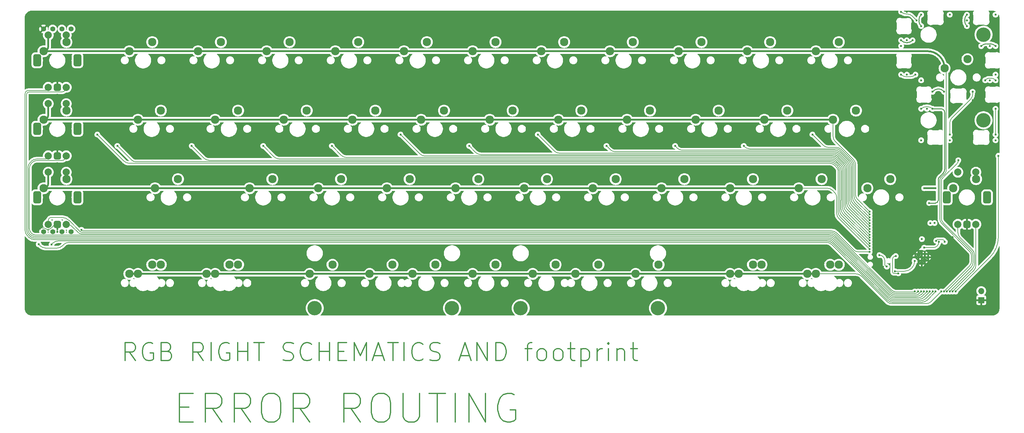
<source format=gbr>
%TF.GenerationSoftware,KiCad,Pcbnew,8.0.5*%
%TF.CreationDate,2024-09-30T13:41:40+02:00*%
%TF.ProjectId,eurovISOn,6575726f-7649-4534-9f6e-2e6b69636164,rev?*%
%TF.SameCoordinates,Original*%
%TF.FileFunction,Copper,L1,Top*%
%TF.FilePolarity,Positive*%
%FSLAX46Y46*%
G04 Gerber Fmt 4.6, Leading zero omitted, Abs format (unit mm)*
G04 Created by KiCad (PCBNEW 8.0.5) date 2024-09-30 13:41:40*
%MOMM*%
%LPD*%
G01*
G04 APERTURE LIST*
G04 Aperture macros list*
%AMRoundRect*
0 Rectangle with rounded corners*
0 $1 Rounding radius*
0 $2 $3 $4 $5 $6 $7 $8 $9 X,Y pos of 4 corners*
0 Add a 4 corners polygon primitive as box body*
4,1,4,$2,$3,$4,$5,$6,$7,$8,$9,$2,$3,0*
0 Add four circle primitives for the rounded corners*
1,1,$1+$1,$2,$3*
1,1,$1+$1,$4,$5*
1,1,$1+$1,$6,$7*
1,1,$1+$1,$8,$9*
0 Add four rect primitives between the rounded corners*
20,1,$1+$1,$2,$3,$4,$5,0*
20,1,$1+$1,$4,$5,$6,$7,0*
20,1,$1+$1,$6,$7,$8,$9,0*
20,1,$1+$1,$8,$9,$2,$3,0*%
G04 Aperture macros list end*
%ADD10C,0.300000*%
%TA.AperFunction,NonConductor*%
%ADD11C,0.300000*%
%TD*%
%TA.AperFunction,ComponentPad*%
%ADD12C,2.300000*%
%TD*%
%TA.AperFunction,ComponentPad*%
%ADD13C,1.397000*%
%TD*%
%TA.AperFunction,ComponentPad*%
%ADD14C,4.000000*%
%TD*%
%TA.AperFunction,ComponentPad*%
%ADD15C,2.000000*%
%TD*%
%TA.AperFunction,ComponentPad*%
%ADD16RoundRect,0.500000X0.500000X-0.500000X0.500000X0.500000X-0.500000X0.500000X-0.500000X-0.500000X0*%
%TD*%
%TA.AperFunction,ComponentPad*%
%ADD17RoundRect,0.550000X0.550000X-1.150000X0.550000X1.150000X-0.550000X1.150000X-0.550000X-1.150000X0*%
%TD*%
%TA.AperFunction,ComponentPad*%
%ADD18C,0.600000*%
%TD*%
%TA.AperFunction,ComponentPad*%
%ADD19R,1.700000X1.700000*%
%TD*%
%TA.AperFunction,ComponentPad*%
%ADD20O,1.700000X1.700000*%
%TD*%
%TA.AperFunction,ViaPad*%
%ADD21C,0.600000*%
%TD*%
%TA.AperFunction,Conductor*%
%ADD22C,0.200000*%
%TD*%
%TA.AperFunction,Conductor*%
%ADD23C,0.500000*%
%TD*%
%TA.AperFunction,Conductor*%
%ADD24C,0.350000*%
%TD*%
%TA.AperFunction,Conductor*%
%ADD25C,0.250000*%
%TD*%
G04 APERTURE END LIST*
D10*
D11*
X56077129Y-128164876D02*
X58743796Y-128164876D01*
X59886653Y-132355352D02*
X56077129Y-132355352D01*
X56077129Y-132355352D02*
X56077129Y-124355352D01*
X56077129Y-124355352D02*
X59886653Y-124355352D01*
X67886653Y-132355352D02*
X65219986Y-128545828D01*
X63315224Y-132355352D02*
X63315224Y-124355352D01*
X63315224Y-124355352D02*
X66362843Y-124355352D01*
X66362843Y-124355352D02*
X67124748Y-124736304D01*
X67124748Y-124736304D02*
X67505701Y-125117257D01*
X67505701Y-125117257D02*
X67886653Y-125879161D01*
X67886653Y-125879161D02*
X67886653Y-127022019D01*
X67886653Y-127022019D02*
X67505701Y-127783923D01*
X67505701Y-127783923D02*
X67124748Y-128164876D01*
X67124748Y-128164876D02*
X66362843Y-128545828D01*
X66362843Y-128545828D02*
X63315224Y-128545828D01*
X75886653Y-132355352D02*
X73219986Y-128545828D01*
X71315224Y-132355352D02*
X71315224Y-124355352D01*
X71315224Y-124355352D02*
X74362843Y-124355352D01*
X74362843Y-124355352D02*
X75124748Y-124736304D01*
X75124748Y-124736304D02*
X75505701Y-125117257D01*
X75505701Y-125117257D02*
X75886653Y-125879161D01*
X75886653Y-125879161D02*
X75886653Y-127022019D01*
X75886653Y-127022019D02*
X75505701Y-127783923D01*
X75505701Y-127783923D02*
X75124748Y-128164876D01*
X75124748Y-128164876D02*
X74362843Y-128545828D01*
X74362843Y-128545828D02*
X71315224Y-128545828D01*
X80839034Y-124355352D02*
X82362843Y-124355352D01*
X82362843Y-124355352D02*
X83124748Y-124736304D01*
X83124748Y-124736304D02*
X83886653Y-125498209D01*
X83886653Y-125498209D02*
X84267605Y-127022019D01*
X84267605Y-127022019D02*
X84267605Y-129688685D01*
X84267605Y-129688685D02*
X83886653Y-131212495D01*
X83886653Y-131212495D02*
X83124748Y-131974400D01*
X83124748Y-131974400D02*
X82362843Y-132355352D01*
X82362843Y-132355352D02*
X80839034Y-132355352D01*
X80839034Y-132355352D02*
X80077129Y-131974400D01*
X80077129Y-131974400D02*
X79315224Y-131212495D01*
X79315224Y-131212495D02*
X78934272Y-129688685D01*
X78934272Y-129688685D02*
X78934272Y-127022019D01*
X78934272Y-127022019D02*
X79315224Y-125498209D01*
X79315224Y-125498209D02*
X80077129Y-124736304D01*
X80077129Y-124736304D02*
X80839034Y-124355352D01*
X92267605Y-132355352D02*
X89600938Y-128545828D01*
X87696176Y-132355352D02*
X87696176Y-124355352D01*
X87696176Y-124355352D02*
X90743795Y-124355352D01*
X90743795Y-124355352D02*
X91505700Y-124736304D01*
X91505700Y-124736304D02*
X91886653Y-125117257D01*
X91886653Y-125117257D02*
X92267605Y-125879161D01*
X92267605Y-125879161D02*
X92267605Y-127022019D01*
X92267605Y-127022019D02*
X91886653Y-127783923D01*
X91886653Y-127783923D02*
X91505700Y-128164876D01*
X91505700Y-128164876D02*
X90743795Y-128545828D01*
X90743795Y-128545828D02*
X87696176Y-128545828D01*
X106362843Y-132355352D02*
X103696176Y-128545828D01*
X101791414Y-132355352D02*
X101791414Y-124355352D01*
X101791414Y-124355352D02*
X104839033Y-124355352D01*
X104839033Y-124355352D02*
X105600938Y-124736304D01*
X105600938Y-124736304D02*
X105981891Y-125117257D01*
X105981891Y-125117257D02*
X106362843Y-125879161D01*
X106362843Y-125879161D02*
X106362843Y-127022019D01*
X106362843Y-127022019D02*
X105981891Y-127783923D01*
X105981891Y-127783923D02*
X105600938Y-128164876D01*
X105600938Y-128164876D02*
X104839033Y-128545828D01*
X104839033Y-128545828D02*
X101791414Y-128545828D01*
X111315224Y-124355352D02*
X112839033Y-124355352D01*
X112839033Y-124355352D02*
X113600938Y-124736304D01*
X113600938Y-124736304D02*
X114362843Y-125498209D01*
X114362843Y-125498209D02*
X114743795Y-127022019D01*
X114743795Y-127022019D02*
X114743795Y-129688685D01*
X114743795Y-129688685D02*
X114362843Y-131212495D01*
X114362843Y-131212495D02*
X113600938Y-131974400D01*
X113600938Y-131974400D02*
X112839033Y-132355352D01*
X112839033Y-132355352D02*
X111315224Y-132355352D01*
X111315224Y-132355352D02*
X110553319Y-131974400D01*
X110553319Y-131974400D02*
X109791414Y-131212495D01*
X109791414Y-131212495D02*
X109410462Y-129688685D01*
X109410462Y-129688685D02*
X109410462Y-127022019D01*
X109410462Y-127022019D02*
X109791414Y-125498209D01*
X109791414Y-125498209D02*
X110553319Y-124736304D01*
X110553319Y-124736304D02*
X111315224Y-124355352D01*
X118172366Y-124355352D02*
X118172366Y-130831542D01*
X118172366Y-130831542D02*
X118553319Y-131593447D01*
X118553319Y-131593447D02*
X118934271Y-131974400D01*
X118934271Y-131974400D02*
X119696176Y-132355352D01*
X119696176Y-132355352D02*
X121219985Y-132355352D01*
X121219985Y-132355352D02*
X121981890Y-131974400D01*
X121981890Y-131974400D02*
X122362843Y-131593447D01*
X122362843Y-131593447D02*
X122743795Y-130831542D01*
X122743795Y-130831542D02*
X122743795Y-124355352D01*
X125410461Y-124355352D02*
X129981890Y-124355352D01*
X127696176Y-132355352D02*
X127696176Y-124355352D01*
X132648556Y-132355352D02*
X132648556Y-124355352D01*
X136458080Y-132355352D02*
X136458080Y-124355352D01*
X136458080Y-124355352D02*
X141029509Y-132355352D01*
X141029509Y-132355352D02*
X141029509Y-124355352D01*
X149029509Y-124736304D02*
X148267604Y-124355352D01*
X148267604Y-124355352D02*
X147124747Y-124355352D01*
X147124747Y-124355352D02*
X145981890Y-124736304D01*
X145981890Y-124736304D02*
X145219985Y-125498209D01*
X145219985Y-125498209D02*
X144839032Y-126260114D01*
X144839032Y-126260114D02*
X144458080Y-127783923D01*
X144458080Y-127783923D02*
X144458080Y-128926780D01*
X144458080Y-128926780D02*
X144839032Y-130450590D01*
X144839032Y-130450590D02*
X145219985Y-131212495D01*
X145219985Y-131212495D02*
X145981890Y-131974400D01*
X145981890Y-131974400D02*
X147124747Y-132355352D01*
X147124747Y-132355352D02*
X147886651Y-132355352D01*
X147886651Y-132355352D02*
X149029509Y-131974400D01*
X149029509Y-131974400D02*
X149410461Y-131593447D01*
X149410461Y-131593447D02*
X149410461Y-128926780D01*
X149410461Y-128926780D02*
X147886651Y-128926780D01*
D10*
D11*
X43932487Y-115259995D02*
X42265820Y-112879042D01*
X41075344Y-115259995D02*
X41075344Y-110259995D01*
X41075344Y-110259995D02*
X42980106Y-110259995D01*
X42980106Y-110259995D02*
X43456296Y-110498090D01*
X43456296Y-110498090D02*
X43694391Y-110736185D01*
X43694391Y-110736185D02*
X43932487Y-111212376D01*
X43932487Y-111212376D02*
X43932487Y-111926661D01*
X43932487Y-111926661D02*
X43694391Y-112402852D01*
X43694391Y-112402852D02*
X43456296Y-112640947D01*
X43456296Y-112640947D02*
X42980106Y-112879042D01*
X42980106Y-112879042D02*
X41075344Y-112879042D01*
X48694391Y-110498090D02*
X48218201Y-110259995D01*
X48218201Y-110259995D02*
X47503915Y-110259995D01*
X47503915Y-110259995D02*
X46789629Y-110498090D01*
X46789629Y-110498090D02*
X46313439Y-110974280D01*
X46313439Y-110974280D02*
X46075344Y-111450471D01*
X46075344Y-111450471D02*
X45837248Y-112402852D01*
X45837248Y-112402852D02*
X45837248Y-113117138D01*
X45837248Y-113117138D02*
X46075344Y-114069519D01*
X46075344Y-114069519D02*
X46313439Y-114545709D01*
X46313439Y-114545709D02*
X46789629Y-115021900D01*
X46789629Y-115021900D02*
X47503915Y-115259995D01*
X47503915Y-115259995D02*
X47980106Y-115259995D01*
X47980106Y-115259995D02*
X48694391Y-115021900D01*
X48694391Y-115021900D02*
X48932487Y-114783804D01*
X48932487Y-114783804D02*
X48932487Y-113117138D01*
X48932487Y-113117138D02*
X47980106Y-113117138D01*
X52742010Y-112640947D02*
X53456296Y-112879042D01*
X53456296Y-112879042D02*
X53694391Y-113117138D01*
X53694391Y-113117138D02*
X53932487Y-113593328D01*
X53932487Y-113593328D02*
X53932487Y-114307614D01*
X53932487Y-114307614D02*
X53694391Y-114783804D01*
X53694391Y-114783804D02*
X53456296Y-115021900D01*
X53456296Y-115021900D02*
X52980106Y-115259995D01*
X52980106Y-115259995D02*
X51075344Y-115259995D01*
X51075344Y-115259995D02*
X51075344Y-110259995D01*
X51075344Y-110259995D02*
X52742010Y-110259995D01*
X52742010Y-110259995D02*
X53218201Y-110498090D01*
X53218201Y-110498090D02*
X53456296Y-110736185D01*
X53456296Y-110736185D02*
X53694391Y-111212376D01*
X53694391Y-111212376D02*
X53694391Y-111688566D01*
X53694391Y-111688566D02*
X53456296Y-112164757D01*
X53456296Y-112164757D02*
X53218201Y-112402852D01*
X53218201Y-112402852D02*
X52742010Y-112640947D01*
X52742010Y-112640947D02*
X51075344Y-112640947D01*
X62742011Y-115259995D02*
X61075344Y-112879042D01*
X59884868Y-115259995D02*
X59884868Y-110259995D01*
X59884868Y-110259995D02*
X61789630Y-110259995D01*
X61789630Y-110259995D02*
X62265820Y-110498090D01*
X62265820Y-110498090D02*
X62503915Y-110736185D01*
X62503915Y-110736185D02*
X62742011Y-111212376D01*
X62742011Y-111212376D02*
X62742011Y-111926661D01*
X62742011Y-111926661D02*
X62503915Y-112402852D01*
X62503915Y-112402852D02*
X62265820Y-112640947D01*
X62265820Y-112640947D02*
X61789630Y-112879042D01*
X61789630Y-112879042D02*
X59884868Y-112879042D01*
X64884868Y-115259995D02*
X64884868Y-110259995D01*
X69884867Y-110498090D02*
X69408677Y-110259995D01*
X69408677Y-110259995D02*
X68694391Y-110259995D01*
X68694391Y-110259995D02*
X67980105Y-110498090D01*
X67980105Y-110498090D02*
X67503915Y-110974280D01*
X67503915Y-110974280D02*
X67265820Y-111450471D01*
X67265820Y-111450471D02*
X67027724Y-112402852D01*
X67027724Y-112402852D02*
X67027724Y-113117138D01*
X67027724Y-113117138D02*
X67265820Y-114069519D01*
X67265820Y-114069519D02*
X67503915Y-114545709D01*
X67503915Y-114545709D02*
X67980105Y-115021900D01*
X67980105Y-115021900D02*
X68694391Y-115259995D01*
X68694391Y-115259995D02*
X69170582Y-115259995D01*
X69170582Y-115259995D02*
X69884867Y-115021900D01*
X69884867Y-115021900D02*
X70122963Y-114783804D01*
X70122963Y-114783804D02*
X70122963Y-113117138D01*
X70122963Y-113117138D02*
X69170582Y-113117138D01*
X72265820Y-115259995D02*
X72265820Y-110259995D01*
X72265820Y-112640947D02*
X75122963Y-112640947D01*
X75122963Y-115259995D02*
X75122963Y-110259995D01*
X76789629Y-110259995D02*
X79646772Y-110259995D01*
X78218200Y-115259995D02*
X78218200Y-110259995D01*
X84884867Y-115021900D02*
X85599153Y-115259995D01*
X85599153Y-115259995D02*
X86789629Y-115259995D01*
X86789629Y-115259995D02*
X87265820Y-115021900D01*
X87265820Y-115021900D02*
X87503915Y-114783804D01*
X87503915Y-114783804D02*
X87742010Y-114307614D01*
X87742010Y-114307614D02*
X87742010Y-113831423D01*
X87742010Y-113831423D02*
X87503915Y-113355233D01*
X87503915Y-113355233D02*
X87265820Y-113117138D01*
X87265820Y-113117138D02*
X86789629Y-112879042D01*
X86789629Y-112879042D02*
X85837248Y-112640947D01*
X85837248Y-112640947D02*
X85361058Y-112402852D01*
X85361058Y-112402852D02*
X85122963Y-112164757D01*
X85122963Y-112164757D02*
X84884867Y-111688566D01*
X84884867Y-111688566D02*
X84884867Y-111212376D01*
X84884867Y-111212376D02*
X85122963Y-110736185D01*
X85122963Y-110736185D02*
X85361058Y-110498090D01*
X85361058Y-110498090D02*
X85837248Y-110259995D01*
X85837248Y-110259995D02*
X87027725Y-110259995D01*
X87027725Y-110259995D02*
X87742010Y-110498090D01*
X92742011Y-114783804D02*
X92503915Y-115021900D01*
X92503915Y-115021900D02*
X91789630Y-115259995D01*
X91789630Y-115259995D02*
X91313439Y-115259995D01*
X91313439Y-115259995D02*
X90599153Y-115021900D01*
X90599153Y-115021900D02*
X90122963Y-114545709D01*
X90122963Y-114545709D02*
X89884868Y-114069519D01*
X89884868Y-114069519D02*
X89646772Y-113117138D01*
X89646772Y-113117138D02*
X89646772Y-112402852D01*
X89646772Y-112402852D02*
X89884868Y-111450471D01*
X89884868Y-111450471D02*
X90122963Y-110974280D01*
X90122963Y-110974280D02*
X90599153Y-110498090D01*
X90599153Y-110498090D02*
X91313439Y-110259995D01*
X91313439Y-110259995D02*
X91789630Y-110259995D01*
X91789630Y-110259995D02*
X92503915Y-110498090D01*
X92503915Y-110498090D02*
X92742011Y-110736185D01*
X94884868Y-115259995D02*
X94884868Y-110259995D01*
X94884868Y-112640947D02*
X97742011Y-112640947D01*
X97742011Y-115259995D02*
X97742011Y-110259995D01*
X100122963Y-112640947D02*
X101789629Y-112640947D01*
X102503915Y-115259995D02*
X100122963Y-115259995D01*
X100122963Y-115259995D02*
X100122963Y-110259995D01*
X100122963Y-110259995D02*
X102503915Y-110259995D01*
X104646773Y-115259995D02*
X104646773Y-110259995D01*
X104646773Y-110259995D02*
X106313439Y-113831423D01*
X106313439Y-113831423D02*
X107980106Y-110259995D01*
X107980106Y-110259995D02*
X107980106Y-115259995D01*
X110122963Y-113831423D02*
X112503916Y-113831423D01*
X109646773Y-115259995D02*
X111313440Y-110259995D01*
X111313440Y-110259995D02*
X112980106Y-115259995D01*
X113932487Y-110259995D02*
X116789630Y-110259995D01*
X115361058Y-115259995D02*
X115361058Y-110259995D01*
X118456297Y-115259995D02*
X118456297Y-110259995D01*
X123694392Y-114783804D02*
X123456296Y-115021900D01*
X123456296Y-115021900D02*
X122742011Y-115259995D01*
X122742011Y-115259995D02*
X122265820Y-115259995D01*
X122265820Y-115259995D02*
X121551534Y-115021900D01*
X121551534Y-115021900D02*
X121075344Y-114545709D01*
X121075344Y-114545709D02*
X120837249Y-114069519D01*
X120837249Y-114069519D02*
X120599153Y-113117138D01*
X120599153Y-113117138D02*
X120599153Y-112402852D01*
X120599153Y-112402852D02*
X120837249Y-111450471D01*
X120837249Y-111450471D02*
X121075344Y-110974280D01*
X121075344Y-110974280D02*
X121551534Y-110498090D01*
X121551534Y-110498090D02*
X122265820Y-110259995D01*
X122265820Y-110259995D02*
X122742011Y-110259995D01*
X122742011Y-110259995D02*
X123456296Y-110498090D01*
X123456296Y-110498090D02*
X123694392Y-110736185D01*
X125599153Y-115021900D02*
X126313439Y-115259995D01*
X126313439Y-115259995D02*
X127503915Y-115259995D01*
X127503915Y-115259995D02*
X127980106Y-115021900D01*
X127980106Y-115021900D02*
X128218201Y-114783804D01*
X128218201Y-114783804D02*
X128456296Y-114307614D01*
X128456296Y-114307614D02*
X128456296Y-113831423D01*
X128456296Y-113831423D02*
X128218201Y-113355233D01*
X128218201Y-113355233D02*
X127980106Y-113117138D01*
X127980106Y-113117138D02*
X127503915Y-112879042D01*
X127503915Y-112879042D02*
X126551534Y-112640947D01*
X126551534Y-112640947D02*
X126075344Y-112402852D01*
X126075344Y-112402852D02*
X125837249Y-112164757D01*
X125837249Y-112164757D02*
X125599153Y-111688566D01*
X125599153Y-111688566D02*
X125599153Y-111212376D01*
X125599153Y-111212376D02*
X125837249Y-110736185D01*
X125837249Y-110736185D02*
X126075344Y-110498090D01*
X126075344Y-110498090D02*
X126551534Y-110259995D01*
X126551534Y-110259995D02*
X127742011Y-110259995D01*
X127742011Y-110259995D02*
X128456296Y-110498090D01*
X134170582Y-113831423D02*
X136551535Y-113831423D01*
X133694392Y-115259995D02*
X135361059Y-110259995D01*
X135361059Y-110259995D02*
X137027725Y-115259995D01*
X138694392Y-115259995D02*
X138694392Y-110259995D01*
X138694392Y-110259995D02*
X141551535Y-115259995D01*
X141551535Y-115259995D02*
X141551535Y-110259995D01*
X143932487Y-115259995D02*
X143932487Y-110259995D01*
X143932487Y-110259995D02*
X145122963Y-110259995D01*
X145122963Y-110259995D02*
X145837249Y-110498090D01*
X145837249Y-110498090D02*
X146313439Y-110974280D01*
X146313439Y-110974280D02*
X146551534Y-111450471D01*
X146551534Y-111450471D02*
X146789630Y-112402852D01*
X146789630Y-112402852D02*
X146789630Y-113117138D01*
X146789630Y-113117138D02*
X146551534Y-114069519D01*
X146551534Y-114069519D02*
X146313439Y-114545709D01*
X146313439Y-114545709D02*
X145837249Y-115021900D01*
X145837249Y-115021900D02*
X145122963Y-115259995D01*
X145122963Y-115259995D02*
X143932487Y-115259995D01*
X152027725Y-111926661D02*
X153932487Y-111926661D01*
X152742011Y-115259995D02*
X152742011Y-110974280D01*
X152742011Y-110974280D02*
X152980106Y-110498090D01*
X152980106Y-110498090D02*
X153456296Y-110259995D01*
X153456296Y-110259995D02*
X153932487Y-110259995D01*
X156313439Y-115259995D02*
X155837249Y-115021900D01*
X155837249Y-115021900D02*
X155599154Y-114783804D01*
X155599154Y-114783804D02*
X155361058Y-114307614D01*
X155361058Y-114307614D02*
X155361058Y-112879042D01*
X155361058Y-112879042D02*
X155599154Y-112402852D01*
X155599154Y-112402852D02*
X155837249Y-112164757D01*
X155837249Y-112164757D02*
X156313439Y-111926661D01*
X156313439Y-111926661D02*
X157027725Y-111926661D01*
X157027725Y-111926661D02*
X157503916Y-112164757D01*
X157503916Y-112164757D02*
X157742011Y-112402852D01*
X157742011Y-112402852D02*
X157980106Y-112879042D01*
X157980106Y-112879042D02*
X157980106Y-114307614D01*
X157980106Y-114307614D02*
X157742011Y-114783804D01*
X157742011Y-114783804D02*
X157503916Y-115021900D01*
X157503916Y-115021900D02*
X157027725Y-115259995D01*
X157027725Y-115259995D02*
X156313439Y-115259995D01*
X160837249Y-115259995D02*
X160361059Y-115021900D01*
X160361059Y-115021900D02*
X160122964Y-114783804D01*
X160122964Y-114783804D02*
X159884868Y-114307614D01*
X159884868Y-114307614D02*
X159884868Y-112879042D01*
X159884868Y-112879042D02*
X160122964Y-112402852D01*
X160122964Y-112402852D02*
X160361059Y-112164757D01*
X160361059Y-112164757D02*
X160837249Y-111926661D01*
X160837249Y-111926661D02*
X161551535Y-111926661D01*
X161551535Y-111926661D02*
X162027726Y-112164757D01*
X162027726Y-112164757D02*
X162265821Y-112402852D01*
X162265821Y-112402852D02*
X162503916Y-112879042D01*
X162503916Y-112879042D02*
X162503916Y-114307614D01*
X162503916Y-114307614D02*
X162265821Y-114783804D01*
X162265821Y-114783804D02*
X162027726Y-115021900D01*
X162027726Y-115021900D02*
X161551535Y-115259995D01*
X161551535Y-115259995D02*
X160837249Y-115259995D01*
X163932488Y-111926661D02*
X165837250Y-111926661D01*
X164646774Y-110259995D02*
X164646774Y-114545709D01*
X164646774Y-114545709D02*
X164884869Y-115021900D01*
X164884869Y-115021900D02*
X165361059Y-115259995D01*
X165361059Y-115259995D02*
X165837250Y-115259995D01*
X167503917Y-111926661D02*
X167503917Y-116926661D01*
X167503917Y-112164757D02*
X167980107Y-111926661D01*
X167980107Y-111926661D02*
X168932488Y-111926661D01*
X168932488Y-111926661D02*
X169408679Y-112164757D01*
X169408679Y-112164757D02*
X169646774Y-112402852D01*
X169646774Y-112402852D02*
X169884869Y-112879042D01*
X169884869Y-112879042D02*
X169884869Y-114307614D01*
X169884869Y-114307614D02*
X169646774Y-114783804D01*
X169646774Y-114783804D02*
X169408679Y-115021900D01*
X169408679Y-115021900D02*
X168932488Y-115259995D01*
X168932488Y-115259995D02*
X167980107Y-115259995D01*
X167980107Y-115259995D02*
X167503917Y-115021900D01*
X172027727Y-115259995D02*
X172027727Y-111926661D01*
X172027727Y-112879042D02*
X172265822Y-112402852D01*
X172265822Y-112402852D02*
X172503917Y-112164757D01*
X172503917Y-112164757D02*
X172980108Y-111926661D01*
X172980108Y-111926661D02*
X173456298Y-111926661D01*
X175122965Y-115259995D02*
X175122965Y-111926661D01*
X175122965Y-110259995D02*
X174884869Y-110498090D01*
X174884869Y-110498090D02*
X175122965Y-110736185D01*
X175122965Y-110736185D02*
X175361060Y-110498090D01*
X175361060Y-110498090D02*
X175122965Y-110259995D01*
X175122965Y-110259995D02*
X175122965Y-110736185D01*
X177503917Y-111926661D02*
X177503917Y-115259995D01*
X177503917Y-112402852D02*
X177742012Y-112164757D01*
X177742012Y-112164757D02*
X178218202Y-111926661D01*
X178218202Y-111926661D02*
X178932488Y-111926661D01*
X178932488Y-111926661D02*
X179408679Y-112164757D01*
X179408679Y-112164757D02*
X179646774Y-112640947D01*
X179646774Y-112640947D02*
X179646774Y-115259995D01*
X181313441Y-111926661D02*
X183218203Y-111926661D01*
X182027727Y-110259995D02*
X182027727Y-114545709D01*
X182027727Y-114545709D02*
X182265822Y-115021900D01*
X182265822Y-115021900D02*
X182742012Y-115259995D01*
X182742012Y-115259995D02*
X183218203Y-115259995D01*
D12*
%TO.P,MX49,1,1*%
%TO.N,ROW3*%
X108902500Y-91122500D03*
%TO.P,MX49,2,2*%
%TO.N,Net-(D42-K)*%
X115252500Y-88582500D03*
%TD*%
%TO.P,MX3,1,1*%
%TO.N,ROW0*%
X61277500Y-29210000D03*
%TO.P,MX3,2,2*%
%TO.N,Net-(D3-K)*%
X67627500Y-26670000D03*
%TD*%
%TO.P,MX18,1,1*%
%TO.N,ROW1*%
X104140000Y-48260000D03*
%TO.P,MX18,2,2*%
%TO.N,Net-(D18-K)*%
X110490000Y-45720000D03*
%TD*%
%TO.P,MX43,1,1*%
%TO.N,ROW3*%
X154146250Y-91122500D03*
%TO.P,MX43,2,2*%
%TO.N,Net-(D43-K)*%
X160496250Y-88582500D03*
%TD*%
%TO.P,MX12,1,1*%
%TO.N,ROW0*%
X232727500Y-29210000D03*
%TO.P,MX12,2,2*%
%TO.N,Net-(D12-K)*%
X239077500Y-26670000D03*
%TD*%
%TO.P,MX33,1,1*%
%TO.N,ROW2*%
X170815000Y-67310000D03*
%TO.P,MX33,2,2*%
%TO.N,Net-(D33-K)*%
X177165000Y-64770000D03*
%TD*%
%TO.P,MX4,1,1*%
%TO.N,ROW0*%
X80327500Y-29210000D03*
%TO.P,MX4,2,2*%
%TO.N,Net-(D4-K)*%
X86677500Y-26670000D03*
%TD*%
D13*
%TO.P,OL2,1,SDA*%
%TO.N,SDA*%
X18415000Y-79375000D03*
%TO.P,OL2,2,SCL*%
%TO.N,SCL*%
X20955000Y-79375000D03*
%TO.P,OL2,3,VCC*%
%TO.N,+3V3*%
X23495000Y-79375000D03*
%TO.P,OL2,4,GND*%
%TO.N,GND*%
X26035000Y-79375000D03*
%TD*%
D12*
%TO.P,MX51,1,1*%
%TO.N,ROW3*%
X208915000Y-91122500D03*
%TO.P,MX51,2,2*%
%TO.N,Net-(D45-K)*%
X215265000Y-88582500D03*
%TD*%
%TO.P,MX24,1,1*%
%TO.N,ROW1*%
X218440000Y-48260000D03*
%TO.P,MX24,2,2*%
%TO.N,Net-(D24-K)*%
X224790000Y-45720000D03*
%TD*%
%TO.P,MX13,1,1*%
%TO.N,ROW0*%
X268446250Y-33972500D03*
%TO.P,MX13,2,2*%
%TO.N,Net-(D13-K)*%
X274796250Y-31432500D03*
%TD*%
D14*
%TO.P,S1,*%
%TO.N,*%
X279241250Y-24606250D03*
X279241250Y-48418750D03*
%TD*%
D12*
%TO.P,MX48,1,1*%
%TO.N,ROW3*%
X63658750Y-91122500D03*
%TO.P,MX48,2,2*%
%TO.N,Net-(D40-K)*%
X70008750Y-88582500D03*
%TD*%
%TO.P,MX27,1,1*%
%TO.N,ROW2*%
X49371250Y-67310000D03*
%TO.P,MX27,2,2*%
%TO.N,Net-(D27-K)*%
X55721250Y-64770000D03*
%TD*%
D15*
%TO.P,SW3,A,A*%
%TO.N,rA*%
X19725000Y-39250000D03*
%TO.P,SW3,B,B*%
%TO.N,rB*%
X24725000Y-39250000D03*
D16*
%TO.P,SW3,C,C*%
%TO.N,GND*%
X22225000Y-39250000D03*
D17*
%TO.P,SW3,MP*%
%TO.N,N/C*%
X16625000Y-31750000D03*
X27825000Y-31750000D03*
D15*
%TO.P,SW3,S1,S1*%
%TO.N,r1*%
X24725000Y-24750000D03*
%TO.P,SW3,S2,S2*%
%TO.N,ROW0*%
X19725000Y-24750000D03*
%TD*%
D12*
%TO.P,MX38,1,1*%
%TO.N,ROW2*%
X270827500Y-67310000D03*
%TO.P,MX38,2,2*%
%TO.N,r4*%
X277177500Y-64770000D03*
%TD*%
D15*
%TO.P,SW6,A,A*%
%TO.N,rE*%
X19725000Y-77350000D03*
%TO.P,SW6,B,B*%
%TO.N,rF*%
X24725000Y-77350000D03*
D16*
%TO.P,SW6,C,C*%
%TO.N,GND*%
X22225000Y-77350000D03*
D17*
%TO.P,SW6,MP*%
%TO.N,N/C*%
X16625000Y-69850000D03*
X27825000Y-69850000D03*
D15*
%TO.P,SW6,S1,S1*%
%TO.N,r3*%
X24725000Y-62850000D03*
%TO.P,SW6,S2,S2*%
%TO.N,ROW2*%
X19725000Y-62850000D03*
%TD*%
D12*
%TO.P,MX34,1,1*%
%TO.N,ROW2*%
X189865000Y-67310000D03*
%TO.P,MX34,2,2*%
%TO.N,Net-(D34-K)*%
X196215000Y-64770000D03*
%TD*%
%TO.P,MX14,1,1*%
%TO.N,ROW1*%
X18415000Y-48260000D03*
%TO.P,MX14,2,2*%
%TO.N,r2*%
X24765000Y-45720000D03*
%TD*%
%TO.P,MX2,1,1*%
%TO.N,ROW0*%
X42227500Y-29210000D03*
%TO.P,MX2,2,2*%
%TO.N,Net-(D2-K)*%
X48577500Y-26670000D03*
%TD*%
%TO.P,MX52,1,1*%
%TO.N,ROW3*%
X230346250Y-91122500D03*
%TO.P,MX52,2,2*%
%TO.N,Net-(D46-K)*%
X236696250Y-88582500D03*
%TD*%
D14*
%TO.P,S3,*%
%TO.N,*%
X188912500Y-100647500D03*
X150812500Y-100647500D03*
%TD*%
D12*
%TO.P,MX53,1,1*%
%TO.N,ROW3*%
X166052500Y-91122500D03*
%TO.P,MX53,2,2*%
%TO.N,Net-(D43-K)*%
X172402500Y-88582500D03*
%TD*%
%TO.P,MX23,1,1*%
%TO.N,ROW1*%
X199390000Y-48260000D03*
%TO.P,MX23,2,2*%
%TO.N,Net-(D23-K)*%
X205740000Y-45720000D03*
%TD*%
%TO.P,MX47,1,1*%
%TO.N,ROW3*%
X42227500Y-91122500D03*
%TO.P,MX47,2,2*%
%TO.N,Net-(D39-K)*%
X48577500Y-88582500D03*
%TD*%
%TO.P,MX31,1,1*%
%TO.N,ROW2*%
X132715000Y-67310000D03*
%TO.P,MX31,2,2*%
%TO.N,Net-(D31-K)*%
X139065000Y-64770000D03*
%TD*%
D15*
%TO.P,SW4,A,A*%
%TO.N,rC*%
X19725000Y-58300000D03*
%TO.P,SW4,B,B*%
%TO.N,rD*%
X24725000Y-58300000D03*
D16*
%TO.P,SW4,C,C*%
%TO.N,GND*%
X22225000Y-58300000D03*
D17*
%TO.P,SW4,MP*%
%TO.N,N/C*%
X16625000Y-50800000D03*
X27825000Y-50800000D03*
D15*
%TO.P,SW4,S1,S1*%
%TO.N,r2*%
X24725000Y-43800000D03*
%TO.P,SW4,S2,S2*%
%TO.N,ROW1*%
X19725000Y-43800000D03*
%TD*%
D12*
%TO.P,MX11,1,1*%
%TO.N,ROW0*%
X213677500Y-29210000D03*
%TO.P,MX11,2,2*%
%TO.N,Net-(D11-K)*%
X220027500Y-26670000D03*
%TD*%
%TO.P,MX40,1,1*%
%TO.N,ROW3*%
X66040000Y-91122500D03*
%TO.P,MX40,2,2*%
%TO.N,Net-(D40-K)*%
X72390000Y-88582500D03*
%TD*%
%TO.P,MX42,1,1*%
%TO.N,ROW3*%
X120808750Y-91122500D03*
%TO.P,MX42,2,2*%
%TO.N,Net-(D42-K)*%
X127158750Y-88582500D03*
%TD*%
%TO.P,MX50,1,1*%
%TO.N,ROW3*%
X137477500Y-91122500D03*
%TO.P,MX50,2,2*%
%TO.N,Net-(D43-K)*%
X143827500Y-88582500D03*
%TD*%
%TO.P,MX5,1,1*%
%TO.N,ROW0*%
X99377500Y-29210000D03*
%TO.P,MX5,2,2*%
%TO.N,Net-(D5-K)*%
X105727500Y-26670000D03*
%TD*%
%TO.P,MX17,1,1*%
%TO.N,ROW1*%
X85090000Y-48260000D03*
%TO.P,MX17,2,2*%
%TO.N,Net-(D17-K)*%
X91440000Y-45720000D03*
%TD*%
%TO.P,MX9,1,1*%
%TO.N,ROW0*%
X175577500Y-29210000D03*
%TO.P,MX9,2,2*%
%TO.N,Net-(D9-K)*%
X181927500Y-26670000D03*
%TD*%
%TO.P,MX16,1,1*%
%TO.N,ROW1*%
X66040000Y-48260000D03*
%TO.P,MX16,2,2*%
%TO.N,Net-(D16-K)*%
X72390000Y-45720000D03*
%TD*%
%TO.P,MX37,1,1*%
%TO.N,ROW2*%
X247015000Y-67310000D03*
%TO.P,MX37,2,2*%
%TO.N,Net-(D37-K)*%
X253365000Y-64770000D03*
%TD*%
%TO.P,MX25,1,1*%
%TO.N,ROW1*%
X237490000Y-48260000D03*
%TO.P,MX25,2,2*%
%TO.N,Net-(D25-K)*%
X243840000Y-45720000D03*
%TD*%
D14*
%TO.P,S2,*%
%TO.N,*%
X131762500Y-100647500D03*
X93662500Y-100647500D03*
%TD*%
D12*
%TO.P,MX28,1,1*%
%TO.N,ROW2*%
X75565000Y-67310000D03*
%TO.P,MX28,2,2*%
%TO.N,Net-(D28-K)*%
X81915000Y-64770000D03*
%TD*%
%TO.P,MX39,1,1*%
%TO.N,ROW3*%
X44608750Y-91122500D03*
%TO.P,MX39,2,2*%
%TO.N,Net-(D39-K)*%
X50958750Y-88582500D03*
%TD*%
%TO.P,MX26,1,1*%
%TO.N,ROW2*%
X18415000Y-67310000D03*
%TO.P,MX26,2,2*%
%TO.N,r3*%
X24765000Y-64770000D03*
%TD*%
D13*
%TO.P,OL1,1,SDA*%
%TO.N,SDA*%
X26035000Y-23018750D03*
%TO.P,OL1,2,SCL*%
%TO.N,SCL*%
X23495000Y-23018750D03*
%TO.P,OL1,3,VCC*%
%TO.N,+3V3*%
X20955000Y-23018750D03*
%TO.P,OL1,4,GND*%
%TO.N,GND*%
X18415000Y-23018750D03*
%TD*%
D14*
%TO.P,S4,*%
%TO.N,*%
X188912500Y-100647500D03*
X93662500Y-100647500D03*
%TD*%
D12*
%TO.P,MX22,1,1*%
%TO.N,ROW1*%
X180340000Y-48260000D03*
%TO.P,MX22,2,2*%
%TO.N,Net-(D22-K)*%
X186690000Y-45720000D03*
%TD*%
%TO.P,MX36,1,1*%
%TO.N,ROW2*%
X227965000Y-67310000D03*
%TO.P,MX36,2,2*%
%TO.N,Net-(D36-K)*%
X234315000Y-64770000D03*
%TD*%
%TO.P,MX8,1,1*%
%TO.N,ROW0*%
X156527500Y-29210000D03*
%TO.P,MX8,2,2*%
%TO.N,Net-(D8-K)*%
X162877500Y-26670000D03*
%TD*%
%TO.P,MX10,1,1*%
%TO.N,ROW0*%
X194627500Y-29210000D03*
%TO.P,MX10,2,2*%
%TO.N,Net-(D10-K)*%
X200977500Y-26670000D03*
%TD*%
%TO.P,MX44,1,1*%
%TO.N,ROW3*%
X182721250Y-91122500D03*
%TO.P,MX44,2,2*%
%TO.N,Net-(D44-K)*%
X189071250Y-88582500D03*
%TD*%
%TO.P,MX32,1,1*%
%TO.N,ROW2*%
X151765000Y-67310000D03*
%TO.P,MX32,2,2*%
%TO.N,Net-(D32-K)*%
X158115000Y-64770000D03*
%TD*%
%TO.P,MX45,1,1*%
%TO.N,ROW3*%
X211296250Y-91122500D03*
%TO.P,MX45,2,2*%
%TO.N,Net-(D45-K)*%
X217646250Y-88582500D03*
%TD*%
%TO.P,MX41,1,1*%
%TO.N,ROW3*%
X92233750Y-91122500D03*
%TO.P,MX41,2,2*%
%TO.N,Net-(D41-K)*%
X98583750Y-88582500D03*
%TD*%
%TO.P,MX46,1,1*%
%TO.N,ROW3*%
X232727500Y-91122500D03*
%TO.P,MX46,2,2*%
%TO.N,Net-(D46-K)*%
X239077500Y-88582500D03*
%TD*%
%TO.P,MX35,1,1*%
%TO.N,ROW2*%
X208915000Y-67310000D03*
%TO.P,MX35,2,2*%
%TO.N,Net-(D35-K)*%
X215265000Y-64770000D03*
%TD*%
%TO.P,MX21,1,1*%
%TO.N,ROW1*%
X161290000Y-48260000D03*
%TO.P,MX21,2,2*%
%TO.N,Net-(D21-K)*%
X167640000Y-45720000D03*
%TD*%
%TO.P,MX20,1,1*%
%TO.N,ROW1*%
X142240000Y-48260000D03*
%TO.P,MX20,2,2*%
%TO.N,Net-(D20-K)*%
X148590000Y-45720000D03*
%TD*%
%TO.P,MX15,1,1*%
%TO.N,ROW1*%
X44608750Y-48260000D03*
%TO.P,MX15,2,2*%
%TO.N,Net-(D15-K)*%
X50958750Y-45720000D03*
%TD*%
%TO.P,MX29,1,1*%
%TO.N,ROW2*%
X94615000Y-67310000D03*
%TO.P,MX29,2,2*%
%TO.N,Net-(D29-K)*%
X100965000Y-64770000D03*
%TD*%
%TO.P,MX30,1,1*%
%TO.N,ROW2*%
X113665000Y-67310000D03*
%TO.P,MX30,2,2*%
%TO.N,Net-(D30-K)*%
X120015000Y-64770000D03*
%TD*%
%TO.P,MX1,1,1*%
%TO.N,ROW0*%
X18415000Y-29210000D03*
%TO.P,MX1,2,2*%
%TO.N,r1*%
X24765000Y-26670000D03*
%TD*%
D15*
%TO.P,SW5,A,A*%
%TO.N,rG*%
X272137500Y-77350000D03*
%TO.P,SW5,B,B*%
%TO.N,rH*%
X277137500Y-77350000D03*
D16*
%TO.P,SW5,C,C*%
%TO.N,GND*%
X274637500Y-77350000D03*
D17*
%TO.P,SW5,MP*%
%TO.N,N/C*%
X269037500Y-69850000D03*
X280237500Y-69850000D03*
D15*
%TO.P,SW5,S1,S1*%
%TO.N,r4*%
X277137500Y-62850000D03*
%TO.P,SW5,S2,S2*%
%TO.N,ROW2*%
X272137500Y-62850000D03*
%TD*%
D12*
%TO.P,MX19,1,1*%
%TO.N,ROW1*%
X123190000Y-48260000D03*
%TO.P,MX19,2,2*%
%TO.N,Net-(D19-K)*%
X129540000Y-45720000D03*
%TD*%
%TO.P,MX6,1,1*%
%TO.N,ROW0*%
X118427500Y-29210000D03*
%TO.P,MX6,2,2*%
%TO.N,Net-(D6-K)*%
X124777500Y-26670000D03*
%TD*%
%TO.P,MX7,1,1*%
%TO.N,ROW0*%
X137477500Y-29210000D03*
%TO.P,MX7,2,2*%
%TO.N,Net-(D7-K)*%
X143827500Y-26670000D03*
%TD*%
D18*
%TO.P,U3,57,GND*%
%TO.N,GND*%
X262093750Y-88321872D03*
X262995311Y-87420311D03*
X263896872Y-86518750D03*
X261192189Y-87420311D03*
X262093750Y-86518750D03*
X262995311Y-85617189D03*
X260290628Y-86518750D03*
X261192189Y-85617189D03*
X262093750Y-84715628D03*
%TD*%
D19*
%TO.P,SW2,1,1*%
%TO.N,GND*%
X278606250Y-98425000D03*
D20*
%TO.P,SW2,2,2*%
%TO.N,/~{USB_BOOT}*%
X278606250Y-95885000D03*
%TD*%
D21*
%TO.N,ROW0*%
X268293753Y-96043750D03*
%TO.N,ROW1*%
X247650000Y-73818750D03*
%TO.N,ROW2*%
X262775000Y-67310192D03*
X265906250Y-67310000D03*
X247650000Y-84218789D03*
%TO.N,ROW3*%
X267493750Y-96043750D03*
%TO.N,COL0*%
X33337500Y-52387500D03*
X247650000Y-83418786D03*
%TO.N,COL1*%
X38893750Y-55562500D03*
X247650000Y-82618783D03*
%TO.N,COL2*%
X59531250Y-55562500D03*
X247650000Y-81818780D03*
%TO.N,COL3*%
X79375000Y-55562500D03*
X247650000Y-81018777D03*
%TO.N,COL4*%
X98425000Y-55562500D03*
X247650000Y-80218774D03*
%TO.N,COL5*%
X247650000Y-79418771D03*
X117475000Y-52387500D03*
%TO.N,COL6*%
X136525000Y-55562500D03*
X247650000Y-78618768D03*
%TO.N,COL8*%
X247650000Y-77018762D03*
X174625000Y-55562500D03*
%TO.N,COL9*%
X193675000Y-55562500D03*
X247650000Y-76218759D03*
%TO.N,COL10*%
X247650000Y-75418756D03*
X212725000Y-55562500D03*
%TO.N,COL11*%
X231775000Y-52387500D03*
X247650000Y-74618753D03*
%TO.N,COL12*%
X272256250Y-59531250D03*
X269093756Y-96043750D03*
%TO.N,SDA*%
X17079344Y-82898567D03*
X265937515Y-96043750D03*
%TO.N,GND*%
X22225000Y-79375000D03*
X250825000Y-36512500D03*
X250825000Y-42862500D03*
X22225000Y-60325000D03*
X255155362Y-81387952D03*
X281173876Y-58283311D03*
X263965888Y-74963772D03*
X261509393Y-69811321D03*
X281324918Y-21644718D03*
X269875000Y-20637500D03*
X278606250Y-100012500D03*
X258780862Y-79094965D03*
X270668750Y-80962500D03*
X272256250Y-84137500D03*
X269097690Y-80561113D03*
X276225000Y-42862500D03*
X257968750Y-27781250D03*
X274637500Y-79375000D03*
X17462500Y-24606250D03*
X263959001Y-75941597D03*
X261937500Y-52387500D03*
X280987500Y-45243750D03*
X252406533Y-91854460D03*
X266711834Y-94465558D03*
X276225000Y-50800000D03*
X263525000Y-37306250D03*
X17462500Y-78581250D03*
X251322647Y-89106582D03*
X253209745Y-92554380D03*
X280987500Y-35718750D03*
X269433897Y-89086067D03*
X257968750Y-18262500D03*
X259630148Y-78397174D03*
X263023373Y-77371323D03*
X268321421Y-79762470D03*
X262100636Y-77323121D03*
X258514600Y-91608594D03*
X254793750Y-37306250D03*
X262809382Y-73314216D03*
X277518693Y-58774225D03*
X22225000Y-41275000D03*
%TO.N,+3V3*%
X262140130Y-81444781D03*
X266107492Y-81938263D03*
X254882589Y-86179035D03*
X255587500Y-91000296D03*
X268493780Y-82206634D03*
X28950045Y-78888037D03*
X247650000Y-85018792D03*
%TO.N,rA*%
X264337509Y-96043750D03*
%TO.N,rB*%
X263537506Y-96043750D03*
%TO.N,rD*%
X261937500Y-96043750D03*
%TO.N,rC*%
X262737503Y-96043750D03*
%TO.N,rF*%
X261113234Y-96019487D03*
%TO.N,rE*%
X260156250Y-96009514D03*
%TO.N,rG*%
X269893759Y-96043750D03*
%TO.N,rH*%
X270693762Y-96043750D03*
%TO.N,+1V1*%
X266861135Y-82206634D03*
X262774415Y-83841397D03*
X254640776Y-90400296D03*
X260133825Y-87528675D03*
%TO.N,+5V*%
X256381250Y-26193750D03*
X269875000Y-53975000D03*
X265112500Y-40481250D03*
X261937500Y-19050000D03*
X261937500Y-22225000D03*
X274637500Y-22225000D03*
X259556250Y-26193750D03*
X261937500Y-45243750D03*
X282575000Y-27781250D03*
X265112500Y-45243750D03*
X268287500Y-40481250D03*
X282575000Y-37306250D03*
X279708358Y-37306250D03*
X282575000Y-53975000D03*
X274637500Y-19050000D03*
X264165020Y-71437500D03*
X260350000Y-35718750D03*
X278606250Y-27781250D03*
X256381250Y-35718750D03*
%TO.N,SWD*%
X250359763Y-85921253D03*
X252412500Y-89099949D03*
%TO.N,D_P*%
X265662500Y-76993750D03*
%TO.N,D_N*%
X264476242Y-77014408D03*
%TO.N,COL7*%
X155575000Y-52387500D03*
X247650000Y-77818765D03*
%TO.N,SCL*%
X265137512Y-96043750D03*
X20637500Y-82943750D03*
%TO.N,RGB MCU*%
X271493765Y-96043750D03*
X283362500Y-58294739D03*
%TO.N,Net-(LED1-DOUT)*%
X282575000Y-45243750D03*
X282575000Y-52387500D03*
%TO.N,Net-(LED2-DOUT)*%
X280987500Y-37306250D03*
X282575000Y-35718750D03*
%TO.N,Net-(LED3-DOUT)*%
X282575000Y-19050000D03*
X280987500Y-27781250D03*
%TO.N,Net-(LED4-DOUT)*%
X269875000Y-19050000D03*
X274637500Y-20637500D03*
%TO.N,Net-(LED5-DOUT)*%
X260687500Y-20637500D03*
X256381250Y-18262500D03*
%TO.N,Net-(LED6-DOUT)*%
X256381250Y-27781250D03*
X257968750Y-26193750D03*
%TO.N,Net-(LED7-DOUT)*%
X257968750Y-35718750D03*
X261937500Y-37306250D03*
%TO.N,Net-(LED8-DOUT)*%
X261937500Y-53975000D03*
X263525000Y-45243750D03*
%TO.N,Net-(LED10-DIN)*%
X269875000Y-52387500D03*
X276225000Y-40481250D03*
%TD*%
D22*
%TO.N,ROW0*%
X267093750Y-75710544D02*
X267093750Y-65087500D01*
X267372173Y-64415326D02*
X267493750Y-64293750D01*
X268293753Y-96043750D02*
X268293753Y-95995224D01*
X275937500Y-87523049D02*
X275937500Y-86211148D01*
X267493748Y-64293752D02*
X267493748Y-64293751D01*
X268887500Y-62338773D02*
X268887500Y-34413750D01*
X267493748Y-64293751D02*
X268490653Y-63296846D01*
D23*
X263659897Y-29186147D02*
X232751353Y-29186147D01*
X42227500Y-29210000D02*
X18415000Y-29210000D01*
X263683750Y-29210000D02*
X263659897Y-29186147D01*
D22*
X267493750Y-64293750D02*
X267493748Y-64293752D01*
D23*
X232727500Y-29210000D02*
X42227500Y-29210000D01*
D22*
X268293753Y-95995224D02*
X275351714Y-88937262D01*
X268887500Y-34413750D02*
X268446250Y-33972500D01*
D23*
X19725000Y-27900000D02*
X19725000Y-24750000D01*
D22*
X275351714Y-84796935D02*
X267679537Y-77124758D01*
D23*
X232751353Y-29186147D02*
X232727500Y-29210000D01*
D22*
X275937500Y-86211148D02*
G75*
G03*
X275351738Y-84796911I-2000000J48D01*
G01*
D23*
X18415000Y-29210000D02*
G75*
G03*
X19725000Y-27900000I0J1310000D01*
G01*
D22*
X275351714Y-88937262D02*
G75*
G03*
X275937535Y-87523049I-1414214J1414262D01*
G01*
X268490653Y-63296846D02*
G75*
G03*
X268887487Y-62338773I-958053J958046D01*
G01*
X267093750Y-65087500D02*
G75*
G02*
X267372162Y-64415315I950650J0D01*
G01*
D23*
X268446250Y-33972500D02*
G75*
G03*
X263683750Y-29209950I-4762550J0D01*
G01*
D22*
X267679537Y-77124758D02*
G75*
G02*
X267093704Y-75710544I1414163J1414258D01*
G01*
D23*
%TO.N,ROW1*%
X44608750Y-48260000D02*
X237490000Y-48260000D01*
X44608750Y-48260000D02*
X18415000Y-48260000D01*
D22*
X243718750Y-60752697D02*
X243718750Y-69059073D01*
X238075787Y-54281307D02*
X243132964Y-59338484D01*
D23*
X19725000Y-46950000D02*
X19725000Y-43800000D01*
D22*
X237490000Y-48260000D02*
X237490000Y-52867093D01*
X244304537Y-70473287D02*
X247650000Y-73818750D01*
X237490000Y-52867093D02*
G75*
G03*
X238075783Y-54281311I2000000J-7D01*
G01*
X243132964Y-59338484D02*
G75*
G02*
X243718767Y-60752697I-1414164J-1414216D01*
G01*
D23*
X18415000Y-48260000D02*
G75*
G03*
X19725000Y-46950000I0J1310000D01*
G01*
D22*
X244304537Y-70473287D02*
G75*
G02*
X243718755Y-69059073I1414163J1414187D01*
G01*
%TO.N,ROW2*%
X239098287Y-75715602D02*
X247601474Y-84218789D01*
D23*
X265906250Y-67310000D02*
X264226979Y-67310000D01*
X262775000Y-67310192D02*
X264226787Y-67310192D01*
D22*
X227965000Y-67310000D02*
X235937823Y-67310000D01*
X238512500Y-69884677D02*
X238512500Y-74301388D01*
D23*
X19725000Y-66000000D02*
X19725000Y-62850000D01*
X264226787Y-67310192D02*
X264226979Y-67310000D01*
D22*
X247601474Y-84218789D02*
X247650000Y-84218789D01*
X237352037Y-67895787D02*
X237926714Y-68470464D01*
D23*
X18415000Y-67310000D02*
X49371250Y-67310000D01*
X49371250Y-67310000D02*
X227806250Y-67310000D01*
D22*
X235937823Y-67310000D02*
G75*
G02*
X237352026Y-67895798I-23J-2000000D01*
G01*
X238512500Y-69884677D02*
G75*
G03*
X237926703Y-68470475I-2000000J-23D01*
G01*
D23*
X18415000Y-67310000D02*
G75*
G03*
X19725000Y-66000000I0J1310000D01*
G01*
D22*
X239098287Y-75715602D02*
G75*
G02*
X238512509Y-74301388I1414213J1414202D01*
G01*
%TO.N,ROW3*%
X264713773Y-98823727D02*
X267493750Y-96043750D01*
X232727500Y-91122500D02*
X243894649Y-91122500D01*
D23*
X42227500Y-91122500D02*
X232727500Y-91122500D01*
D22*
X245308863Y-91708287D02*
X252424304Y-98823728D01*
X253838517Y-99409514D02*
X263299559Y-99409514D01*
X243894649Y-91122500D02*
G75*
G02*
X245308839Y-91708311I-49J-2000000D01*
G01*
X263299559Y-99409514D02*
G75*
G03*
X264713796Y-98823750I41J2000014D01*
G01*
X252424304Y-98823728D02*
G75*
G03*
X253838517Y-99409498I1414196J1414228D01*
G01*
%TO.N,COL0*%
X238517245Y-61520234D02*
X238646183Y-61688269D01*
X238125000Y-61118750D02*
X238131533Y-61134522D01*
X238750603Y-61869132D02*
X238830514Y-62062060D01*
X238646183Y-61688269D02*
X238750603Y-61869132D01*
X238131533Y-61134522D02*
X238517245Y-61520234D01*
X238830514Y-62062060D02*
X238884560Y-62263773D01*
X237948287Y-60942037D02*
X238125000Y-61118750D01*
X42134677Y-60356250D02*
X236534073Y-60356250D01*
X247526438Y-83343750D02*
X247574964Y-83343750D01*
X238884560Y-62263773D02*
X238912207Y-62473797D01*
X238912500Y-62493631D02*
X238912500Y-73901385D01*
X238912207Y-62473797D02*
X238912500Y-62493631D01*
X33337500Y-52387500D02*
X40720464Y-59770464D01*
X239498287Y-75315599D02*
X247526438Y-83343750D01*
X247574964Y-83343750D02*
X247650000Y-83418786D01*
X238912500Y-73901385D02*
G75*
G03*
X239498279Y-75315607I2000000J-15D01*
G01*
X40720464Y-59770464D02*
G75*
G03*
X42134677Y-60356281I1414236J1414164D01*
G01*
X236534073Y-60356250D02*
G75*
G02*
X237948290Y-60942034I27J-1999950D01*
G01*
%TO.N,COL1*%
X247601474Y-82618783D02*
X247650000Y-82618783D01*
X239312500Y-64300000D02*
X239312500Y-73501382D01*
X42701713Y-59370463D02*
X38893750Y-55562500D01*
X238113973Y-60542037D02*
X238732964Y-61161028D01*
X239898287Y-74915596D02*
X247601474Y-82618783D01*
X239318750Y-64293750D02*
X239312500Y-64300000D01*
X44115927Y-59956250D02*
X236699759Y-59956250D01*
X239318750Y-62575241D02*
X239318750Y-64293750D01*
X239318750Y-62575241D02*
G75*
G03*
X238732974Y-61161018I-1999950J41D01*
G01*
X239312500Y-73501382D02*
G75*
G03*
X239898278Y-74915605I2000000J-18D01*
G01*
X42701713Y-59370463D02*
G75*
G03*
X44115927Y-59956245I1414187J1414163D01*
G01*
X236699759Y-59956250D02*
G75*
G02*
X238113983Y-60542027I41J-1999950D01*
G01*
%TO.N,COL2*%
X238279659Y-60142037D02*
X239132964Y-60995342D01*
X247601474Y-81818780D02*
X247650000Y-81818780D01*
X64353427Y-59556250D02*
X236865445Y-59556250D01*
X239718750Y-62409555D02*
X239718750Y-70637500D01*
X59531250Y-55562500D02*
X62939214Y-58970464D01*
X239718750Y-70637500D02*
X239712500Y-70643750D01*
X240298287Y-74515593D02*
X247601474Y-81818780D01*
X239712500Y-70643750D02*
X239712500Y-73101379D01*
X239132964Y-60995342D02*
G75*
G02*
X239718796Y-62409555I-1414164J-1414258D01*
G01*
X239712500Y-73101379D02*
G75*
G03*
X240298276Y-74515604I2000000J-21D01*
G01*
X62939214Y-58970464D02*
G75*
G03*
X64353427Y-59556245I1414186J1414164D01*
G01*
X238279659Y-60142037D02*
G75*
G03*
X236865445Y-59556204I-1414259J-1414163D01*
G01*
%TO.N,COL3*%
X240118750Y-62243869D02*
X240118750Y-72707626D01*
X79375000Y-55562500D02*
X82382964Y-58570464D01*
X83797177Y-59156250D02*
X237031131Y-59156250D01*
X238445345Y-59742037D02*
X239532964Y-60829656D01*
X247601474Y-81018777D02*
X247650000Y-81018777D01*
X240704537Y-74121840D02*
X247601474Y-81018777D01*
X240118750Y-62243869D02*
G75*
G03*
X239532938Y-60829682I-1999950J-31D01*
G01*
X82382964Y-58570464D02*
G75*
G03*
X83797177Y-59156281I1414236J1414164D01*
G01*
X237031131Y-59156250D02*
G75*
G02*
X238445319Y-59742063I-31J-1999950D01*
G01*
X240704537Y-74121840D02*
G75*
G02*
X240118717Y-72707626I1414163J1414240D01*
G01*
%TO.N,COL4*%
X102447177Y-58756250D02*
X237196817Y-58756250D01*
X238611031Y-59342037D02*
X239932964Y-60663970D01*
X240518750Y-62078183D02*
X240518750Y-72307623D01*
X247601474Y-80218774D02*
X247650000Y-80218774D01*
X98425000Y-55562500D02*
X101032964Y-58170464D01*
X241104537Y-73721837D02*
X247601474Y-80218774D01*
X241104537Y-73721837D02*
G75*
G02*
X240518719Y-72307623I1414163J1414237D01*
G01*
X239932964Y-60663970D02*
G75*
G02*
X240518777Y-62078183I-1414164J-1414230D01*
G01*
X237196817Y-58756250D02*
G75*
G02*
X238611012Y-59342056I-17J-1999950D01*
G01*
X102447177Y-58756250D02*
G75*
G02*
X101032986Y-58170442I23J1999950D01*
G01*
%TO.N,COL5*%
X247601474Y-79418771D02*
X247650000Y-79418771D01*
X117475000Y-52387500D02*
X122857964Y-57770464D01*
X124272177Y-58356250D02*
X237362503Y-58356250D01*
X238776717Y-58942037D02*
X240332964Y-60498284D01*
X240918750Y-61912497D02*
X240918750Y-71907620D01*
X241504537Y-73321834D02*
X247601474Y-79418771D01*
X237362503Y-58356250D02*
G75*
G02*
X238776705Y-58942049I-3J-1999950D01*
G01*
X240918750Y-61912497D02*
G75*
G03*
X240332952Y-60498296I-1999950J-3D01*
G01*
X124272177Y-58356250D02*
G75*
G02*
X122857986Y-57770442I23J1999950D01*
G01*
X240918750Y-71907620D02*
G75*
G03*
X241504557Y-73321814I1999950J20D01*
G01*
%TO.N,COL6*%
X136525000Y-55562500D02*
X138332964Y-57370464D01*
X241904537Y-72921831D02*
X247601474Y-78618768D01*
X139747177Y-57956250D02*
X237528189Y-57956250D01*
X241318750Y-61746811D02*
X241318750Y-71507617D01*
X238942403Y-58542037D02*
X240732964Y-60332598D01*
X247601474Y-78618768D02*
X247650000Y-78618768D01*
X139747177Y-57956250D02*
G75*
G02*
X138332986Y-57370442I23J1999950D01*
G01*
X237528189Y-57956250D02*
G75*
G02*
X238942398Y-58542042I11J-1999950D01*
G01*
X240732964Y-60332598D02*
G75*
G02*
X241318757Y-61746811I-1414164J-1414202D01*
G01*
X241318750Y-71507617D02*
G75*
G03*
X241904556Y-72921812I1999950J17D01*
G01*
%TO.N,COL8*%
X241181495Y-59649759D02*
X241532963Y-60001227D01*
X247601474Y-77018762D02*
X247650000Y-77018762D01*
X174625000Y-55562500D02*
X175632964Y-56570464D01*
X242118750Y-61415441D02*
X242118750Y-70707611D01*
X240947183Y-59415445D02*
X241181488Y-59649752D01*
X177047177Y-57156250D02*
X237859561Y-57156250D01*
X242704537Y-72121825D02*
X247601474Y-77018762D01*
X239273775Y-57742037D02*
X240947177Y-59415439D01*
X237859561Y-57156250D02*
G75*
G02*
X239273784Y-57742028I39J-1999950D01*
G01*
X175632964Y-56570464D02*
G75*
G03*
X177047177Y-57156281I1414236J1414164D01*
G01*
X240947183Y-59415445D02*
X240947177Y-59415439D01*
X242704537Y-72121825D02*
G75*
G02*
X242118728Y-70707611I1414163J1414225D01*
G01*
X241181488Y-59649752D02*
X241181495Y-59649759D01*
X242118750Y-61415441D02*
G75*
G03*
X241532973Y-60001217I-1999950J41D01*
G01*
%TO.N,COL9*%
X242518750Y-61249754D02*
X242518750Y-70307608D01*
X193675000Y-55562500D02*
X194282964Y-56170464D01*
X243104537Y-71721822D02*
X247601474Y-76218759D01*
X195697177Y-56756250D02*
X238025247Y-56756250D01*
X247601474Y-76218759D02*
X247650000Y-76218759D01*
X239439461Y-57342037D02*
X241932964Y-59835541D01*
X194282964Y-56170464D02*
G75*
G03*
X195697177Y-56756281I1414236J1414164D01*
G01*
X242518750Y-61249754D02*
G75*
G03*
X241932931Y-59835574I-1999950J-46D01*
G01*
X242518750Y-70307608D02*
G75*
G03*
X243104551Y-71721808I1999950J8D01*
G01*
X238025247Y-56756250D02*
G75*
G02*
X239439427Y-57342071I-47J-1999950D01*
G01*
%TO.N,COL10*%
X239526046Y-56862937D02*
X242332964Y-59669856D01*
X243504537Y-71321819D02*
X247601474Y-75418756D01*
X214347177Y-56356250D02*
X238302871Y-56356250D01*
X247601474Y-75418756D02*
X247650000Y-75418756D01*
X242918750Y-61084069D02*
X242918750Y-69907605D01*
X212725000Y-55562500D02*
X212932964Y-55770464D01*
X212932964Y-55770464D02*
G75*
G03*
X214347177Y-56356281I1414236J1414164D01*
G01*
X242918750Y-69907605D02*
G75*
G03*
X243504550Y-71321806I1999950J5D01*
G01*
X238302871Y-56356250D02*
G75*
G02*
X239526059Y-56862924I29J-1729750D01*
G01*
X242332964Y-59669856D02*
G75*
G02*
X242918786Y-61084069I-1414164J-1414244D01*
G01*
%TO.N,COL11*%
X238125000Y-55956250D02*
X238130031Y-55954166D01*
X238130031Y-55954166D02*
X238351585Y-55954166D01*
X238125000Y-55956250D02*
X238356617Y-55956250D01*
X247601474Y-74618753D02*
X247650000Y-74618753D01*
X243904537Y-70921816D02*
X247601474Y-74618753D01*
X231775000Y-52387500D02*
X234757964Y-55370464D01*
X236172177Y-55956250D02*
X238125000Y-55956250D01*
X239770831Y-56542037D02*
X242732964Y-59504170D01*
X243318750Y-60918383D02*
X243318750Y-69507602D01*
X236172177Y-55956250D02*
G75*
G02*
X234757986Y-55370442I23J1999950D01*
G01*
X238351585Y-55954166D02*
G75*
G02*
X239770842Y-56542026I15J-2007134D01*
G01*
X242732964Y-59504170D02*
G75*
G02*
X243318777Y-60918383I-1414164J-1414230D01*
G01*
X243904537Y-70921816D02*
G75*
G02*
X243318734Y-69507602I1414163J1414216D01*
G01*
%TO.N,COL12*%
X268570343Y-63782842D02*
X271348468Y-61004718D01*
X268570343Y-63782842D02*
X268570342Y-63782842D01*
X276337500Y-86045462D02*
X276337500Y-87923053D01*
X269093756Y-95995224D02*
X269093756Y-96043750D01*
X275751713Y-89337267D02*
X269093756Y-95995224D01*
X268570342Y-63782842D02*
X267803986Y-64549198D01*
X267493750Y-65298175D02*
X267493750Y-75544858D01*
X268079537Y-76959072D02*
X275751714Y-84631249D01*
X271348468Y-61004718D02*
X271856249Y-60496937D01*
X268079537Y-76959072D02*
G75*
G02*
X267493765Y-75544858I1414163J1414172D01*
G01*
X271856249Y-60496937D02*
G75*
G03*
X272256296Y-59531250I-965649J965737D01*
G01*
X276337500Y-87923053D02*
G75*
G02*
X275751737Y-89337291I-2000000J-47D01*
G01*
X276337500Y-86045462D02*
G75*
G03*
X275751695Y-84631268I-2000000J-38D01*
G01*
X267493750Y-65298175D02*
G75*
G02*
X267803991Y-64549203I1059250J-25D01*
G01*
%TO.N,SDA*%
X25417427Y-82373500D02*
X235711335Y-82373500D01*
X18952954Y-83943750D02*
X22190323Y-83943750D01*
X23604537Y-83357963D02*
X24003214Y-82959286D01*
X237125549Y-82959287D02*
X252589990Y-98423728D01*
X265937515Y-96092276D02*
X265937515Y-96043750D01*
X254004203Y-99009514D02*
X262191850Y-99009514D01*
X263606064Y-98423727D02*
X265937515Y-96092276D01*
X17079344Y-82898567D02*
X17538741Y-83357964D01*
X22190323Y-83943750D02*
G75*
G03*
X23604515Y-83357941I-23J1999950D01*
G01*
X18952954Y-83943750D02*
G75*
G02*
X17538774Y-83357931I46J1999950D01*
G01*
X237125549Y-82959287D02*
G75*
G03*
X235711335Y-82373475I-1414249J-1414213D01*
G01*
X263606064Y-98423727D02*
G75*
G02*
X262191850Y-99009474I-1414164J1414227D01*
G01*
X24003214Y-82959286D02*
G75*
G02*
X25417427Y-82373519I1414186J-1414214D01*
G01*
X252589990Y-98423728D02*
G75*
G03*
X254004203Y-99009508I1414210J1414228D01*
G01*
D24*
%TO.N,GND*%
X260290628Y-86518750D02*
X262093750Y-84715628D01*
D22*
X19696046Y-78786210D02*
X19528377Y-78786210D01*
D24*
X262995311Y-85617189D02*
X262995311Y-86254689D01*
X262093750Y-85568750D02*
X262142189Y-85617189D01*
X263896872Y-86518750D02*
X263259372Y-86518750D01*
X263259372Y-86518750D02*
X262995311Y-86254689D01*
D22*
X21567907Y-77350000D02*
X22225000Y-77350000D01*
D24*
X262995311Y-87420311D02*
X261192189Y-85617189D01*
X262093750Y-88321872D02*
X260290628Y-86518750D01*
D22*
X20533687Y-78384220D02*
X21567907Y-77350000D01*
D24*
X262093750Y-88321872D02*
X263896872Y-86518750D01*
X262093750Y-84715628D02*
X262093750Y-85568750D01*
X262142189Y-85617189D02*
X262995311Y-85617189D01*
D22*
X22225000Y-77350000D02*
X22225000Y-79375000D01*
X17667250Y-78376500D02*
X18539251Y-78376500D01*
X19528377Y-78786210D02*
G75*
G02*
X19033200Y-78581088I23J700310D01*
G01*
X18539251Y-78376500D02*
G75*
G02*
X19033208Y-78581080I49J-698500D01*
G01*
X20533687Y-78384220D02*
G75*
G02*
X19543022Y-78794596I-990687J990620D01*
G01*
X17462500Y-78581250D02*
G75*
G02*
X17667250Y-78376500I204800J-50D01*
G01*
%TO.N,+3V3*%
X254000000Y-90608049D02*
X254000000Y-87061624D01*
X247650000Y-85018792D02*
X244538971Y-85018792D01*
X255587500Y-91000296D02*
X254392247Y-91000296D01*
X266700000Y-81606634D02*
X266439121Y-81606634D01*
X238451039Y-79759287D02*
X243124758Y-84433006D01*
X28950045Y-78888037D02*
X29141291Y-79079283D01*
X267893780Y-81606634D02*
X266700000Y-81606634D01*
X29368750Y-79173500D02*
X237036825Y-79173500D01*
X244538971Y-85018792D02*
G75*
G02*
X243124774Y-84432990I29J1999992D01*
G01*
X268493780Y-82206634D02*
G75*
G03*
X267893780Y-81606620I-599980J34D01*
G01*
X266439121Y-81606634D02*
G75*
G03*
X266107434Y-81938263I-21J-331666D01*
G01*
X254000000Y-87061624D02*
G75*
G02*
X254882589Y-86179000I882600J24D01*
G01*
X254392247Y-91000296D02*
G75*
G02*
X254000004Y-90608049I-47J392196D01*
G01*
X237036825Y-79173500D02*
G75*
G02*
X238451027Y-79759299I-25J-2000000D01*
G01*
X29141291Y-79079283D02*
G75*
G03*
X29368750Y-79173457I227409J227483D01*
G01*
%TO.N,rA*%
X14190564Y-40150000D02*
X17996573Y-40150000D01*
X264337509Y-96092276D02*
X262806059Y-97623727D01*
X13300000Y-79043631D02*
X13300000Y-41040564D01*
X261391845Y-98209514D02*
X254335576Y-98209514D01*
X236042707Y-81573500D02*
X15829869Y-81573500D01*
X264337509Y-96043750D02*
X264337509Y-96092276D01*
X17996573Y-40150000D02*
X18825000Y-40150000D01*
X252921363Y-97623728D02*
X237456920Y-82159286D01*
X14415656Y-80987714D02*
X13885787Y-80457845D01*
X237456920Y-82159286D02*
G75*
G03*
X236042707Y-81573495I-1414220J-1414214D01*
G01*
X18825000Y-40150000D02*
G75*
G03*
X19725000Y-39250000I0J900000D01*
G01*
X13300000Y-41040564D02*
G75*
G02*
X14190564Y-40150000I890560J4D01*
G01*
X13885787Y-80457845D02*
G75*
G02*
X13299978Y-79043631I1414213J1414245D01*
G01*
X262806059Y-97623727D02*
G75*
G02*
X261391845Y-98209542I-1414259J1414227D01*
G01*
X15829869Y-81573500D02*
G75*
G02*
X14415671Y-80987699I31J2000000D01*
G01*
X254335576Y-98209514D02*
G75*
G02*
X252921372Y-97623719I24J2000014D01*
G01*
%TO.N,rB*%
X236208395Y-81173500D02*
X15995555Y-81173500D01*
X238666035Y-82802713D02*
X237622609Y-81759287D01*
X263537506Y-96043750D02*
X263537506Y-96092276D01*
X13700000Y-78877945D02*
X13700000Y-41206250D01*
X22225000Y-40550000D02*
X23425000Y-40550000D01*
X253087049Y-97223728D02*
X238666035Y-82802715D01*
X14581342Y-80587714D02*
X14285787Y-80292159D01*
X238666035Y-82802715D02*
X238666035Y-82802713D01*
X260991841Y-97809514D02*
X254501262Y-97809514D01*
X263537506Y-96092276D02*
X262406055Y-97223727D01*
X14356250Y-40550000D02*
X22225000Y-40550000D01*
X237622609Y-81759287D02*
G75*
G03*
X236208395Y-81173504I-1414209J-1414213D01*
G01*
X13700000Y-41206250D02*
G75*
G02*
X14356250Y-40550000I656250J0D01*
G01*
X254501262Y-97809514D02*
G75*
G02*
X253087065Y-97223712I38J2000014D01*
G01*
X14285787Y-80292159D02*
G75*
G02*
X13699968Y-78877945I1414213J1414259D01*
G01*
X262406055Y-97223727D02*
G75*
G02*
X260991841Y-97809539I-1414255J1414227D01*
G01*
X23425000Y-40550000D02*
G75*
G03*
X24725000Y-39250000I0J1300000D01*
G01*
X15995555Y-81173500D02*
G75*
G02*
X14581364Y-80587692I45J2000000D01*
G01*
%TO.N,rD*%
X16634677Y-59600000D02*
X23425000Y-59600000D01*
X261937500Y-96043750D02*
X261281123Y-96700127D01*
X14500000Y-78546573D02*
X14500000Y-61734677D01*
X236539766Y-80373500D02*
X16326927Y-80373500D01*
X15085786Y-60320464D02*
X15220463Y-60185787D01*
X260534195Y-97009514D02*
X254832634Y-97009514D01*
X253418421Y-96423728D02*
X237953980Y-80959287D01*
X16326927Y-80373500D02*
G75*
G02*
X14500000Y-78546573I3J1826930D01*
G01*
X237953980Y-80959287D02*
G75*
G03*
X236539766Y-80373524I-1414180J-1414213D01*
G01*
X15220463Y-60185787D02*
G75*
G02*
X16634677Y-59599984I1414237J-1414213D01*
G01*
X14500000Y-61734677D02*
G75*
G02*
X15085787Y-60320465I2000000J-3D01*
G01*
X23425000Y-59600000D02*
G75*
G03*
X24725000Y-58300000I0J1300000D01*
G01*
X261281123Y-96700127D02*
G75*
G02*
X260534195Y-97009511I-746923J746927D01*
G01*
X254832634Y-97009514D02*
G75*
G02*
X253418401Y-96423748I-34J2000014D01*
G01*
%TO.N,rC*%
X14100000Y-78712259D02*
X14100000Y-61568991D01*
X253252734Y-96823727D02*
X237788295Y-81359287D01*
X16468991Y-59200000D02*
X18825000Y-59200000D01*
X262737503Y-96043750D02*
X262737503Y-96092276D01*
X14747027Y-80187713D02*
X14685786Y-80126472D01*
X260591838Y-97409514D02*
X254666948Y-97409514D01*
X236374081Y-80773500D02*
X16161241Y-80773500D01*
X262737503Y-96092276D02*
X262006051Y-96823728D01*
X14685787Y-60154777D02*
X15054778Y-59785786D01*
X237788295Y-81359287D02*
G75*
G03*
X236374081Y-80773514I-1414195J-1414213D01*
G01*
X16161241Y-80773500D02*
G75*
G02*
X14747006Y-80187734I-41J2000000D01*
G01*
X18825000Y-59200000D02*
G75*
G03*
X19725000Y-58300000I0J900000D01*
G01*
X262006051Y-96823728D02*
G75*
G02*
X260591838Y-97409537I-1414251J1414228D01*
G01*
X14100000Y-61568991D02*
G75*
G02*
X14685791Y-60154781I2000000J-9D01*
G01*
X254666948Y-97409514D02*
G75*
G02*
X253252707Y-96823754I-48J2000014D01*
G01*
X14685786Y-80126472D02*
G75*
G02*
X14100029Y-78712259I1414214J1414172D01*
G01*
X15054778Y-59785786D02*
G75*
G02*
X16468991Y-59199994I1414222J-1414214D01*
G01*
%TO.N,rF*%
X28091908Y-79685658D02*
X26342036Y-77935786D01*
X261108994Y-96023727D02*
X261113234Y-96019487D01*
X261108994Y-96023727D02*
X260782594Y-96350119D01*
X254998320Y-96609514D02*
X260156349Y-96609514D01*
X24927823Y-77350000D02*
X24725000Y-77350000D01*
X28786820Y-79973500D02*
X236705452Y-79973500D01*
X238119666Y-80559287D02*
X253584107Y-96023728D01*
X24927823Y-77350000D02*
G75*
G02*
X26342025Y-77935797I-23J-2000000D01*
G01*
X260782594Y-96350119D02*
G75*
G02*
X260156349Y-96609560I-626294J626219D01*
G01*
X254998320Y-96609514D02*
G75*
G02*
X253584094Y-96023741I-20J2000014D01*
G01*
X236705452Y-79973500D02*
G75*
G02*
X238119690Y-80559263I48J-2000000D01*
G01*
X28091908Y-79685658D02*
G75*
G03*
X28786820Y-79973472I694892J694958D01*
G01*
%TO.N,rE*%
X28636700Y-79423222D02*
X25513145Y-76299667D01*
X255164006Y-96209514D02*
X259956250Y-96209514D01*
X236871138Y-79573500D02*
X28999503Y-79573500D01*
X20637500Y-75406250D02*
X23356246Y-75406250D01*
X239003657Y-80877592D02*
X238285351Y-80159286D01*
X239003658Y-80877592D02*
X253749792Y-95623727D01*
X239003658Y-80877592D02*
X239003657Y-80877592D01*
X259956250Y-96209514D02*
X260156250Y-96009514D01*
X19725000Y-77350000D02*
X19725000Y-76318750D01*
X236871138Y-79573500D02*
G75*
G02*
X238285332Y-80159305I-38J-2000000D01*
G01*
X19725000Y-76318750D02*
G75*
G02*
X20637500Y-75406250I912500J0D01*
G01*
X23356246Y-75406250D02*
G75*
G02*
X25513129Y-76299683I-46J-3050350D01*
G01*
X255164006Y-96209514D02*
G75*
G02*
X253749786Y-95623733I-6J2000014D01*
G01*
X28999503Y-79573500D02*
G75*
G02*
X28636695Y-79423227I-3J513100D01*
G01*
%TO.N,rG*%
X269893759Y-96043750D02*
X269893759Y-95995224D01*
X272137500Y-79622922D02*
X272137500Y-77350000D01*
X269893759Y-95995224D02*
X276151714Y-89737268D01*
X276151713Y-84465562D02*
X272723286Y-81037135D01*
X276737500Y-88323055D02*
X276737500Y-85879776D01*
X272723286Y-81037135D02*
G75*
G02*
X272137485Y-79622922I1414214J1414235D01*
G01*
X276737500Y-85879776D02*
G75*
G03*
X276151701Y-84465574I-2000000J-24D01*
G01*
X276737500Y-88323055D02*
G75*
G02*
X276151737Y-89737291I-2000000J-45D01*
G01*
%TO.N,rH*%
X275407736Y-91281250D02*
X270693762Y-95995224D01*
X275431250Y-91281250D02*
X275407736Y-91281250D01*
X270693762Y-95995224D02*
X270693762Y-96043750D01*
X277137500Y-77350000D02*
X277137500Y-88746573D01*
X276551713Y-90160787D02*
X275431250Y-91281250D01*
X277137500Y-88746573D02*
G75*
G02*
X276551727Y-90160801I-2000000J-27D01*
G01*
%TO.N,+1V1*%
X262774415Y-83841397D02*
X265226372Y-83841397D01*
X254640776Y-90400296D02*
X257262204Y-90400296D01*
X257262204Y-90400296D02*
G75*
G03*
X260133796Y-87528675I-4J2871596D01*
G01*
X265226372Y-83841397D02*
G75*
G03*
X266861197Y-82206634I28J1634797D01*
G01*
D25*
%TO.N,+5V*%
X265112500Y-45243750D02*
X267493750Y-45243750D01*
X261937500Y-22225000D02*
X261898286Y-22185786D01*
X274012500Y-20771573D02*
X274012500Y-20503427D01*
X267996788Y-63189671D02*
X267996787Y-63189673D01*
X267996787Y-63189673D02*
X267317711Y-63868749D01*
X259556250Y-26193750D02*
X259517036Y-26232964D01*
D22*
X258921573Y-36318750D02*
X257809677Y-36318750D01*
X265098287Y-45229537D02*
X265112500Y-45243750D01*
D25*
X261312500Y-20771573D02*
X261312500Y-20503427D01*
X268462500Y-46212500D02*
X268462500Y-60150000D01*
X282535787Y-27742037D02*
X282575000Y-27781250D01*
D22*
X280738971Y-36706250D02*
X280636812Y-36708591D01*
D25*
X265112500Y-40481250D02*
X265320464Y-40273286D01*
X278606250Y-27781250D02*
X278645464Y-27742036D01*
X265906250Y-71437500D02*
X264165020Y-71437500D01*
X267197425Y-63989034D02*
X267184732Y-63989311D01*
X268462500Y-60150000D02*
X268462500Y-62065343D01*
X280059677Y-27156250D02*
X281121573Y-27156250D01*
D22*
X256395463Y-35732963D02*
X256381250Y-35718750D01*
D25*
X266668750Y-64993163D02*
X266668750Y-70675000D01*
D22*
X261937500Y-45243750D02*
X261951714Y-45229536D01*
X263365927Y-44643750D02*
X263684073Y-44643750D01*
X282560787Y-37292037D02*
X282575000Y-37306250D01*
D25*
X268030495Y-40224246D02*
X268287500Y-40481250D01*
D22*
X280003868Y-37010739D02*
X279708358Y-37306250D01*
D25*
X258102823Y-26818750D02*
X257834677Y-26818750D01*
D22*
X280636812Y-36708591D02*
X280547825Y-36718898D01*
D25*
X274598287Y-19089213D02*
X274637500Y-19050000D01*
X261898287Y-19089213D02*
X261937500Y-19050000D01*
D22*
X282413086Y-37144337D02*
X282575000Y-37306250D01*
D25*
X267317711Y-63868749D02*
X267197425Y-63989034D01*
D22*
X279708358Y-37306250D02*
X279722572Y-37292036D01*
D25*
X267184732Y-63989311D02*
X267013727Y-64160316D01*
X256420463Y-26232963D02*
X256381250Y-26193750D01*
D22*
X281355452Y-36706250D02*
X280738971Y-36706250D01*
X260350000Y-35718750D02*
X260335786Y-35732964D01*
D25*
X274637500Y-22225000D02*
X274598286Y-22185786D01*
D22*
X281355452Y-36706250D02*
G75*
G02*
X282413116Y-37144307I48J-1495750D01*
G01*
D25*
X267013727Y-64160316D02*
G75*
G03*
X266668732Y-64993163I832873J-832884D01*
G01*
X261898287Y-19089213D02*
G75*
G03*
X261312519Y-20503427I1414213J-1414187D01*
G01*
X266668750Y-70675000D02*
G75*
G02*
X265906250Y-71437450I-762450J0D01*
G01*
D22*
X256395463Y-35732963D02*
G75*
G03*
X257809677Y-36318781I1414237J1414163D01*
G01*
D25*
X267493750Y-45243750D02*
G75*
G02*
X268462550Y-46212500I50J-968750D01*
G01*
X282535787Y-27742037D02*
G75*
G03*
X281121573Y-27156255I-1414187J-1414163D01*
G01*
X261898286Y-22185786D02*
G75*
G02*
X261312519Y-20771573I1414214J1414186D01*
G01*
X268462500Y-62065343D02*
G75*
G02*
X267996758Y-63189641I-1590000J43D01*
G01*
X274012500Y-20771573D02*
G75*
G03*
X274598272Y-22185800I2000000J-27D01*
G01*
D22*
X263684073Y-44643750D02*
G75*
G02*
X265098290Y-45229534I27J-1999950D01*
G01*
X280547825Y-36718898D02*
G75*
G03*
X280003863Y-37010735I177975J-984602D01*
G01*
X261951714Y-45229536D02*
G75*
G02*
X263365927Y-44643755I1414186J-1414164D01*
G01*
X260335786Y-35732964D02*
G75*
G02*
X258921573Y-36318745I-1414186J1414164D01*
G01*
D25*
X257834677Y-26818750D02*
G75*
G02*
X256420485Y-26232941I23J1999950D01*
G01*
X259517036Y-26232964D02*
G75*
G02*
X258102823Y-26818781I-1414236J1414164D01*
G01*
X266734677Y-39687500D02*
G75*
G03*
X265320475Y-40273297I23J-2000000D01*
G01*
X278645464Y-27742036D02*
G75*
G02*
X280059677Y-27156219I1414236J-1414164D01*
G01*
X266734677Y-39687500D02*
G75*
G02*
X268030514Y-40224227I23J-1832600D01*
G01*
X274012500Y-20503427D02*
G75*
G02*
X274598273Y-19089199I2000000J27D01*
G01*
D22*
%TO.N,SWD*%
X251840830Y-87402320D02*
X251840830Y-88528279D01*
X251840830Y-88528279D02*
G75*
G03*
X252412500Y-89099970I571670J-21D01*
G01*
X250359763Y-85921253D02*
G75*
G02*
X251840847Y-87402320I37J-1481047D01*
G01*
%TO.N,COL7*%
X242304537Y-72521828D02*
X247601474Y-77818765D01*
X241718750Y-61581125D02*
X241718750Y-71107614D01*
X247601474Y-77818765D02*
X247650000Y-77818765D01*
X160157963Y-56970463D02*
X155575000Y-52387500D01*
X161572177Y-57556250D02*
X237693873Y-57556250D01*
X240781494Y-59815442D02*
X241132964Y-60166912D01*
X240781492Y-59815442D02*
X240781494Y-59815442D01*
X239108087Y-58142037D02*
X240781492Y-59815442D01*
X242304537Y-72521828D02*
G75*
G02*
X241718726Y-71107614I1414163J1414228D01*
G01*
X237693873Y-57556250D02*
G75*
G02*
X239108090Y-58142034I27J-1999950D01*
G01*
X161572177Y-57556250D02*
G75*
G02*
X160157985Y-56970441I23J1999950D01*
G01*
X241132964Y-60166912D02*
G75*
G02*
X241718747Y-61581125I-1414164J-1414188D01*
G01*
%TO.N,SCL*%
X20637500Y-82943750D02*
X21021964Y-82559286D01*
X265137512Y-96092276D02*
X265137512Y-96043750D01*
X254169890Y-98609514D02*
X261791847Y-98609514D01*
X263206061Y-98023727D02*
X265137512Y-96092276D01*
X237291235Y-82559287D02*
X246037849Y-91305901D01*
X246037850Y-91305901D02*
X252755677Y-98023728D01*
X22436177Y-81973500D02*
X235877021Y-81973500D01*
X246037849Y-91305901D02*
X246037850Y-91305901D01*
X261791847Y-98609514D02*
G75*
G03*
X263206040Y-98023706I-47J2000014D01*
G01*
X21021964Y-82559286D02*
G75*
G02*
X22436177Y-81973484I1414236J-1414214D01*
G01*
X237291235Y-82559287D02*
G75*
G03*
X235877021Y-81973485I-1414235J-1414213D01*
G01*
X252755677Y-98023728D02*
G75*
G03*
X254169890Y-98609517I1414223J1414228D01*
G01*
%TO.N,RGB MCU*%
X281003133Y-86534383D02*
X271493765Y-96043750D01*
X283362500Y-58294739D02*
X283362500Y-80838368D01*
X283362500Y-80838368D02*
G75*
G02*
X281003153Y-86534403I-8055400J-32D01*
G01*
%TO.N,Net-(LED1-DOUT)*%
X282575000Y-52387500D02*
X282575000Y-45243750D01*
%TO.N,Net-(LED5-DOUT)*%
X256395463Y-18276713D02*
X256381250Y-18262500D01*
X260687500Y-20637500D02*
X259498286Y-19448286D01*
X258084073Y-18862500D02*
X257809677Y-18862500D01*
X258084073Y-18862500D02*
G75*
G02*
X259498300Y-19448272I27J-2000000D01*
G01*
X256395463Y-18276713D02*
G75*
G03*
X257809677Y-18862516I1414237J1414213D01*
G01*
%TO.N,Net-(LED10-DIN)*%
X276225000Y-41185544D02*
X276225000Y-40481250D01*
X270460787Y-47778184D02*
X275639214Y-42599757D01*
X269875000Y-52387500D02*
X269875000Y-49192398D01*
X276225000Y-41185544D02*
G75*
G02*
X275639192Y-42599735I-2000000J44D01*
G01*
X269875000Y-49192398D02*
G75*
G02*
X270460788Y-47778185I2000000J-2D01*
G01*
%TD*%
%TA.AperFunction,Conductor*%
%TO.N,GND*%
G36*
X13284148Y-80687208D02*
G01*
X13287809Y-80691305D01*
X13357907Y-80779203D01*
X13357909Y-80779206D01*
X13422487Y-80843780D01*
X14049129Y-81470422D01*
X14049355Y-81470620D01*
X14072781Y-81494046D01*
X14094314Y-81515579D01*
X14186054Y-81588741D01*
X14322662Y-81697686D01*
X14322672Y-81697693D01*
X14569975Y-81853088D01*
X14569983Y-81853093D01*
X14765068Y-81947043D01*
X14833132Y-81979822D01*
X14833134Y-81979822D01*
X14833137Y-81979824D01*
X14885188Y-81998038D01*
X15108820Y-82076293D01*
X15393577Y-82141291D01*
X15642356Y-82169325D01*
X15683819Y-82173998D01*
X15683820Y-82173998D01*
X15746127Y-82173998D01*
X15746147Y-82174000D01*
X15829860Y-82174000D01*
X15902774Y-82174001D01*
X15902778Y-82174000D01*
X16557795Y-82174000D01*
X16592443Y-82188352D01*
X16606795Y-82223000D01*
X16592443Y-82257648D01*
X16583866Y-82264488D01*
X16581134Y-82266204D01*
X16577081Y-82268751D01*
X16449529Y-82396303D01*
X16449526Y-82396307D01*
X16353556Y-82549040D01*
X16293977Y-82719308D01*
X16293975Y-82719317D01*
X16273779Y-82898567D01*
X16293975Y-83077816D01*
X16293977Y-83077825D01*
X16353556Y-83248093D01*
X16449526Y-83400826D01*
X16449528Y-83400829D01*
X16577082Y-83528383D01*
X16577084Y-83528384D01*
X16729817Y-83624354D01*
X16729821Y-83624355D01*
X16729822Y-83624356D01*
X16900089Y-83683935D01*
X17013091Y-83696666D01*
X17042252Y-83710710D01*
X17172078Y-83840536D01*
X17172583Y-83840978D01*
X17217405Y-83885803D01*
X17445757Y-84067919D01*
X17693063Y-84223323D01*
X17956215Y-84350059D01*
X18231902Y-84446535D01*
X18516657Y-84511536D01*
X18806900Y-84544246D01*
X18869936Y-84544246D01*
X18869966Y-84544250D01*
X18952940Y-84544250D01*
X19025854Y-84544251D01*
X19025858Y-84544250D01*
X22117416Y-84544250D01*
X22170004Y-84544250D01*
X22170076Y-84544279D01*
X22190330Y-84544278D01*
X22190330Y-84544280D01*
X22336372Y-84544278D01*
X22626620Y-84511571D01*
X22911381Y-84446571D01*
X23187074Y-84350097D01*
X23450231Y-84223360D01*
X23697543Y-84067956D01*
X23925900Y-83885839D01*
X24012743Y-83798992D01*
X24014813Y-83796922D01*
X24014818Y-83796919D01*
X24029166Y-83782570D01*
X24043427Y-83768308D01*
X24426698Y-83385036D01*
X24429004Y-83382876D01*
X24563054Y-83265320D01*
X24568136Y-83261422D01*
X24598948Y-83240835D01*
X24692287Y-83178469D01*
X24715002Y-83163292D01*
X24720548Y-83160088D01*
X24878990Y-83081956D01*
X24884882Y-83079516D01*
X25052174Y-83022730D01*
X25058340Y-83021078D01*
X25231614Y-82986613D01*
X25237947Y-82985780D01*
X25399184Y-82975214D01*
X25416123Y-82974105D01*
X25419327Y-82974000D01*
X25490333Y-82974001D01*
X25490337Y-82974000D01*
X235709720Y-82974000D01*
X235712925Y-82974104D01*
X235890794Y-82985766D01*
X235897146Y-82986602D01*
X236070394Y-83021067D01*
X236076575Y-83022723D01*
X236213666Y-83069262D01*
X236243836Y-83079504D01*
X236249758Y-83081956D01*
X236285990Y-83099824D01*
X236402313Y-83157190D01*
X236408186Y-83160086D01*
X236413737Y-83163291D01*
X236560610Y-83261432D01*
X236565694Y-83265334D01*
X236699991Y-83383112D01*
X236702331Y-83385304D01*
X243755379Y-90438352D01*
X243769731Y-90473000D01*
X243755379Y-90507648D01*
X243720731Y-90522000D01*
X234297993Y-90522000D01*
X234263345Y-90507648D01*
X234252724Y-90491752D01*
X234202654Y-90370872D01*
X234194550Y-90357648D01*
X234091479Y-90189451D01*
X234066912Y-90149360D01*
X234028569Y-90104466D01*
X233898189Y-89951810D01*
X233700640Y-89783088D01*
X233700634Y-89783084D01*
X233479134Y-89647349D01*
X233479130Y-89647347D01*
X233239108Y-89547926D01*
X232986496Y-89487279D01*
X232727500Y-89466896D01*
X232468503Y-89487279D01*
X232215891Y-89547926D01*
X231975869Y-89647347D01*
X231975865Y-89647349D01*
X231754365Y-89783084D01*
X231754359Y-89783088D01*
X231568698Y-89941658D01*
X231533030Y-89953247D01*
X231505052Y-89941658D01*
X231319390Y-89783088D01*
X231319384Y-89783084D01*
X231097884Y-89647349D01*
X231097880Y-89647347D01*
X230857858Y-89547926D01*
X230605246Y-89487279D01*
X230346250Y-89466896D01*
X230087253Y-89487279D01*
X229834641Y-89547926D01*
X229594619Y-89647347D01*
X229594615Y-89647349D01*
X229373115Y-89783084D01*
X229373109Y-89783088D01*
X229175560Y-89951810D01*
X229006838Y-90149359D01*
X229006834Y-90149365D01*
X228884743Y-90348602D01*
X228854403Y-90370646D01*
X228842964Y-90372000D01*
X212799536Y-90372000D01*
X212764888Y-90357648D01*
X212757757Y-90348602D01*
X212677553Y-90217720D01*
X212635662Y-90149360D01*
X212597319Y-90104466D01*
X212466939Y-89951810D01*
X212269390Y-89783088D01*
X212269384Y-89783084D01*
X212047884Y-89647349D01*
X212047880Y-89647347D01*
X211807858Y-89547926D01*
X211555246Y-89487279D01*
X211296250Y-89466896D01*
X211037253Y-89487279D01*
X210784641Y-89547926D01*
X210544619Y-89647347D01*
X210544615Y-89647349D01*
X210323115Y-89783084D01*
X210323109Y-89783088D01*
X210137448Y-89941658D01*
X210101780Y-89953247D01*
X210073802Y-89941658D01*
X209888140Y-89783088D01*
X209888134Y-89783084D01*
X209666634Y-89647349D01*
X209666630Y-89647347D01*
X209426608Y-89547926D01*
X209173996Y-89487279D01*
X208915000Y-89466896D01*
X208656003Y-89487279D01*
X208403391Y-89547926D01*
X208163369Y-89647347D01*
X208163365Y-89647349D01*
X207941865Y-89783084D01*
X207941859Y-89783088D01*
X207744310Y-89951810D01*
X207575588Y-90149359D01*
X207575584Y-90149365D01*
X207453493Y-90348602D01*
X207423153Y-90370646D01*
X207411714Y-90372000D01*
X184224536Y-90372000D01*
X184189888Y-90357648D01*
X184182757Y-90348602D01*
X184102553Y-90217720D01*
X184060662Y-90149360D01*
X184022319Y-90104466D01*
X183891939Y-89951810D01*
X183694390Y-89783088D01*
X183694384Y-89783084D01*
X183472884Y-89647349D01*
X183472880Y-89647347D01*
X183232858Y-89547926D01*
X182980246Y-89487279D01*
X182721250Y-89466896D01*
X182462253Y-89487279D01*
X182209641Y-89547926D01*
X181969619Y-89647347D01*
X181969615Y-89647349D01*
X181748115Y-89783084D01*
X181748109Y-89783088D01*
X181550560Y-89951810D01*
X181381838Y-90149359D01*
X181381834Y-90149365D01*
X181259743Y-90348602D01*
X181229403Y-90370646D01*
X181217964Y-90372000D01*
X167555786Y-90372000D01*
X167521138Y-90357648D01*
X167514007Y-90348602D01*
X167433803Y-90217720D01*
X167391912Y-90149360D01*
X167353569Y-90104466D01*
X167223189Y-89951810D01*
X167025640Y-89783088D01*
X167025634Y-89783084D01*
X166804134Y-89647349D01*
X166804130Y-89647347D01*
X166564108Y-89547926D01*
X166311496Y-89487279D01*
X166052500Y-89466896D01*
X165793503Y-89487279D01*
X165540891Y-89547926D01*
X165300869Y-89647347D01*
X165300865Y-89647349D01*
X165079365Y-89783084D01*
X165079359Y-89783088D01*
X164881810Y-89951810D01*
X164713088Y-90149359D01*
X164713084Y-90149365D01*
X164590993Y-90348602D01*
X164560653Y-90370646D01*
X164549214Y-90372000D01*
X155649536Y-90372000D01*
X155614888Y-90357648D01*
X155607757Y-90348602D01*
X155527553Y-90217720D01*
X155485662Y-90149360D01*
X155447319Y-90104466D01*
X155316939Y-89951810D01*
X155119390Y-89783088D01*
X155119384Y-89783084D01*
X154897884Y-89647349D01*
X154897880Y-89647347D01*
X154657858Y-89547926D01*
X154405246Y-89487279D01*
X154146250Y-89466896D01*
X153887253Y-89487279D01*
X153634641Y-89547926D01*
X153394619Y-89647347D01*
X153394615Y-89647349D01*
X153173115Y-89783084D01*
X153173109Y-89783088D01*
X152975560Y-89951810D01*
X152806838Y-90149359D01*
X152806834Y-90149365D01*
X152684743Y-90348602D01*
X152654403Y-90370646D01*
X152642964Y-90372000D01*
X138980786Y-90372000D01*
X138946138Y-90357648D01*
X138939007Y-90348602D01*
X138858803Y-90217720D01*
X138816912Y-90149360D01*
X138778569Y-90104466D01*
X138648189Y-89951810D01*
X138450640Y-89783088D01*
X138450634Y-89783084D01*
X138229134Y-89647349D01*
X138229130Y-89647347D01*
X137989108Y-89547926D01*
X137736496Y-89487279D01*
X137477500Y-89466896D01*
X137218503Y-89487279D01*
X136965891Y-89547926D01*
X136725869Y-89647347D01*
X136725865Y-89647349D01*
X136504365Y-89783084D01*
X136504359Y-89783088D01*
X136306810Y-89951810D01*
X136138088Y-90149359D01*
X136138084Y-90149365D01*
X136015993Y-90348602D01*
X135985653Y-90370646D01*
X135974214Y-90372000D01*
X122312036Y-90372000D01*
X122277388Y-90357648D01*
X122270257Y-90348602D01*
X122190053Y-90217720D01*
X122148162Y-90149360D01*
X122109819Y-90104466D01*
X121979439Y-89951810D01*
X121781890Y-89783088D01*
X121781884Y-89783084D01*
X121560384Y-89647349D01*
X121560380Y-89647347D01*
X121320358Y-89547926D01*
X121067746Y-89487279D01*
X120808750Y-89466896D01*
X120549753Y-89487279D01*
X120297141Y-89547926D01*
X120057119Y-89647347D01*
X120057115Y-89647349D01*
X119835615Y-89783084D01*
X119835609Y-89783088D01*
X119638060Y-89951810D01*
X119469338Y-90149359D01*
X119469334Y-90149365D01*
X119347243Y-90348602D01*
X119316903Y-90370646D01*
X119305464Y-90372000D01*
X110405786Y-90372000D01*
X110371138Y-90357648D01*
X110364007Y-90348602D01*
X110283803Y-90217720D01*
X110241912Y-90149360D01*
X110203569Y-90104466D01*
X110073189Y-89951810D01*
X109875640Y-89783088D01*
X109875634Y-89783084D01*
X109654134Y-89647349D01*
X109654130Y-89647347D01*
X109414108Y-89547926D01*
X109161496Y-89487279D01*
X108902500Y-89466896D01*
X108643503Y-89487279D01*
X108390891Y-89547926D01*
X108150869Y-89647347D01*
X108150865Y-89647349D01*
X107929365Y-89783084D01*
X107929359Y-89783088D01*
X107731810Y-89951810D01*
X107563088Y-90149359D01*
X107563084Y-90149365D01*
X107440993Y-90348602D01*
X107410653Y-90370646D01*
X107399214Y-90372000D01*
X93737036Y-90372000D01*
X93702388Y-90357648D01*
X93695257Y-90348602D01*
X93615053Y-90217720D01*
X93573162Y-90149360D01*
X93534819Y-90104466D01*
X93404439Y-89951810D01*
X93206890Y-89783088D01*
X93206884Y-89783084D01*
X92985384Y-89647349D01*
X92985380Y-89647347D01*
X92745358Y-89547926D01*
X92492746Y-89487279D01*
X92233750Y-89466896D01*
X91974753Y-89487279D01*
X91722141Y-89547926D01*
X91482119Y-89647347D01*
X91482115Y-89647349D01*
X91260615Y-89783084D01*
X91260609Y-89783088D01*
X91063060Y-89951810D01*
X90894338Y-90149359D01*
X90894334Y-90149365D01*
X90772243Y-90348602D01*
X90741903Y-90370646D01*
X90730464Y-90372000D01*
X67543286Y-90372000D01*
X67508638Y-90357648D01*
X67501507Y-90348602D01*
X67421303Y-90217720D01*
X67379412Y-90149360D01*
X67341069Y-90104466D01*
X67210689Y-89951810D01*
X67013140Y-89783088D01*
X67013134Y-89783084D01*
X66791634Y-89647349D01*
X66791630Y-89647347D01*
X66551608Y-89547926D01*
X66298996Y-89487279D01*
X66040000Y-89466896D01*
X65781003Y-89487279D01*
X65528391Y-89547926D01*
X65288369Y-89647347D01*
X65288365Y-89647349D01*
X65066865Y-89783084D01*
X65066859Y-89783088D01*
X64881198Y-89941658D01*
X64845530Y-89953247D01*
X64817552Y-89941658D01*
X64631890Y-89783088D01*
X64631884Y-89783084D01*
X64410384Y-89647349D01*
X64410380Y-89647347D01*
X64170358Y-89547926D01*
X63917746Y-89487279D01*
X63658750Y-89466896D01*
X63399753Y-89487279D01*
X63147141Y-89547926D01*
X62907119Y-89647347D01*
X62907115Y-89647349D01*
X62685615Y-89783084D01*
X62685609Y-89783088D01*
X62488060Y-89951810D01*
X62319338Y-90149359D01*
X62319334Y-90149365D01*
X62197243Y-90348602D01*
X62166903Y-90370646D01*
X62155464Y-90372000D01*
X46112036Y-90372000D01*
X46077388Y-90357648D01*
X46070257Y-90348602D01*
X45990053Y-90217720D01*
X45948162Y-90149360D01*
X45909819Y-90104466D01*
X45779439Y-89951810D01*
X45581890Y-89783088D01*
X45581884Y-89783084D01*
X45360384Y-89647349D01*
X45360380Y-89647347D01*
X45120358Y-89547926D01*
X44867746Y-89487279D01*
X44608750Y-89466896D01*
X44349753Y-89487279D01*
X44097141Y-89547926D01*
X43857119Y-89647347D01*
X43857115Y-89647349D01*
X43635615Y-89783084D01*
X43635609Y-89783088D01*
X43449948Y-89941658D01*
X43414280Y-89953247D01*
X43386302Y-89941658D01*
X43200640Y-89783088D01*
X43200634Y-89783084D01*
X42979134Y-89647349D01*
X42979130Y-89647347D01*
X42739108Y-89547926D01*
X42486496Y-89487279D01*
X42227500Y-89466896D01*
X41968503Y-89487279D01*
X41715891Y-89547926D01*
X41475869Y-89647347D01*
X41475865Y-89647349D01*
X41254365Y-89783084D01*
X41254359Y-89783088D01*
X41056810Y-89951810D01*
X40888088Y-90149359D01*
X40888084Y-90149365D01*
X40752349Y-90370865D01*
X40752347Y-90370869D01*
X40652926Y-90610891D01*
X40592279Y-90863503D01*
X40571896Y-91122500D01*
X40592279Y-91381496D01*
X40652926Y-91634108D01*
X40752347Y-91874130D01*
X40752349Y-91874134D01*
X40888084Y-92095634D01*
X40888088Y-92095640D01*
X41056810Y-92293189D01*
X41196963Y-92412890D01*
X41254360Y-92461912D01*
X41296057Y-92487464D01*
X41318100Y-92517803D01*
X41312234Y-92554844D01*
X41281893Y-92576888D01*
X41255313Y-92575844D01*
X41221059Y-92564715D01*
X41221052Y-92564713D01*
X41086641Y-92543424D01*
X41046079Y-92537000D01*
X40868921Y-92537000D01*
X40835992Y-92542215D01*
X40693947Y-92564713D01*
X40693944Y-92564714D01*
X40525459Y-92619457D01*
X40367610Y-92699886D01*
X40224284Y-92804018D01*
X40099018Y-92929284D01*
X39994886Y-93072610D01*
X39914457Y-93230459D01*
X39859714Y-93398944D01*
X39859713Y-93398947D01*
X39832000Y-93573921D01*
X39832000Y-93751078D01*
X39859713Y-93926052D01*
X39859714Y-93926055D01*
X39914458Y-94094542D01*
X39994886Y-94252390D01*
X40099017Y-94395714D01*
X40099018Y-94395715D01*
X40099022Y-94395720D01*
X40224280Y-94520978D01*
X40224284Y-94520981D01*
X40224286Y-94520983D01*
X40367610Y-94625114D01*
X40525458Y-94705542D01*
X40693945Y-94760286D01*
X40868921Y-94788000D01*
X40868922Y-94788000D01*
X41046078Y-94788000D01*
X41046079Y-94788000D01*
X41221055Y-94760286D01*
X41389542Y-94705542D01*
X41547390Y-94625114D01*
X41690714Y-94520983D01*
X41690717Y-94520979D01*
X41690720Y-94520978D01*
X41815978Y-94395720D01*
X41815979Y-94395717D01*
X41815983Y-94395714D01*
X41920114Y-94252390D01*
X42000542Y-94094542D01*
X42055286Y-93926055D01*
X42083000Y-93751079D01*
X42083000Y-93573921D01*
X42055286Y-93398945D01*
X42000542Y-93230458D01*
X41920114Y-93072610D01*
X41815983Y-92929286D01*
X41815981Y-92929284D01*
X41815978Y-92929280D01*
X41690720Y-92804022D01*
X41690715Y-92804018D01*
X41649849Y-92774327D01*
X41630253Y-92742350D01*
X41639008Y-92705884D01*
X41670985Y-92686288D01*
X41697402Y-92689415D01*
X41715890Y-92697073D01*
X41968506Y-92757721D01*
X42227500Y-92778104D01*
X42486494Y-92757721D01*
X42535124Y-92746046D01*
X42572165Y-92751912D01*
X42594209Y-92782253D01*
X42588343Y-92819294D01*
X42581211Y-92828340D01*
X42480272Y-92929279D01*
X42480268Y-92929284D01*
X42376136Y-93072610D01*
X42295707Y-93230459D01*
X42240964Y-93398944D01*
X42240963Y-93398947D01*
X42213250Y-93573921D01*
X42213250Y-93751078D01*
X42240963Y-93926052D01*
X42240964Y-93926055D01*
X42295708Y-94094542D01*
X42376136Y-94252390D01*
X42480267Y-94395714D01*
X42480268Y-94395715D01*
X42480272Y-94395720D01*
X42605530Y-94520978D01*
X42605534Y-94520981D01*
X42605536Y-94520983D01*
X42748860Y-94625114D01*
X42906708Y-94705542D01*
X43075195Y-94760286D01*
X43250171Y-94788000D01*
X43250172Y-94788000D01*
X43427328Y-94788000D01*
X43427329Y-94788000D01*
X43602305Y-94760286D01*
X43770792Y-94705542D01*
X43928640Y-94625114D01*
X43938515Y-94617938D01*
X43974981Y-94609183D01*
X44006958Y-94628778D01*
X44012587Y-94638829D01*
X44020239Y-94657304D01*
X44167343Y-94912094D01*
X44167353Y-94912109D01*
X44346441Y-95145501D01*
X44346452Y-95145513D01*
X44554486Y-95353547D01*
X44554498Y-95353558D01*
X44787890Y-95532646D01*
X44787899Y-95532652D01*
X44787903Y-95532655D01*
X45042697Y-95679761D01*
X45314513Y-95792350D01*
X45314517Y-95792351D01*
X45598688Y-95868495D01*
X45598689Y-95868495D01*
X45598700Y-95868498D01*
X45890394Y-95906900D01*
X45890398Y-95906900D01*
X46184602Y-95906900D01*
X46184606Y-95906900D01*
X46476300Y-95868498D01*
X46760487Y-95792350D01*
X47032303Y-95679761D01*
X47203625Y-95580846D01*
X47240807Y-95575952D01*
X47252623Y-95580846D01*
X47423947Y-95679761D01*
X47695763Y-95792350D01*
X47695767Y-95792351D01*
X47979938Y-95868495D01*
X47979939Y-95868495D01*
X47979950Y-95868498D01*
X48271644Y-95906900D01*
X48271648Y-95906900D01*
X48565852Y-95906900D01*
X48565856Y-95906900D01*
X48857550Y-95868498D01*
X49141737Y-95792350D01*
X49413553Y-95679761D01*
X49668347Y-95532655D01*
X49701454Y-95507251D01*
X49901751Y-95353558D01*
X49901753Y-95353555D01*
X49901761Y-95353550D01*
X50109800Y-95145511D01*
X50211022Y-95013597D01*
X50288896Y-94912109D01*
X50288897Y-94912106D01*
X50288905Y-94912097D01*
X50436011Y-94657303D01*
X50443662Y-94638829D01*
X50470178Y-94612311D01*
X50507681Y-94612309D01*
X50517733Y-94617938D01*
X50527610Y-94625114D01*
X50685458Y-94705542D01*
X50853945Y-94760286D01*
X51028921Y-94788000D01*
X51028922Y-94788000D01*
X51206078Y-94788000D01*
X51206079Y-94788000D01*
X51381055Y-94760286D01*
X51549542Y-94705542D01*
X51707390Y-94625114D01*
X51850714Y-94520983D01*
X51850717Y-94520979D01*
X51850720Y-94520978D01*
X51975978Y-94395720D01*
X51975979Y-94395717D01*
X51975983Y-94395714D01*
X52080114Y-94252390D01*
X52160542Y-94094542D01*
X52215286Y-93926055D01*
X52243000Y-93751079D01*
X52243000Y-93573921D01*
X52373250Y-93573921D01*
X52373250Y-93751078D01*
X52400963Y-93926052D01*
X52400964Y-93926055D01*
X52455708Y-94094542D01*
X52536136Y-94252390D01*
X52640267Y-94395714D01*
X52640268Y-94395715D01*
X52640272Y-94395720D01*
X52765530Y-94520978D01*
X52765534Y-94520981D01*
X52765536Y-94520983D01*
X52908860Y-94625114D01*
X53066708Y-94705542D01*
X53235195Y-94760286D01*
X53410171Y-94788000D01*
X53410172Y-94788000D01*
X53587328Y-94788000D01*
X53587329Y-94788000D01*
X53762305Y-94760286D01*
X53930792Y-94705542D01*
X54088640Y-94625114D01*
X54231964Y-94520983D01*
X54231967Y-94520979D01*
X54231970Y-94520978D01*
X54357228Y-94395720D01*
X54357229Y-94395717D01*
X54357233Y-94395714D01*
X54461364Y-94252390D01*
X54541792Y-94094542D01*
X54596536Y-93926055D01*
X54624250Y-93751079D01*
X54624250Y-93573921D01*
X54596536Y-93398945D01*
X54541792Y-93230458D01*
X54461364Y-93072610D01*
X54357233Y-92929286D01*
X54357231Y-92929284D01*
X54357228Y-92929280D01*
X54231970Y-92804022D01*
X54231965Y-92804018D01*
X54202008Y-92782253D01*
X54088640Y-92699886D01*
X53930792Y-92619458D01*
X53930791Y-92619457D01*
X53930790Y-92619457D01*
X53762305Y-92564714D01*
X53762302Y-92564713D01*
X53627891Y-92543424D01*
X53587329Y-92537000D01*
X53410171Y-92537000D01*
X53377242Y-92542215D01*
X53235197Y-92564713D01*
X53235194Y-92564714D01*
X53066709Y-92619457D01*
X52908860Y-92699886D01*
X52765534Y-92804018D01*
X52640268Y-92929284D01*
X52536136Y-93072610D01*
X52455707Y-93230459D01*
X52400964Y-93398944D01*
X52400963Y-93398947D01*
X52373250Y-93573921D01*
X52243000Y-93573921D01*
X52215286Y-93398945D01*
X52160542Y-93230458D01*
X52080114Y-93072610D01*
X51975983Y-92929286D01*
X51975981Y-92929284D01*
X51975978Y-92929280D01*
X51850720Y-92804022D01*
X51850715Y-92804018D01*
X51820758Y-92782253D01*
X51707390Y-92699886D01*
X51549542Y-92619458D01*
X51549541Y-92619457D01*
X51549540Y-92619457D01*
X51381055Y-92564714D01*
X51381052Y-92564713D01*
X51246641Y-92543424D01*
X51206079Y-92537000D01*
X51028921Y-92537000D01*
X50995992Y-92542215D01*
X50853947Y-92564713D01*
X50853944Y-92564714D01*
X50685459Y-92619457D01*
X50527607Y-92699887D01*
X50517731Y-92707062D01*
X50481263Y-92715814D01*
X50449288Y-92696217D01*
X50443662Y-92686169D01*
X50436010Y-92667695D01*
X50288906Y-92412905D01*
X50288896Y-92412890D01*
X50109808Y-92179498D01*
X50109797Y-92179486D01*
X49901763Y-91971452D01*
X49901751Y-91971441D01*
X49887979Y-91960874D01*
X49869227Y-91928396D01*
X49878934Y-91892171D01*
X49911412Y-91873419D01*
X49917808Y-91873000D01*
X62155464Y-91873000D01*
X62190112Y-91887352D01*
X62197243Y-91896398D01*
X62319334Y-92095634D01*
X62319338Y-92095640D01*
X62488060Y-92293189D01*
X62628213Y-92412890D01*
X62685610Y-92461912D01*
X62727307Y-92487464D01*
X62749350Y-92517803D01*
X62743484Y-92554844D01*
X62713143Y-92576888D01*
X62686563Y-92575844D01*
X62652309Y-92564715D01*
X62652302Y-92564713D01*
X62517891Y-92543424D01*
X62477329Y-92537000D01*
X62300171Y-92537000D01*
X62267242Y-92542215D01*
X62125197Y-92564713D01*
X62125194Y-92564714D01*
X61956709Y-92619457D01*
X61798860Y-92699886D01*
X61655534Y-92804018D01*
X61530268Y-92929284D01*
X61426136Y-93072610D01*
X61345707Y-93230459D01*
X61290964Y-93398944D01*
X61290963Y-93398947D01*
X61263250Y-93573921D01*
X61263250Y-93751078D01*
X61290963Y-93926052D01*
X61290964Y-93926055D01*
X61345708Y-94094542D01*
X61426136Y-94252390D01*
X61530267Y-94395714D01*
X61530268Y-94395715D01*
X61530272Y-94395720D01*
X61655530Y-94520978D01*
X61655534Y-94520981D01*
X61655536Y-94520983D01*
X61798860Y-94625114D01*
X61956708Y-94705542D01*
X62125195Y-94760286D01*
X62300171Y-94788000D01*
X62300172Y-94788000D01*
X62477328Y-94788000D01*
X62477329Y-94788000D01*
X62652305Y-94760286D01*
X62820792Y-94705542D01*
X62978640Y-94625114D01*
X63121964Y-94520983D01*
X63121967Y-94520979D01*
X63121970Y-94520978D01*
X63247228Y-94395720D01*
X63247229Y-94395717D01*
X63247233Y-94395714D01*
X63351364Y-94252390D01*
X63431792Y-94094542D01*
X63486536Y-93926055D01*
X63514250Y-93751079D01*
X63514250Y-93573921D01*
X63486536Y-93398945D01*
X63431792Y-93230458D01*
X63351364Y-93072610D01*
X63247233Y-92929286D01*
X63247231Y-92929284D01*
X63247228Y-92929280D01*
X63121970Y-92804022D01*
X63121965Y-92804018D01*
X63081099Y-92774327D01*
X63061503Y-92742350D01*
X63070258Y-92705884D01*
X63102235Y-92686288D01*
X63128652Y-92689415D01*
X63147140Y-92697073D01*
X63399756Y-92757721D01*
X63658750Y-92778104D01*
X63917744Y-92757721D01*
X63966374Y-92746046D01*
X64003415Y-92751912D01*
X64025459Y-92782253D01*
X64019593Y-92819294D01*
X64012461Y-92828340D01*
X63911522Y-92929279D01*
X63911518Y-92929284D01*
X63807386Y-93072610D01*
X63726957Y-93230459D01*
X63672214Y-93398944D01*
X63672213Y-93398947D01*
X63644500Y-93573921D01*
X63644500Y-93751078D01*
X63672213Y-93926052D01*
X63672214Y-93926055D01*
X63726958Y-94094542D01*
X63807386Y-94252390D01*
X63911517Y-94395714D01*
X63911518Y-94395715D01*
X63911522Y-94395720D01*
X64036780Y-94520978D01*
X64036784Y-94520981D01*
X64036786Y-94520983D01*
X64180110Y-94625114D01*
X64337958Y-94705542D01*
X64506445Y-94760286D01*
X64681421Y-94788000D01*
X64681422Y-94788000D01*
X64858578Y-94788000D01*
X64858579Y-94788000D01*
X65033555Y-94760286D01*
X65202042Y-94705542D01*
X65359890Y-94625114D01*
X65369765Y-94617938D01*
X65406231Y-94609183D01*
X65438208Y-94628778D01*
X65443837Y-94638829D01*
X65451489Y-94657304D01*
X65598593Y-94912094D01*
X65598603Y-94912109D01*
X65777691Y-95145501D01*
X65777702Y-95145513D01*
X65985736Y-95353547D01*
X65985748Y-95353558D01*
X66219140Y-95532646D01*
X66219149Y-95532652D01*
X66219153Y-95532655D01*
X66473947Y-95679761D01*
X66745763Y-95792350D01*
X66745767Y-95792351D01*
X67029938Y-95868495D01*
X67029939Y-95868495D01*
X67029950Y-95868498D01*
X67321644Y-95906900D01*
X67321648Y-95906900D01*
X67615852Y-95906900D01*
X67615856Y-95906900D01*
X67907550Y-95868498D01*
X68191737Y-95792350D01*
X68463553Y-95679761D01*
X68634875Y-95580846D01*
X68672057Y-95575952D01*
X68683873Y-95580846D01*
X68855197Y-95679761D01*
X69127013Y-95792350D01*
X69127017Y-95792351D01*
X69411188Y-95868495D01*
X69411189Y-95868495D01*
X69411200Y-95868498D01*
X69702894Y-95906900D01*
X69702898Y-95906900D01*
X69997102Y-95906900D01*
X69997106Y-95906900D01*
X70288800Y-95868498D01*
X70572987Y-95792350D01*
X70844803Y-95679761D01*
X71099597Y-95532655D01*
X71132704Y-95507251D01*
X71333001Y-95353558D01*
X71333003Y-95353555D01*
X71333011Y-95353550D01*
X71541050Y-95145511D01*
X71642272Y-95013597D01*
X71720146Y-94912109D01*
X71720147Y-94912106D01*
X71720155Y-94912097D01*
X71867261Y-94657303D01*
X71874912Y-94638829D01*
X71901428Y-94612311D01*
X71938931Y-94612309D01*
X71948983Y-94617938D01*
X71958860Y-94625114D01*
X72116708Y-94705542D01*
X72285195Y-94760286D01*
X72460171Y-94788000D01*
X72460172Y-94788000D01*
X72637328Y-94788000D01*
X72637329Y-94788000D01*
X72812305Y-94760286D01*
X72980792Y-94705542D01*
X73138640Y-94625114D01*
X73281964Y-94520983D01*
X73281967Y-94520979D01*
X73281970Y-94520978D01*
X73407228Y-94395720D01*
X73407229Y-94395717D01*
X73407233Y-94395714D01*
X73511364Y-94252390D01*
X73591792Y-94094542D01*
X73646536Y-93926055D01*
X73674250Y-93751079D01*
X73674250Y-93573921D01*
X73804500Y-93573921D01*
X73804500Y-93751078D01*
X73832213Y-93926052D01*
X73832214Y-93926055D01*
X73886958Y-94094542D01*
X73967386Y-94252390D01*
X74071517Y-94395714D01*
X74071518Y-94395715D01*
X74071522Y-94395720D01*
X74196780Y-94520978D01*
X74196784Y-94520981D01*
X74196786Y-94520983D01*
X74340110Y-94625114D01*
X74497958Y-94705542D01*
X74666445Y-94760286D01*
X74841421Y-94788000D01*
X74841422Y-94788000D01*
X75018578Y-94788000D01*
X75018579Y-94788000D01*
X75193555Y-94760286D01*
X75362042Y-94705542D01*
X75519890Y-94625114D01*
X75663214Y-94520983D01*
X75663217Y-94520979D01*
X75663220Y-94520978D01*
X75788478Y-94395720D01*
X75788479Y-94395717D01*
X75788483Y-94395714D01*
X75892614Y-94252390D01*
X75973042Y-94094542D01*
X76027786Y-93926055D01*
X76055500Y-93751079D01*
X76055500Y-93573921D01*
X76027786Y-93398945D01*
X75973042Y-93230458D01*
X75892614Y-93072610D01*
X75788483Y-92929286D01*
X75788481Y-92929284D01*
X75788478Y-92929280D01*
X75663220Y-92804022D01*
X75663215Y-92804018D01*
X75633258Y-92782253D01*
X75519890Y-92699886D01*
X75362042Y-92619458D01*
X75362041Y-92619457D01*
X75362040Y-92619457D01*
X75193555Y-92564714D01*
X75193552Y-92564713D01*
X75059141Y-92543424D01*
X75018579Y-92537000D01*
X74841421Y-92537000D01*
X74808492Y-92542215D01*
X74666447Y-92564713D01*
X74666444Y-92564714D01*
X74497959Y-92619457D01*
X74340110Y-92699886D01*
X74196784Y-92804018D01*
X74071518Y-92929284D01*
X73967386Y-93072610D01*
X73886957Y-93230459D01*
X73832214Y-93398944D01*
X73832213Y-93398947D01*
X73804500Y-93573921D01*
X73674250Y-93573921D01*
X73646536Y-93398945D01*
X73591792Y-93230458D01*
X73511364Y-93072610D01*
X73407233Y-92929286D01*
X73407231Y-92929284D01*
X73407228Y-92929280D01*
X73281970Y-92804022D01*
X73281965Y-92804018D01*
X73252008Y-92782253D01*
X73138640Y-92699886D01*
X72980792Y-92619458D01*
X72980791Y-92619457D01*
X72980790Y-92619457D01*
X72812305Y-92564714D01*
X72812302Y-92564713D01*
X72677891Y-92543424D01*
X72637329Y-92537000D01*
X72460171Y-92537000D01*
X72427242Y-92542215D01*
X72285197Y-92564713D01*
X72285194Y-92564714D01*
X72116709Y-92619457D01*
X71958857Y-92699887D01*
X71948981Y-92707062D01*
X71912513Y-92715814D01*
X71880538Y-92696217D01*
X71874912Y-92686169D01*
X71867260Y-92667695D01*
X71720156Y-92412905D01*
X71720146Y-92412890D01*
X71541058Y-92179498D01*
X71541047Y-92179486D01*
X71333013Y-91971452D01*
X71333001Y-91971441D01*
X71319229Y-91960874D01*
X71300477Y-91928396D01*
X71310184Y-91892171D01*
X71342662Y-91873419D01*
X71349058Y-91873000D01*
X90730464Y-91873000D01*
X90765112Y-91887352D01*
X90772243Y-91896398D01*
X90894334Y-92095634D01*
X90894338Y-92095640D01*
X91063060Y-92293189D01*
X91203213Y-92412890D01*
X91260610Y-92461912D01*
X91302307Y-92487464D01*
X91324350Y-92517803D01*
X91318484Y-92554844D01*
X91288143Y-92576888D01*
X91261563Y-92575844D01*
X91227309Y-92564715D01*
X91227302Y-92564713D01*
X91092891Y-92543424D01*
X91052329Y-92537000D01*
X90875171Y-92537000D01*
X90842242Y-92542215D01*
X90700197Y-92564713D01*
X90700194Y-92564714D01*
X90531709Y-92619457D01*
X90373860Y-92699886D01*
X90230534Y-92804018D01*
X90105268Y-92929284D01*
X90001136Y-93072610D01*
X89920707Y-93230459D01*
X89865964Y-93398944D01*
X89865963Y-93398947D01*
X89838250Y-93573921D01*
X89838250Y-93751078D01*
X89865963Y-93926052D01*
X89865964Y-93926055D01*
X89920708Y-94094542D01*
X90001136Y-94252390D01*
X90105267Y-94395714D01*
X90105268Y-94395715D01*
X90105272Y-94395720D01*
X90230530Y-94520978D01*
X90230534Y-94520981D01*
X90230536Y-94520983D01*
X90373860Y-94625114D01*
X90531708Y-94705542D01*
X90700195Y-94760286D01*
X90875171Y-94788000D01*
X90875172Y-94788000D01*
X91052328Y-94788000D01*
X91052329Y-94788000D01*
X91227305Y-94760286D01*
X91395792Y-94705542D01*
X91553640Y-94625114D01*
X91696964Y-94520983D01*
X91696967Y-94520979D01*
X91696970Y-94520978D01*
X91822228Y-94395720D01*
X91822229Y-94395717D01*
X91822233Y-94395714D01*
X91926364Y-94252390D01*
X92006792Y-94094542D01*
X92061536Y-93926055D01*
X92089250Y-93751079D01*
X92089250Y-93573921D01*
X92061536Y-93398945D01*
X92006792Y-93230458D01*
X91926364Y-93072610D01*
X91822233Y-92929286D01*
X91822231Y-92929284D01*
X91822228Y-92929280D01*
X91696970Y-92804022D01*
X91696965Y-92804018D01*
X91656099Y-92774327D01*
X91636503Y-92742350D01*
X91645258Y-92705884D01*
X91677235Y-92686288D01*
X91703652Y-92689415D01*
X91722140Y-92697073D01*
X91974756Y-92757721D01*
X92233750Y-92778104D01*
X92492744Y-92757721D01*
X92745360Y-92697073D01*
X92985378Y-92597654D01*
X93206890Y-92461912D01*
X93404439Y-92293189D01*
X93573162Y-92095640D01*
X93695257Y-91896398D01*
X93725597Y-91874354D01*
X93737036Y-91873000D01*
X94544692Y-91873000D01*
X94579340Y-91887352D01*
X94593692Y-91922000D01*
X94579340Y-91956648D01*
X94574521Y-91960874D01*
X94560748Y-91971441D01*
X94560736Y-91971452D01*
X94352702Y-92179486D01*
X94352691Y-92179498D01*
X94173603Y-92412890D01*
X94173593Y-92412905D01*
X94026489Y-92667695D01*
X93913900Y-92939511D01*
X93913898Y-92939517D01*
X93837754Y-93223688D01*
X93837752Y-93223696D01*
X93837752Y-93223700D01*
X93799350Y-93515394D01*
X93799350Y-93809606D01*
X93837752Y-94101300D01*
X93837753Y-94101304D01*
X93837754Y-94101311D01*
X93913898Y-94385482D01*
X93913900Y-94385488D01*
X94026489Y-94657304D01*
X94173593Y-94912094D01*
X94173603Y-94912109D01*
X94352691Y-95145501D01*
X94352702Y-95145513D01*
X94560736Y-95353547D01*
X94560748Y-95353558D01*
X94794140Y-95532646D01*
X94794149Y-95532652D01*
X94794153Y-95532655D01*
X95048947Y-95679761D01*
X95320763Y-95792350D01*
X95320767Y-95792351D01*
X95604938Y-95868495D01*
X95604939Y-95868495D01*
X95604950Y-95868498D01*
X95896644Y-95906900D01*
X95896648Y-95906900D01*
X96190852Y-95906900D01*
X96190856Y-95906900D01*
X96482550Y-95868498D01*
X96766737Y-95792350D01*
X97038553Y-95679761D01*
X97293347Y-95532655D01*
X97326454Y-95507251D01*
X97526751Y-95353558D01*
X97526753Y-95353555D01*
X97526761Y-95353550D01*
X97734800Y-95145511D01*
X97836022Y-95013597D01*
X97913896Y-94912109D01*
X97913897Y-94912106D01*
X97913905Y-94912097D01*
X98061011Y-94657303D01*
X98173600Y-94385487D01*
X98249748Y-94101300D01*
X98288150Y-93809606D01*
X98288150Y-93573921D01*
X99998250Y-93573921D01*
X99998250Y-93751078D01*
X100025963Y-93926052D01*
X100025964Y-93926055D01*
X100080708Y-94094542D01*
X100161136Y-94252390D01*
X100265267Y-94395714D01*
X100265268Y-94395715D01*
X100265272Y-94395720D01*
X100390530Y-94520978D01*
X100390534Y-94520981D01*
X100390536Y-94520983D01*
X100533860Y-94625114D01*
X100691708Y-94705542D01*
X100860195Y-94760286D01*
X101035171Y-94788000D01*
X101035172Y-94788000D01*
X101212328Y-94788000D01*
X101212329Y-94788000D01*
X101387305Y-94760286D01*
X101555792Y-94705542D01*
X101713640Y-94625114D01*
X101856964Y-94520983D01*
X101856967Y-94520979D01*
X101856970Y-94520978D01*
X101982228Y-94395720D01*
X101982229Y-94395717D01*
X101982233Y-94395714D01*
X102086364Y-94252390D01*
X102166792Y-94094542D01*
X102221536Y-93926055D01*
X102249250Y-93751079D01*
X102249250Y-93573921D01*
X102221536Y-93398945D01*
X102166792Y-93230458D01*
X102086364Y-93072610D01*
X101982233Y-92929286D01*
X101982231Y-92929284D01*
X101982228Y-92929280D01*
X101856970Y-92804022D01*
X101856965Y-92804018D01*
X101827008Y-92782253D01*
X101713640Y-92699886D01*
X101555792Y-92619458D01*
X101555791Y-92619457D01*
X101555790Y-92619457D01*
X101387305Y-92564714D01*
X101387302Y-92564713D01*
X101252891Y-92543424D01*
X101212329Y-92537000D01*
X101035171Y-92537000D01*
X101002242Y-92542215D01*
X100860197Y-92564713D01*
X100860194Y-92564714D01*
X100691709Y-92619457D01*
X100533860Y-92699886D01*
X100390534Y-92804018D01*
X100265268Y-92929284D01*
X100161136Y-93072610D01*
X100080707Y-93230459D01*
X100025964Y-93398944D01*
X100025963Y-93398947D01*
X99998250Y-93573921D01*
X98288150Y-93573921D01*
X98288150Y-93515394D01*
X98249748Y-93223700D01*
X98173600Y-92939513D01*
X98061011Y-92667697D01*
X98020571Y-92597654D01*
X97913906Y-92412905D01*
X97913896Y-92412890D01*
X97734808Y-92179498D01*
X97734797Y-92179486D01*
X97526763Y-91971452D01*
X97526751Y-91971441D01*
X97512979Y-91960874D01*
X97494227Y-91928396D01*
X97503934Y-91892171D01*
X97536412Y-91873419D01*
X97542808Y-91873000D01*
X107399214Y-91873000D01*
X107433862Y-91887352D01*
X107440993Y-91896398D01*
X107563084Y-92095634D01*
X107563088Y-92095640D01*
X107731810Y-92293189D01*
X107871963Y-92412890D01*
X107929360Y-92461912D01*
X107971057Y-92487464D01*
X107993100Y-92517803D01*
X107987234Y-92554844D01*
X107956893Y-92576888D01*
X107930313Y-92575844D01*
X107896059Y-92564715D01*
X107896052Y-92564713D01*
X107761641Y-92543424D01*
X107721079Y-92537000D01*
X107543921Y-92537000D01*
X107510992Y-92542215D01*
X107368947Y-92564713D01*
X107368944Y-92564714D01*
X107200459Y-92619457D01*
X107042610Y-92699886D01*
X106899284Y-92804018D01*
X106774018Y-92929284D01*
X106669886Y-93072610D01*
X106589457Y-93230459D01*
X106534714Y-93398944D01*
X106534713Y-93398947D01*
X106507000Y-93573921D01*
X106507000Y-93751078D01*
X106534713Y-93926052D01*
X106534714Y-93926055D01*
X106589458Y-94094542D01*
X106669886Y-94252390D01*
X106774017Y-94395714D01*
X106774018Y-94395715D01*
X106774022Y-94395720D01*
X106899280Y-94520978D01*
X106899284Y-94520981D01*
X106899286Y-94520983D01*
X107042610Y-94625114D01*
X107200458Y-94705542D01*
X107368945Y-94760286D01*
X107543921Y-94788000D01*
X107543922Y-94788000D01*
X107721078Y-94788000D01*
X107721079Y-94788000D01*
X107896055Y-94760286D01*
X108064542Y-94705542D01*
X108222390Y-94625114D01*
X108365714Y-94520983D01*
X108365717Y-94520979D01*
X108365720Y-94520978D01*
X108490978Y-94395720D01*
X108490979Y-94395717D01*
X108490983Y-94395714D01*
X108595114Y-94252390D01*
X108675542Y-94094542D01*
X108730286Y-93926055D01*
X108758000Y-93751079D01*
X108758000Y-93573921D01*
X108730286Y-93398945D01*
X108675542Y-93230458D01*
X108595114Y-93072610D01*
X108490983Y-92929286D01*
X108490981Y-92929284D01*
X108490978Y-92929280D01*
X108365720Y-92804022D01*
X108365715Y-92804018D01*
X108324849Y-92774327D01*
X108305253Y-92742350D01*
X108314008Y-92705884D01*
X108345985Y-92686288D01*
X108372402Y-92689415D01*
X108390890Y-92697073D01*
X108643506Y-92757721D01*
X108902500Y-92778104D01*
X109161494Y-92757721D01*
X109414110Y-92697073D01*
X109654128Y-92597654D01*
X109875640Y-92461912D01*
X110073189Y-92293189D01*
X110241912Y-92095640D01*
X110364007Y-91896398D01*
X110394347Y-91874354D01*
X110405786Y-91873000D01*
X111213442Y-91873000D01*
X111248090Y-91887352D01*
X111262442Y-91922000D01*
X111248090Y-91956648D01*
X111243271Y-91960874D01*
X111229498Y-91971441D01*
X111229486Y-91971452D01*
X111021452Y-92179486D01*
X111021441Y-92179498D01*
X110842353Y-92412890D01*
X110842343Y-92412905D01*
X110695239Y-92667695D01*
X110582650Y-92939511D01*
X110582648Y-92939517D01*
X110506504Y-93223688D01*
X110506502Y-93223696D01*
X110506502Y-93223700D01*
X110468100Y-93515394D01*
X110468100Y-93809606D01*
X110506502Y-94101300D01*
X110506503Y-94101304D01*
X110506504Y-94101311D01*
X110582648Y-94385482D01*
X110582650Y-94385488D01*
X110695239Y-94657304D01*
X110842343Y-94912094D01*
X110842353Y-94912109D01*
X111021441Y-95145501D01*
X111021452Y-95145513D01*
X111229486Y-95353547D01*
X111229498Y-95353558D01*
X111462890Y-95532646D01*
X111462899Y-95532652D01*
X111462903Y-95532655D01*
X111717697Y-95679761D01*
X111989513Y-95792350D01*
X111989517Y-95792351D01*
X112273688Y-95868495D01*
X112273689Y-95868495D01*
X112273700Y-95868498D01*
X112565394Y-95906900D01*
X112565398Y-95906900D01*
X112859602Y-95906900D01*
X112859606Y-95906900D01*
X113151300Y-95868498D01*
X113435487Y-95792350D01*
X113707303Y-95679761D01*
X113962097Y-95532655D01*
X113995204Y-95507251D01*
X114195501Y-95353558D01*
X114195503Y-95353555D01*
X114195511Y-95353550D01*
X114403550Y-95145511D01*
X114504772Y-95013597D01*
X114582646Y-94912109D01*
X114582647Y-94912106D01*
X114582655Y-94912097D01*
X114729761Y-94657303D01*
X114842350Y-94385487D01*
X114918498Y-94101300D01*
X114956900Y-93809606D01*
X114956900Y-93515394D01*
X114918498Y-93223700D01*
X114842350Y-92939513D01*
X114729761Y-92667697D01*
X114689321Y-92597654D01*
X114582656Y-92412905D01*
X114582646Y-92412890D01*
X114403558Y-92179498D01*
X114403547Y-92179486D01*
X114195513Y-91971452D01*
X114195501Y-91971441D01*
X114181729Y-91960874D01*
X114162977Y-91928396D01*
X114172684Y-91892171D01*
X114205162Y-91873419D01*
X114211558Y-91873000D01*
X119305464Y-91873000D01*
X119340112Y-91887352D01*
X119347243Y-91896398D01*
X119469334Y-92095634D01*
X119469338Y-92095640D01*
X119638060Y-92293189D01*
X119778213Y-92412890D01*
X119835610Y-92461912D01*
X119877307Y-92487464D01*
X119899350Y-92517803D01*
X119893484Y-92554844D01*
X119863143Y-92576888D01*
X119836563Y-92575844D01*
X119802309Y-92564715D01*
X119802302Y-92564713D01*
X119667891Y-92543424D01*
X119627329Y-92537000D01*
X119450171Y-92537000D01*
X119417242Y-92542215D01*
X119275197Y-92564713D01*
X119275194Y-92564714D01*
X119106709Y-92619457D01*
X118948860Y-92699886D01*
X118805534Y-92804018D01*
X118700273Y-92909279D01*
X118665625Y-92923631D01*
X118630977Y-92909279D01*
X118525720Y-92804022D01*
X118525715Y-92804018D01*
X118495758Y-92782253D01*
X118382390Y-92699886D01*
X118224542Y-92619458D01*
X118224541Y-92619457D01*
X118224540Y-92619457D01*
X118056055Y-92564714D01*
X118056052Y-92564713D01*
X117921641Y-92543424D01*
X117881079Y-92537000D01*
X117703921Y-92537000D01*
X117670992Y-92542215D01*
X117528947Y-92564713D01*
X117528944Y-92564714D01*
X117360459Y-92619457D01*
X117202610Y-92699886D01*
X117059284Y-92804018D01*
X116934018Y-92929284D01*
X116829886Y-93072610D01*
X116749457Y-93230459D01*
X116694714Y-93398944D01*
X116694713Y-93398947D01*
X116667000Y-93573921D01*
X116667000Y-93751078D01*
X116694713Y-93926052D01*
X116694714Y-93926055D01*
X116749458Y-94094542D01*
X116829886Y-94252390D01*
X116934017Y-94395714D01*
X116934018Y-94395715D01*
X116934022Y-94395720D01*
X117059280Y-94520978D01*
X117059284Y-94520981D01*
X117059286Y-94520983D01*
X117202610Y-94625114D01*
X117360458Y-94705542D01*
X117528945Y-94760286D01*
X117703921Y-94788000D01*
X117703922Y-94788000D01*
X117881078Y-94788000D01*
X117881079Y-94788000D01*
X118056055Y-94760286D01*
X118224542Y-94705542D01*
X118382390Y-94625114D01*
X118525714Y-94520983D01*
X118525717Y-94520979D01*
X118525720Y-94520978D01*
X118630977Y-94415721D01*
X118665625Y-94401369D01*
X118700273Y-94415721D01*
X118805530Y-94520978D01*
X118805534Y-94520981D01*
X118805536Y-94520983D01*
X118948860Y-94625114D01*
X119106708Y-94705542D01*
X119275195Y-94760286D01*
X119450171Y-94788000D01*
X119450172Y-94788000D01*
X119627328Y-94788000D01*
X119627329Y-94788000D01*
X119802305Y-94760286D01*
X119970792Y-94705542D01*
X120128640Y-94625114D01*
X120271964Y-94520983D01*
X120271967Y-94520979D01*
X120271970Y-94520978D01*
X120397228Y-94395720D01*
X120397229Y-94395717D01*
X120397233Y-94395714D01*
X120501364Y-94252390D01*
X120581792Y-94094542D01*
X120636536Y-93926055D01*
X120664250Y-93751079D01*
X120664250Y-93573921D01*
X120636536Y-93398945D01*
X120581792Y-93230458D01*
X120501364Y-93072610D01*
X120397233Y-92929286D01*
X120397231Y-92929284D01*
X120397228Y-92929280D01*
X120271970Y-92804022D01*
X120271965Y-92804018D01*
X120231099Y-92774327D01*
X120211503Y-92742350D01*
X120220258Y-92705884D01*
X120252235Y-92686288D01*
X120278652Y-92689415D01*
X120297140Y-92697073D01*
X120549756Y-92757721D01*
X120808750Y-92778104D01*
X121067744Y-92757721D01*
X121320360Y-92697073D01*
X121560378Y-92597654D01*
X121781890Y-92461912D01*
X121979439Y-92293189D01*
X122148162Y-92095640D01*
X122270257Y-91896398D01*
X122300597Y-91874354D01*
X122312036Y-91873000D01*
X123119692Y-91873000D01*
X123154340Y-91887352D01*
X123168692Y-91922000D01*
X123154340Y-91956648D01*
X123149521Y-91960874D01*
X123135748Y-91971441D01*
X123135736Y-91971452D01*
X122927702Y-92179486D01*
X122927691Y-92179498D01*
X122748603Y-92412890D01*
X122748593Y-92412905D01*
X122601489Y-92667695D01*
X122488900Y-92939511D01*
X122488898Y-92939517D01*
X122412754Y-93223688D01*
X122412752Y-93223696D01*
X122412752Y-93223700D01*
X122374350Y-93515394D01*
X122374350Y-93809606D01*
X122412752Y-94101300D01*
X122412753Y-94101304D01*
X122412754Y-94101311D01*
X122488898Y-94385482D01*
X122488900Y-94385488D01*
X122601489Y-94657304D01*
X122748593Y-94912094D01*
X122748603Y-94912109D01*
X122927691Y-95145501D01*
X122927702Y-95145513D01*
X123135736Y-95353547D01*
X123135748Y-95353558D01*
X123369140Y-95532646D01*
X123369149Y-95532652D01*
X123369153Y-95532655D01*
X123623947Y-95679761D01*
X123895763Y-95792350D01*
X123895767Y-95792351D01*
X124179938Y-95868495D01*
X124179939Y-95868495D01*
X124179950Y-95868498D01*
X124471644Y-95906900D01*
X124471648Y-95906900D01*
X124765852Y-95906900D01*
X124765856Y-95906900D01*
X125057550Y-95868498D01*
X125341737Y-95792350D01*
X125613553Y-95679761D01*
X125868347Y-95532655D01*
X125901454Y-95507251D01*
X126101751Y-95353558D01*
X126101753Y-95353555D01*
X126101761Y-95353550D01*
X126309800Y-95145511D01*
X126411022Y-95013597D01*
X126488896Y-94912109D01*
X126488897Y-94912106D01*
X126488905Y-94912097D01*
X126636011Y-94657303D01*
X126748600Y-94385487D01*
X126824748Y-94101300D01*
X126863150Y-93809606D01*
X126863150Y-93573921D01*
X128573250Y-93573921D01*
X128573250Y-93751078D01*
X128600963Y-93926052D01*
X128600964Y-93926055D01*
X128655708Y-94094542D01*
X128736136Y-94252390D01*
X128840267Y-94395714D01*
X128840268Y-94395715D01*
X128840272Y-94395720D01*
X128965530Y-94520978D01*
X128965534Y-94520981D01*
X128965536Y-94520983D01*
X129108860Y-94625114D01*
X129266708Y-94705542D01*
X129435195Y-94760286D01*
X129610171Y-94788000D01*
X129610172Y-94788000D01*
X129787328Y-94788000D01*
X129787329Y-94788000D01*
X129962305Y-94760286D01*
X130130792Y-94705542D01*
X130288640Y-94625114D01*
X130431964Y-94520983D01*
X130431967Y-94520979D01*
X130431970Y-94520978D01*
X130557228Y-94395720D01*
X130557229Y-94395717D01*
X130557233Y-94395714D01*
X130661364Y-94252390D01*
X130741792Y-94094542D01*
X130796536Y-93926055D01*
X130824250Y-93751079D01*
X130824250Y-93573921D01*
X130796536Y-93398945D01*
X130741792Y-93230458D01*
X130661364Y-93072610D01*
X130557233Y-92929286D01*
X130557231Y-92929284D01*
X130557228Y-92929280D01*
X130431970Y-92804022D01*
X130431965Y-92804018D01*
X130402008Y-92782253D01*
X130288640Y-92699886D01*
X130130792Y-92619458D01*
X130130791Y-92619457D01*
X130130790Y-92619457D01*
X129962305Y-92564714D01*
X129962302Y-92564713D01*
X129827891Y-92543424D01*
X129787329Y-92537000D01*
X129610171Y-92537000D01*
X129577242Y-92542215D01*
X129435197Y-92564713D01*
X129435194Y-92564714D01*
X129266709Y-92619457D01*
X129108860Y-92699886D01*
X128965534Y-92804018D01*
X128840268Y-92929284D01*
X128736136Y-93072610D01*
X128655707Y-93230459D01*
X128600964Y-93398944D01*
X128600963Y-93398947D01*
X128573250Y-93573921D01*
X126863150Y-93573921D01*
X126863150Y-93515394D01*
X126824748Y-93223700D01*
X126748600Y-92939513D01*
X126636011Y-92667697D01*
X126595571Y-92597654D01*
X126488906Y-92412905D01*
X126488896Y-92412890D01*
X126309808Y-92179498D01*
X126309797Y-92179486D01*
X126101763Y-91971452D01*
X126101751Y-91971441D01*
X126087979Y-91960874D01*
X126069227Y-91928396D01*
X126078934Y-91892171D01*
X126111412Y-91873419D01*
X126117808Y-91873000D01*
X135974214Y-91873000D01*
X136008862Y-91887352D01*
X136015993Y-91896398D01*
X136138084Y-92095634D01*
X136138088Y-92095640D01*
X136306810Y-92293189D01*
X136446963Y-92412890D01*
X136504360Y-92461912D01*
X136546057Y-92487464D01*
X136568100Y-92517803D01*
X136562234Y-92554844D01*
X136531893Y-92576888D01*
X136505313Y-92575844D01*
X136471059Y-92564715D01*
X136471052Y-92564713D01*
X136336641Y-92543424D01*
X136296079Y-92537000D01*
X136118921Y-92537000D01*
X136085992Y-92542215D01*
X135943947Y-92564713D01*
X135943944Y-92564714D01*
X135775459Y-92619457D01*
X135617610Y-92699886D01*
X135474284Y-92804018D01*
X135349018Y-92929284D01*
X135244886Y-93072610D01*
X135164457Y-93230459D01*
X135109714Y-93398944D01*
X135109713Y-93398947D01*
X135082000Y-93573921D01*
X135082000Y-93751078D01*
X135109713Y-93926052D01*
X135109714Y-93926055D01*
X135164458Y-94094542D01*
X135244886Y-94252390D01*
X135349017Y-94395714D01*
X135349018Y-94395715D01*
X135349022Y-94395720D01*
X135474280Y-94520978D01*
X135474284Y-94520981D01*
X135474286Y-94520983D01*
X135617610Y-94625114D01*
X135775458Y-94705542D01*
X135943945Y-94760286D01*
X136118921Y-94788000D01*
X136118922Y-94788000D01*
X136296078Y-94788000D01*
X136296079Y-94788000D01*
X136471055Y-94760286D01*
X136639542Y-94705542D01*
X136797390Y-94625114D01*
X136940714Y-94520983D01*
X136940717Y-94520979D01*
X136940720Y-94520978D01*
X137065978Y-94395720D01*
X137065979Y-94395717D01*
X137065983Y-94395714D01*
X137170114Y-94252390D01*
X137250542Y-94094542D01*
X137305286Y-93926055D01*
X137333000Y-93751079D01*
X137333000Y-93573921D01*
X137305286Y-93398945D01*
X137250542Y-93230458D01*
X137170114Y-93072610D01*
X137065983Y-92929286D01*
X137065981Y-92929284D01*
X137065978Y-92929280D01*
X136940720Y-92804022D01*
X136940715Y-92804018D01*
X136899849Y-92774327D01*
X136880253Y-92742350D01*
X136889008Y-92705884D01*
X136920985Y-92686288D01*
X136947402Y-92689415D01*
X136965890Y-92697073D01*
X137218506Y-92757721D01*
X137477500Y-92778104D01*
X137736494Y-92757721D01*
X137989110Y-92697073D01*
X138229128Y-92597654D01*
X138450640Y-92461912D01*
X138648189Y-92293189D01*
X138816912Y-92095640D01*
X138939007Y-91896398D01*
X138969347Y-91874354D01*
X138980786Y-91873000D01*
X139788442Y-91873000D01*
X139823090Y-91887352D01*
X139837442Y-91922000D01*
X139823090Y-91956648D01*
X139818271Y-91960874D01*
X139804498Y-91971441D01*
X139804486Y-91971452D01*
X139596452Y-92179486D01*
X139596441Y-92179498D01*
X139417353Y-92412890D01*
X139417343Y-92412905D01*
X139270239Y-92667695D01*
X139157650Y-92939511D01*
X139157648Y-92939517D01*
X139081504Y-93223688D01*
X139081502Y-93223696D01*
X139081502Y-93223700D01*
X139043100Y-93515394D01*
X139043100Y-93809606D01*
X139081502Y-94101300D01*
X139081503Y-94101304D01*
X139081504Y-94101311D01*
X139157648Y-94385482D01*
X139157650Y-94385488D01*
X139270239Y-94657304D01*
X139417343Y-94912094D01*
X139417353Y-94912109D01*
X139596441Y-95145501D01*
X139596452Y-95145513D01*
X139804486Y-95353547D01*
X139804498Y-95353558D01*
X140037890Y-95532646D01*
X140037899Y-95532652D01*
X140037903Y-95532655D01*
X140292697Y-95679761D01*
X140564513Y-95792350D01*
X140564517Y-95792351D01*
X140848688Y-95868495D01*
X140848689Y-95868495D01*
X140848700Y-95868498D01*
X141140394Y-95906900D01*
X141140398Y-95906900D01*
X141434602Y-95906900D01*
X141434606Y-95906900D01*
X141726300Y-95868498D01*
X142010487Y-95792350D01*
X142282303Y-95679761D01*
X142537097Y-95532655D01*
X142570204Y-95507251D01*
X142770501Y-95353558D01*
X142770503Y-95353555D01*
X142770511Y-95353550D01*
X142978550Y-95145511D01*
X143079772Y-95013597D01*
X143157646Y-94912109D01*
X143157647Y-94912106D01*
X143157655Y-94912097D01*
X143304761Y-94657303D01*
X143417350Y-94385487D01*
X143493498Y-94101300D01*
X143531900Y-93809606D01*
X143531900Y-93573921D01*
X145242000Y-93573921D01*
X145242000Y-93751078D01*
X145269713Y-93926052D01*
X145269714Y-93926055D01*
X145324458Y-94094542D01*
X145404886Y-94252390D01*
X145509017Y-94395714D01*
X145509018Y-94395715D01*
X145509022Y-94395720D01*
X145634280Y-94520978D01*
X145634284Y-94520981D01*
X145634286Y-94520983D01*
X145777610Y-94625114D01*
X145935458Y-94705542D01*
X146103945Y-94760286D01*
X146278921Y-94788000D01*
X146278922Y-94788000D01*
X146456078Y-94788000D01*
X146456079Y-94788000D01*
X146631055Y-94760286D01*
X146799542Y-94705542D01*
X146957390Y-94625114D01*
X147100714Y-94520983D01*
X147100717Y-94520979D01*
X147100720Y-94520978D01*
X147225978Y-94395720D01*
X147225979Y-94395717D01*
X147225983Y-94395714D01*
X147330114Y-94252390D01*
X147410542Y-94094542D01*
X147465286Y-93926055D01*
X147493000Y-93751079D01*
X147493000Y-93573921D01*
X147465286Y-93398945D01*
X147410542Y-93230458D01*
X147330114Y-93072610D01*
X147225983Y-92929286D01*
X147225981Y-92929284D01*
X147225978Y-92929280D01*
X147100720Y-92804022D01*
X147100715Y-92804018D01*
X147070758Y-92782253D01*
X146957390Y-92699886D01*
X146799542Y-92619458D01*
X146799541Y-92619457D01*
X146799540Y-92619457D01*
X146631055Y-92564714D01*
X146631052Y-92564713D01*
X146496641Y-92543424D01*
X146456079Y-92537000D01*
X146278921Y-92537000D01*
X146245992Y-92542215D01*
X146103947Y-92564713D01*
X146103944Y-92564714D01*
X145935459Y-92619457D01*
X145777610Y-92699886D01*
X145634284Y-92804018D01*
X145509018Y-92929284D01*
X145404886Y-93072610D01*
X145324457Y-93230459D01*
X145269714Y-93398944D01*
X145269713Y-93398947D01*
X145242000Y-93573921D01*
X143531900Y-93573921D01*
X143531900Y-93515394D01*
X143493498Y-93223700D01*
X143417350Y-92939513D01*
X143304761Y-92667697D01*
X143264321Y-92597654D01*
X143157656Y-92412905D01*
X143157646Y-92412890D01*
X142978558Y-92179498D01*
X142978547Y-92179486D01*
X142770513Y-91971452D01*
X142770501Y-91971441D01*
X142756729Y-91960874D01*
X142737977Y-91928396D01*
X142747684Y-91892171D01*
X142780162Y-91873419D01*
X142786558Y-91873000D01*
X152642964Y-91873000D01*
X152677612Y-91887352D01*
X152684743Y-91896398D01*
X152806834Y-92095634D01*
X152806838Y-92095640D01*
X152975560Y-92293189D01*
X153115713Y-92412890D01*
X153173110Y-92461912D01*
X153214807Y-92487464D01*
X153236850Y-92517803D01*
X153230984Y-92554844D01*
X153200643Y-92576888D01*
X153174063Y-92575844D01*
X153139809Y-92564715D01*
X153139802Y-92564713D01*
X153005391Y-92543424D01*
X152964829Y-92537000D01*
X152787671Y-92537000D01*
X152754742Y-92542215D01*
X152612697Y-92564713D01*
X152612694Y-92564714D01*
X152444209Y-92619457D01*
X152286360Y-92699886D01*
X152143034Y-92804018D01*
X152017768Y-92929284D01*
X151913636Y-93072610D01*
X151833207Y-93230459D01*
X151778464Y-93398944D01*
X151778463Y-93398947D01*
X151750750Y-93573921D01*
X151750750Y-93751078D01*
X151778463Y-93926052D01*
X151778464Y-93926055D01*
X151833208Y-94094542D01*
X151913636Y-94252390D01*
X152017767Y-94395714D01*
X152017768Y-94395715D01*
X152017772Y-94395720D01*
X152143030Y-94520978D01*
X152143034Y-94520981D01*
X152143036Y-94520983D01*
X152286360Y-94625114D01*
X152444208Y-94705542D01*
X152612695Y-94760286D01*
X152787671Y-94788000D01*
X152787672Y-94788000D01*
X152964828Y-94788000D01*
X152964829Y-94788000D01*
X153139805Y-94760286D01*
X153308292Y-94705542D01*
X153466140Y-94625114D01*
X153609464Y-94520983D01*
X153609467Y-94520979D01*
X153609470Y-94520978D01*
X153734728Y-94395720D01*
X153734729Y-94395717D01*
X153734733Y-94395714D01*
X153838864Y-94252390D01*
X153919292Y-94094542D01*
X153974036Y-93926055D01*
X154001750Y-93751079D01*
X154001750Y-93573921D01*
X153974036Y-93398945D01*
X153919292Y-93230458D01*
X153838864Y-93072610D01*
X153734733Y-92929286D01*
X153734731Y-92929284D01*
X153734728Y-92929280D01*
X153609470Y-92804022D01*
X153609465Y-92804018D01*
X153568599Y-92774327D01*
X153549003Y-92742350D01*
X153557758Y-92705884D01*
X153589735Y-92686288D01*
X153616152Y-92689415D01*
X153634640Y-92697073D01*
X153887256Y-92757721D01*
X154146250Y-92778104D01*
X154405244Y-92757721D01*
X154657860Y-92697073D01*
X154897878Y-92597654D01*
X155119390Y-92461912D01*
X155316939Y-92293189D01*
X155485662Y-92095640D01*
X155607757Y-91896398D01*
X155638097Y-91874354D01*
X155649536Y-91873000D01*
X156457192Y-91873000D01*
X156491840Y-91887352D01*
X156506192Y-91922000D01*
X156491840Y-91956648D01*
X156487021Y-91960874D01*
X156473248Y-91971441D01*
X156473236Y-91971452D01*
X156265202Y-92179486D01*
X156265191Y-92179498D01*
X156086103Y-92412890D01*
X156086093Y-92412905D01*
X155938989Y-92667695D01*
X155826400Y-92939511D01*
X155826398Y-92939517D01*
X155750254Y-93223688D01*
X155750252Y-93223696D01*
X155750252Y-93223700D01*
X155711850Y-93515394D01*
X155711850Y-93809606D01*
X155750252Y-94101300D01*
X155750253Y-94101304D01*
X155750254Y-94101311D01*
X155826398Y-94385482D01*
X155826400Y-94385488D01*
X155938989Y-94657304D01*
X156086093Y-94912094D01*
X156086103Y-94912109D01*
X156265191Y-95145501D01*
X156265202Y-95145513D01*
X156473236Y-95353547D01*
X156473248Y-95353558D01*
X156706640Y-95532646D01*
X156706649Y-95532652D01*
X156706653Y-95532655D01*
X156961447Y-95679761D01*
X157233263Y-95792350D01*
X157233267Y-95792351D01*
X157517438Y-95868495D01*
X157517439Y-95868495D01*
X157517450Y-95868498D01*
X157809144Y-95906900D01*
X157809148Y-95906900D01*
X158103352Y-95906900D01*
X158103356Y-95906900D01*
X158395050Y-95868498D01*
X158679237Y-95792350D01*
X158951053Y-95679761D01*
X159205847Y-95532655D01*
X159238954Y-95507251D01*
X159439251Y-95353558D01*
X159439253Y-95353555D01*
X159439261Y-95353550D01*
X159647300Y-95145511D01*
X159748522Y-95013597D01*
X159826396Y-94912109D01*
X159826397Y-94912106D01*
X159826405Y-94912097D01*
X159973511Y-94657303D01*
X160086100Y-94385487D01*
X160162248Y-94101300D01*
X160200650Y-93809606D01*
X160200650Y-93515394D01*
X160162248Y-93223700D01*
X160086100Y-92939513D01*
X159973511Y-92667697D01*
X159933071Y-92597654D01*
X159826406Y-92412905D01*
X159826396Y-92412890D01*
X159647308Y-92179498D01*
X159647297Y-92179486D01*
X159439263Y-91971452D01*
X159439251Y-91971441D01*
X159425479Y-91960874D01*
X159406727Y-91928396D01*
X159416434Y-91892171D01*
X159448912Y-91873419D01*
X159455308Y-91873000D01*
X164549214Y-91873000D01*
X164583862Y-91887352D01*
X164590993Y-91896398D01*
X164713084Y-92095634D01*
X164713088Y-92095640D01*
X164881810Y-92293189D01*
X165021963Y-92412890D01*
X165079360Y-92461912D01*
X165121057Y-92487464D01*
X165143100Y-92517803D01*
X165137234Y-92554844D01*
X165106893Y-92576888D01*
X165080313Y-92575844D01*
X165046059Y-92564715D01*
X165046052Y-92564713D01*
X164911641Y-92543424D01*
X164871079Y-92537000D01*
X164693921Y-92537000D01*
X164660992Y-92542215D01*
X164518947Y-92564713D01*
X164518944Y-92564714D01*
X164350459Y-92619457D01*
X164192610Y-92699886D01*
X164049284Y-92804018D01*
X163944023Y-92909279D01*
X163909375Y-92923631D01*
X163874727Y-92909279D01*
X163769470Y-92804022D01*
X163769465Y-92804018D01*
X163739508Y-92782253D01*
X163626140Y-92699886D01*
X163468292Y-92619458D01*
X163468291Y-92619457D01*
X163468290Y-92619457D01*
X163299805Y-92564714D01*
X163299802Y-92564713D01*
X163165391Y-92543424D01*
X163124829Y-92537000D01*
X162947671Y-92537000D01*
X162914742Y-92542215D01*
X162772697Y-92564713D01*
X162772694Y-92564714D01*
X162604209Y-92619457D01*
X162446360Y-92699886D01*
X162303034Y-92804018D01*
X162177768Y-92929284D01*
X162073636Y-93072610D01*
X161993207Y-93230459D01*
X161938464Y-93398944D01*
X161938463Y-93398947D01*
X161910750Y-93573921D01*
X161910750Y-93751078D01*
X161938463Y-93926052D01*
X161938464Y-93926055D01*
X161993208Y-94094542D01*
X162073636Y-94252390D01*
X162177767Y-94395714D01*
X162177768Y-94395715D01*
X162177772Y-94395720D01*
X162303030Y-94520978D01*
X162303034Y-94520981D01*
X162303036Y-94520983D01*
X162446360Y-94625114D01*
X162604208Y-94705542D01*
X162772695Y-94760286D01*
X162947671Y-94788000D01*
X162947672Y-94788000D01*
X163124828Y-94788000D01*
X163124829Y-94788000D01*
X163299805Y-94760286D01*
X163468292Y-94705542D01*
X163626140Y-94625114D01*
X163769464Y-94520983D01*
X163769467Y-94520979D01*
X163769470Y-94520978D01*
X163874727Y-94415721D01*
X163909375Y-94401369D01*
X163944023Y-94415721D01*
X164049280Y-94520978D01*
X164049284Y-94520981D01*
X164049286Y-94520983D01*
X164192610Y-94625114D01*
X164350458Y-94705542D01*
X164518945Y-94760286D01*
X164693921Y-94788000D01*
X164693922Y-94788000D01*
X164871078Y-94788000D01*
X164871079Y-94788000D01*
X165046055Y-94760286D01*
X165214542Y-94705542D01*
X165372390Y-94625114D01*
X165515714Y-94520983D01*
X165515717Y-94520979D01*
X165515720Y-94520978D01*
X165640978Y-94395720D01*
X165640979Y-94395717D01*
X165640983Y-94395714D01*
X165745114Y-94252390D01*
X165825542Y-94094542D01*
X165880286Y-93926055D01*
X165908000Y-93751079D01*
X165908000Y-93573921D01*
X165880286Y-93398945D01*
X165825542Y-93230458D01*
X165745114Y-93072610D01*
X165640983Y-92929286D01*
X165640981Y-92929284D01*
X165640978Y-92929280D01*
X165515720Y-92804022D01*
X165515715Y-92804018D01*
X165474849Y-92774327D01*
X165455253Y-92742350D01*
X165464008Y-92705884D01*
X165495985Y-92686288D01*
X165522402Y-92689415D01*
X165540890Y-92697073D01*
X165793506Y-92757721D01*
X166052500Y-92778104D01*
X166311494Y-92757721D01*
X166564110Y-92697073D01*
X166804128Y-92597654D01*
X167025640Y-92461912D01*
X167223189Y-92293189D01*
X167391912Y-92095640D01*
X167514007Y-91896398D01*
X167544347Y-91874354D01*
X167555786Y-91873000D01*
X168363442Y-91873000D01*
X168398090Y-91887352D01*
X168412442Y-91922000D01*
X168398090Y-91956648D01*
X168393271Y-91960874D01*
X168379498Y-91971441D01*
X168379486Y-91971452D01*
X168171452Y-92179486D01*
X168171441Y-92179498D01*
X167992353Y-92412890D01*
X167992343Y-92412905D01*
X167845239Y-92667695D01*
X167732650Y-92939511D01*
X167732648Y-92939517D01*
X167656504Y-93223688D01*
X167656502Y-93223696D01*
X167656502Y-93223700D01*
X167618100Y-93515394D01*
X167618100Y-93809606D01*
X167656502Y-94101300D01*
X167656503Y-94101304D01*
X167656504Y-94101311D01*
X167732648Y-94385482D01*
X167732650Y-94385488D01*
X167845239Y-94657304D01*
X167992343Y-94912094D01*
X167992353Y-94912109D01*
X168171441Y-95145501D01*
X168171452Y-95145513D01*
X168379486Y-95353547D01*
X168379498Y-95353558D01*
X168612890Y-95532646D01*
X168612899Y-95532652D01*
X168612903Y-95532655D01*
X168867697Y-95679761D01*
X169139513Y-95792350D01*
X169139517Y-95792351D01*
X169423688Y-95868495D01*
X169423689Y-95868495D01*
X169423700Y-95868498D01*
X169715394Y-95906900D01*
X169715398Y-95906900D01*
X170009602Y-95906900D01*
X170009606Y-95906900D01*
X170301300Y-95868498D01*
X170585487Y-95792350D01*
X170857303Y-95679761D01*
X171112097Y-95532655D01*
X171145204Y-95507251D01*
X171345501Y-95353558D01*
X171345503Y-95353555D01*
X171345511Y-95353550D01*
X171553550Y-95145511D01*
X171654772Y-95013597D01*
X171732646Y-94912109D01*
X171732647Y-94912106D01*
X171732655Y-94912097D01*
X171879761Y-94657303D01*
X171992350Y-94385487D01*
X172068498Y-94101300D01*
X172106900Y-93809606D01*
X172106900Y-93573921D01*
X173817000Y-93573921D01*
X173817000Y-93751078D01*
X173844713Y-93926052D01*
X173844714Y-93926055D01*
X173899458Y-94094542D01*
X173979886Y-94252390D01*
X174084017Y-94395714D01*
X174084018Y-94395715D01*
X174084022Y-94395720D01*
X174209280Y-94520978D01*
X174209284Y-94520981D01*
X174209286Y-94520983D01*
X174352610Y-94625114D01*
X174510458Y-94705542D01*
X174678945Y-94760286D01*
X174853921Y-94788000D01*
X174853922Y-94788000D01*
X175031078Y-94788000D01*
X175031079Y-94788000D01*
X175206055Y-94760286D01*
X175374542Y-94705542D01*
X175532390Y-94625114D01*
X175675714Y-94520983D01*
X175675717Y-94520979D01*
X175675720Y-94520978D01*
X175800978Y-94395720D01*
X175800979Y-94395717D01*
X175800983Y-94395714D01*
X175905114Y-94252390D01*
X175985542Y-94094542D01*
X176040286Y-93926055D01*
X176068000Y-93751079D01*
X176068000Y-93573921D01*
X176040286Y-93398945D01*
X175985542Y-93230458D01*
X175905114Y-93072610D01*
X175800983Y-92929286D01*
X175800981Y-92929284D01*
X175800978Y-92929280D01*
X175675720Y-92804022D01*
X175675715Y-92804018D01*
X175645758Y-92782253D01*
X175532390Y-92699886D01*
X175374542Y-92619458D01*
X175374541Y-92619457D01*
X175374540Y-92619457D01*
X175206055Y-92564714D01*
X175206052Y-92564713D01*
X175071641Y-92543424D01*
X175031079Y-92537000D01*
X174853921Y-92537000D01*
X174820992Y-92542215D01*
X174678947Y-92564713D01*
X174678944Y-92564714D01*
X174510459Y-92619457D01*
X174352610Y-92699886D01*
X174209284Y-92804018D01*
X174084018Y-92929284D01*
X173979886Y-93072610D01*
X173899457Y-93230459D01*
X173844714Y-93398944D01*
X173844713Y-93398947D01*
X173817000Y-93573921D01*
X172106900Y-93573921D01*
X172106900Y-93515394D01*
X172068498Y-93223700D01*
X171992350Y-92939513D01*
X171879761Y-92667697D01*
X171839321Y-92597654D01*
X171732656Y-92412905D01*
X171732646Y-92412890D01*
X171553558Y-92179498D01*
X171553547Y-92179486D01*
X171345513Y-91971452D01*
X171345501Y-91971441D01*
X171331729Y-91960874D01*
X171312977Y-91928396D01*
X171322684Y-91892171D01*
X171355162Y-91873419D01*
X171361558Y-91873000D01*
X181217964Y-91873000D01*
X181252612Y-91887352D01*
X181259743Y-91896398D01*
X181381834Y-92095634D01*
X181381838Y-92095640D01*
X181550560Y-92293189D01*
X181690713Y-92412890D01*
X181748110Y-92461912D01*
X181789807Y-92487464D01*
X181811850Y-92517803D01*
X181805984Y-92554844D01*
X181775643Y-92576888D01*
X181749063Y-92575844D01*
X181714809Y-92564715D01*
X181714802Y-92564713D01*
X181580391Y-92543424D01*
X181539829Y-92537000D01*
X181362671Y-92537000D01*
X181329742Y-92542215D01*
X181187697Y-92564713D01*
X181187694Y-92564714D01*
X181019209Y-92619457D01*
X180861360Y-92699886D01*
X180718034Y-92804018D01*
X180592768Y-92929284D01*
X180488636Y-93072610D01*
X180408207Y-93230459D01*
X180353464Y-93398944D01*
X180353463Y-93398947D01*
X180325750Y-93573921D01*
X180325750Y-93751078D01*
X180353463Y-93926052D01*
X180353464Y-93926055D01*
X180408208Y-94094542D01*
X180488636Y-94252390D01*
X180592767Y-94395714D01*
X180592768Y-94395715D01*
X180592772Y-94395720D01*
X180718030Y-94520978D01*
X180718034Y-94520981D01*
X180718036Y-94520983D01*
X180861360Y-94625114D01*
X181019208Y-94705542D01*
X181187695Y-94760286D01*
X181362671Y-94788000D01*
X181362672Y-94788000D01*
X181539828Y-94788000D01*
X181539829Y-94788000D01*
X181714805Y-94760286D01*
X181883292Y-94705542D01*
X182041140Y-94625114D01*
X182184464Y-94520983D01*
X182184467Y-94520979D01*
X182184470Y-94520978D01*
X182309728Y-94395720D01*
X182309729Y-94395717D01*
X182309733Y-94395714D01*
X182413864Y-94252390D01*
X182494292Y-94094542D01*
X182549036Y-93926055D01*
X182576750Y-93751079D01*
X182576750Y-93573921D01*
X182549036Y-93398945D01*
X182494292Y-93230458D01*
X182413864Y-93072610D01*
X182309733Y-92929286D01*
X182309731Y-92929284D01*
X182309728Y-92929280D01*
X182184470Y-92804022D01*
X182184465Y-92804018D01*
X182143599Y-92774327D01*
X182124003Y-92742350D01*
X182132758Y-92705884D01*
X182164735Y-92686288D01*
X182191152Y-92689415D01*
X182209640Y-92697073D01*
X182462256Y-92757721D01*
X182721250Y-92778104D01*
X182980244Y-92757721D01*
X183232860Y-92697073D01*
X183472878Y-92597654D01*
X183694390Y-92461912D01*
X183891939Y-92293189D01*
X184060662Y-92095640D01*
X184182757Y-91896398D01*
X184213097Y-91874354D01*
X184224536Y-91873000D01*
X185032192Y-91873000D01*
X185066840Y-91887352D01*
X185081192Y-91922000D01*
X185066840Y-91956648D01*
X185062021Y-91960874D01*
X185048248Y-91971441D01*
X185048236Y-91971452D01*
X184840202Y-92179486D01*
X184840191Y-92179498D01*
X184661103Y-92412890D01*
X184661093Y-92412905D01*
X184513989Y-92667695D01*
X184401400Y-92939511D01*
X184401398Y-92939517D01*
X184325254Y-93223688D01*
X184325252Y-93223696D01*
X184325252Y-93223700D01*
X184286850Y-93515394D01*
X184286850Y-93809606D01*
X184325252Y-94101300D01*
X184325253Y-94101304D01*
X184325254Y-94101311D01*
X184401398Y-94385482D01*
X184401400Y-94385488D01*
X184513989Y-94657304D01*
X184661093Y-94912094D01*
X184661103Y-94912109D01*
X184840191Y-95145501D01*
X184840202Y-95145513D01*
X185048236Y-95353547D01*
X185048248Y-95353558D01*
X185281640Y-95532646D01*
X185281649Y-95532652D01*
X185281653Y-95532655D01*
X185536447Y-95679761D01*
X185808263Y-95792350D01*
X185808267Y-95792351D01*
X186092438Y-95868495D01*
X186092439Y-95868495D01*
X186092450Y-95868498D01*
X186384144Y-95906900D01*
X186384148Y-95906900D01*
X186678352Y-95906900D01*
X186678356Y-95906900D01*
X186970050Y-95868498D01*
X187254237Y-95792350D01*
X187526053Y-95679761D01*
X187780847Y-95532655D01*
X187813954Y-95507251D01*
X188014251Y-95353558D01*
X188014253Y-95353555D01*
X188014261Y-95353550D01*
X188222300Y-95145511D01*
X188323522Y-95013597D01*
X188401396Y-94912109D01*
X188401397Y-94912106D01*
X188401405Y-94912097D01*
X188548511Y-94657303D01*
X188661100Y-94385487D01*
X188737248Y-94101300D01*
X188775650Y-93809606D01*
X188775650Y-93573921D01*
X190485750Y-93573921D01*
X190485750Y-93751078D01*
X190513463Y-93926052D01*
X190513464Y-93926055D01*
X190568208Y-94094542D01*
X190648636Y-94252390D01*
X190752767Y-94395714D01*
X190752768Y-94395715D01*
X190752772Y-94395720D01*
X190878030Y-94520978D01*
X190878034Y-94520981D01*
X190878036Y-94520983D01*
X191021360Y-94625114D01*
X191179208Y-94705542D01*
X191347695Y-94760286D01*
X191522671Y-94788000D01*
X191522672Y-94788000D01*
X191699828Y-94788000D01*
X191699829Y-94788000D01*
X191874805Y-94760286D01*
X192043292Y-94705542D01*
X192201140Y-94625114D01*
X192344464Y-94520983D01*
X192344467Y-94520979D01*
X192344470Y-94520978D01*
X192469728Y-94395720D01*
X192469729Y-94395717D01*
X192469733Y-94395714D01*
X192573864Y-94252390D01*
X192654292Y-94094542D01*
X192709036Y-93926055D01*
X192736750Y-93751079D01*
X192736750Y-93573921D01*
X192709036Y-93398945D01*
X192654292Y-93230458D01*
X192573864Y-93072610D01*
X192469733Y-92929286D01*
X192469731Y-92929284D01*
X192469728Y-92929280D01*
X192344470Y-92804022D01*
X192344465Y-92804018D01*
X192314508Y-92782253D01*
X192201140Y-92699886D01*
X192043292Y-92619458D01*
X192043291Y-92619457D01*
X192043290Y-92619457D01*
X191874805Y-92564714D01*
X191874802Y-92564713D01*
X191740391Y-92543424D01*
X191699829Y-92537000D01*
X191522671Y-92537000D01*
X191489742Y-92542215D01*
X191347697Y-92564713D01*
X191347694Y-92564714D01*
X191179209Y-92619457D01*
X191021360Y-92699886D01*
X190878034Y-92804018D01*
X190752768Y-92929284D01*
X190648636Y-93072610D01*
X190568207Y-93230459D01*
X190513464Y-93398944D01*
X190513463Y-93398947D01*
X190485750Y-93573921D01*
X188775650Y-93573921D01*
X188775650Y-93515394D01*
X188737248Y-93223700D01*
X188661100Y-92939513D01*
X188548511Y-92667697D01*
X188508071Y-92597654D01*
X188401406Y-92412905D01*
X188401396Y-92412890D01*
X188222308Y-92179498D01*
X188222297Y-92179486D01*
X188014263Y-91971452D01*
X188014251Y-91971441D01*
X188000479Y-91960874D01*
X187981727Y-91928396D01*
X187991434Y-91892171D01*
X188023912Y-91873419D01*
X188030308Y-91873000D01*
X207411714Y-91873000D01*
X207446362Y-91887352D01*
X207453493Y-91896398D01*
X207575584Y-92095634D01*
X207575588Y-92095640D01*
X207744310Y-92293189D01*
X207884463Y-92412890D01*
X207941860Y-92461912D01*
X207983557Y-92487464D01*
X208005600Y-92517803D01*
X207999734Y-92554844D01*
X207969393Y-92576888D01*
X207942813Y-92575844D01*
X207908559Y-92564715D01*
X207908552Y-92564713D01*
X207774141Y-92543424D01*
X207733579Y-92537000D01*
X207556421Y-92537000D01*
X207523492Y-92542215D01*
X207381447Y-92564713D01*
X207381444Y-92564714D01*
X207212959Y-92619457D01*
X207055110Y-92699886D01*
X206911784Y-92804018D01*
X206786518Y-92929284D01*
X206682386Y-93072610D01*
X206601957Y-93230459D01*
X206547214Y-93398944D01*
X206547213Y-93398947D01*
X206519500Y-93573921D01*
X206519500Y-93751078D01*
X206547213Y-93926052D01*
X206547214Y-93926055D01*
X206601958Y-94094542D01*
X206682386Y-94252390D01*
X206786517Y-94395714D01*
X206786518Y-94395715D01*
X206786522Y-94395720D01*
X206911780Y-94520978D01*
X206911784Y-94520981D01*
X206911786Y-94520983D01*
X207055110Y-94625114D01*
X207212958Y-94705542D01*
X207381445Y-94760286D01*
X207556421Y-94788000D01*
X207556422Y-94788000D01*
X207733578Y-94788000D01*
X207733579Y-94788000D01*
X207908555Y-94760286D01*
X208077042Y-94705542D01*
X208234890Y-94625114D01*
X208378214Y-94520983D01*
X208378217Y-94520979D01*
X208378220Y-94520978D01*
X208503478Y-94395720D01*
X208503479Y-94395717D01*
X208503483Y-94395714D01*
X208607614Y-94252390D01*
X208688042Y-94094542D01*
X208742786Y-93926055D01*
X208770500Y-93751079D01*
X208770500Y-93573921D01*
X208742786Y-93398945D01*
X208688042Y-93230458D01*
X208607614Y-93072610D01*
X208503483Y-92929286D01*
X208503481Y-92929284D01*
X208503478Y-92929280D01*
X208378220Y-92804022D01*
X208378215Y-92804018D01*
X208337349Y-92774327D01*
X208317753Y-92742350D01*
X208326508Y-92705884D01*
X208358485Y-92686288D01*
X208384902Y-92689415D01*
X208403390Y-92697073D01*
X208656006Y-92757721D01*
X208915000Y-92778104D01*
X209173994Y-92757721D01*
X209222624Y-92746046D01*
X209259665Y-92751912D01*
X209281709Y-92782253D01*
X209275843Y-92819294D01*
X209268711Y-92828340D01*
X209167772Y-92929279D01*
X209167768Y-92929284D01*
X209063636Y-93072610D01*
X208983207Y-93230459D01*
X208928464Y-93398944D01*
X208928463Y-93398947D01*
X208900750Y-93573921D01*
X208900750Y-93751078D01*
X208928463Y-93926052D01*
X208928464Y-93926055D01*
X208983208Y-94094542D01*
X209063636Y-94252390D01*
X209167767Y-94395714D01*
X209167768Y-94395715D01*
X209167772Y-94395720D01*
X209293030Y-94520978D01*
X209293034Y-94520981D01*
X209293036Y-94520983D01*
X209436360Y-94625114D01*
X209594208Y-94705542D01*
X209762695Y-94760286D01*
X209937671Y-94788000D01*
X209937672Y-94788000D01*
X210114828Y-94788000D01*
X210114829Y-94788000D01*
X210289805Y-94760286D01*
X210458292Y-94705542D01*
X210616140Y-94625114D01*
X210626015Y-94617938D01*
X210662481Y-94609183D01*
X210694458Y-94628778D01*
X210700087Y-94638829D01*
X210707739Y-94657304D01*
X210854843Y-94912094D01*
X210854853Y-94912109D01*
X211033941Y-95145501D01*
X211033952Y-95145513D01*
X211241986Y-95353547D01*
X211241998Y-95353558D01*
X211475390Y-95532646D01*
X211475399Y-95532652D01*
X211475403Y-95532655D01*
X211730197Y-95679761D01*
X212002013Y-95792350D01*
X212002017Y-95792351D01*
X212286188Y-95868495D01*
X212286189Y-95868495D01*
X212286200Y-95868498D01*
X212577894Y-95906900D01*
X212577898Y-95906900D01*
X212872102Y-95906900D01*
X212872106Y-95906900D01*
X213163800Y-95868498D01*
X213447987Y-95792350D01*
X213719803Y-95679761D01*
X213891125Y-95580846D01*
X213928307Y-95575952D01*
X213940123Y-95580846D01*
X214111447Y-95679761D01*
X214383263Y-95792350D01*
X214383267Y-95792351D01*
X214667438Y-95868495D01*
X214667439Y-95868495D01*
X214667450Y-95868498D01*
X214959144Y-95906900D01*
X214959148Y-95906900D01*
X215253352Y-95906900D01*
X215253356Y-95906900D01*
X215545050Y-95868498D01*
X215829237Y-95792350D01*
X216101053Y-95679761D01*
X216355847Y-95532655D01*
X216388954Y-95507251D01*
X216589251Y-95353558D01*
X216589253Y-95353555D01*
X216589261Y-95353550D01*
X216797300Y-95145511D01*
X216898522Y-95013597D01*
X216976396Y-94912109D01*
X216976397Y-94912106D01*
X216976405Y-94912097D01*
X217123511Y-94657303D01*
X217131162Y-94638829D01*
X217157678Y-94612311D01*
X217195181Y-94612309D01*
X217205233Y-94617938D01*
X217215110Y-94625114D01*
X217372958Y-94705542D01*
X217541445Y-94760286D01*
X217716421Y-94788000D01*
X217716422Y-94788000D01*
X217893578Y-94788000D01*
X217893579Y-94788000D01*
X218068555Y-94760286D01*
X218237042Y-94705542D01*
X218394890Y-94625114D01*
X218538214Y-94520983D01*
X218538217Y-94520979D01*
X218538220Y-94520978D01*
X218663478Y-94395720D01*
X218663479Y-94395717D01*
X218663483Y-94395714D01*
X218767614Y-94252390D01*
X218848042Y-94094542D01*
X218902786Y-93926055D01*
X218930500Y-93751079D01*
X218930500Y-93573921D01*
X219060750Y-93573921D01*
X219060750Y-93751078D01*
X219088463Y-93926052D01*
X219088464Y-93926055D01*
X219143208Y-94094542D01*
X219223636Y-94252390D01*
X219327767Y-94395714D01*
X219327768Y-94395715D01*
X219327772Y-94395720D01*
X219453030Y-94520978D01*
X219453034Y-94520981D01*
X219453036Y-94520983D01*
X219596360Y-94625114D01*
X219754208Y-94705542D01*
X219922695Y-94760286D01*
X220097671Y-94788000D01*
X220097672Y-94788000D01*
X220274828Y-94788000D01*
X220274829Y-94788000D01*
X220449805Y-94760286D01*
X220618292Y-94705542D01*
X220776140Y-94625114D01*
X220919464Y-94520983D01*
X220919467Y-94520979D01*
X220919470Y-94520978D01*
X221044728Y-94395720D01*
X221044729Y-94395717D01*
X221044733Y-94395714D01*
X221148864Y-94252390D01*
X221229292Y-94094542D01*
X221284036Y-93926055D01*
X221311750Y-93751079D01*
X221311750Y-93573921D01*
X221284036Y-93398945D01*
X221229292Y-93230458D01*
X221148864Y-93072610D01*
X221044733Y-92929286D01*
X221044731Y-92929284D01*
X221044728Y-92929280D01*
X220919470Y-92804022D01*
X220919465Y-92804018D01*
X220889508Y-92782253D01*
X220776140Y-92699886D01*
X220618292Y-92619458D01*
X220618291Y-92619457D01*
X220618290Y-92619457D01*
X220449805Y-92564714D01*
X220449802Y-92564713D01*
X220315391Y-92543424D01*
X220274829Y-92537000D01*
X220097671Y-92537000D01*
X220064742Y-92542215D01*
X219922697Y-92564713D01*
X219922694Y-92564714D01*
X219754209Y-92619457D01*
X219596360Y-92699886D01*
X219453034Y-92804018D01*
X219327768Y-92929284D01*
X219223636Y-93072610D01*
X219143207Y-93230459D01*
X219088464Y-93398944D01*
X219088463Y-93398947D01*
X219060750Y-93573921D01*
X218930500Y-93573921D01*
X218902786Y-93398945D01*
X218848042Y-93230458D01*
X218767614Y-93072610D01*
X218663483Y-92929286D01*
X218663481Y-92929284D01*
X218663478Y-92929280D01*
X218538220Y-92804022D01*
X218538215Y-92804018D01*
X218508258Y-92782253D01*
X218394890Y-92699886D01*
X218237042Y-92619458D01*
X218237041Y-92619457D01*
X218237040Y-92619457D01*
X218068555Y-92564714D01*
X218068552Y-92564713D01*
X217934141Y-92543424D01*
X217893579Y-92537000D01*
X217716421Y-92537000D01*
X217683492Y-92542215D01*
X217541447Y-92564713D01*
X217541444Y-92564714D01*
X217372959Y-92619457D01*
X217215107Y-92699887D01*
X217205231Y-92707062D01*
X217168763Y-92715814D01*
X217136788Y-92696217D01*
X217131162Y-92686169D01*
X217123510Y-92667695D01*
X216976406Y-92412905D01*
X216976396Y-92412890D01*
X216797308Y-92179498D01*
X216797297Y-92179486D01*
X216589263Y-91971452D01*
X216589251Y-91971441D01*
X216575479Y-91960874D01*
X216556727Y-91928396D01*
X216566434Y-91892171D01*
X216598912Y-91873419D01*
X216605308Y-91873000D01*
X228842964Y-91873000D01*
X228877612Y-91887352D01*
X228884743Y-91896398D01*
X229006834Y-92095634D01*
X229006838Y-92095640D01*
X229175560Y-92293189D01*
X229315713Y-92412890D01*
X229373110Y-92461912D01*
X229414807Y-92487464D01*
X229436850Y-92517803D01*
X229430984Y-92554844D01*
X229400643Y-92576888D01*
X229374063Y-92575844D01*
X229339809Y-92564715D01*
X229339802Y-92564713D01*
X229205391Y-92543424D01*
X229164829Y-92537000D01*
X228987671Y-92537000D01*
X228954742Y-92542215D01*
X228812697Y-92564713D01*
X228812694Y-92564714D01*
X228644209Y-92619457D01*
X228486360Y-92699886D01*
X228343034Y-92804018D01*
X228217768Y-92929284D01*
X228113636Y-93072610D01*
X228033207Y-93230459D01*
X227978464Y-93398944D01*
X227978463Y-93398947D01*
X227950750Y-93573921D01*
X227950750Y-93751078D01*
X227978463Y-93926052D01*
X227978464Y-93926055D01*
X228033208Y-94094542D01*
X228113636Y-94252390D01*
X228217767Y-94395714D01*
X228217768Y-94395715D01*
X228217772Y-94395720D01*
X228343030Y-94520978D01*
X228343034Y-94520981D01*
X228343036Y-94520983D01*
X228486360Y-94625114D01*
X228644208Y-94705542D01*
X228812695Y-94760286D01*
X228987671Y-94788000D01*
X228987672Y-94788000D01*
X229164828Y-94788000D01*
X229164829Y-94788000D01*
X229339805Y-94760286D01*
X229508292Y-94705542D01*
X229666140Y-94625114D01*
X229809464Y-94520983D01*
X229809467Y-94520979D01*
X229809470Y-94520978D01*
X229934728Y-94395720D01*
X229934729Y-94395717D01*
X229934733Y-94395714D01*
X230038864Y-94252390D01*
X230119292Y-94094542D01*
X230174036Y-93926055D01*
X230201750Y-93751079D01*
X230201750Y-93573921D01*
X230174036Y-93398945D01*
X230119292Y-93230458D01*
X230038864Y-93072610D01*
X229934733Y-92929286D01*
X229934731Y-92929284D01*
X229934728Y-92929280D01*
X229809470Y-92804022D01*
X229809465Y-92804018D01*
X229768599Y-92774327D01*
X229749003Y-92742350D01*
X229757758Y-92705884D01*
X229789735Y-92686288D01*
X229816152Y-92689415D01*
X229834640Y-92697073D01*
X230087256Y-92757721D01*
X230346250Y-92778104D01*
X230605244Y-92757721D01*
X230653874Y-92746046D01*
X230690915Y-92751912D01*
X230712959Y-92782253D01*
X230707093Y-92819294D01*
X230699961Y-92828340D01*
X230599022Y-92929279D01*
X230599018Y-92929284D01*
X230494886Y-93072610D01*
X230414457Y-93230459D01*
X230359714Y-93398944D01*
X230359713Y-93398947D01*
X230332000Y-93573921D01*
X230332000Y-93751078D01*
X230359713Y-93926052D01*
X230359714Y-93926055D01*
X230414458Y-94094542D01*
X230494886Y-94252390D01*
X230599017Y-94395714D01*
X230599018Y-94395715D01*
X230599022Y-94395720D01*
X230724280Y-94520978D01*
X230724284Y-94520981D01*
X230724286Y-94520983D01*
X230867610Y-94625114D01*
X231025458Y-94705542D01*
X231193945Y-94760286D01*
X231368921Y-94788000D01*
X231368922Y-94788000D01*
X231546078Y-94788000D01*
X231546079Y-94788000D01*
X231721055Y-94760286D01*
X231889542Y-94705542D01*
X232047390Y-94625114D01*
X232057265Y-94617938D01*
X232093731Y-94609183D01*
X232125708Y-94628778D01*
X232131337Y-94638829D01*
X232138989Y-94657304D01*
X232286093Y-94912094D01*
X232286103Y-94912109D01*
X232465191Y-95145501D01*
X232465202Y-95145513D01*
X232673236Y-95353547D01*
X232673248Y-95353558D01*
X232906640Y-95532646D01*
X232906649Y-95532652D01*
X232906653Y-95532655D01*
X233161447Y-95679761D01*
X233433263Y-95792350D01*
X233433267Y-95792351D01*
X233717438Y-95868495D01*
X233717439Y-95868495D01*
X233717450Y-95868498D01*
X234009144Y-95906900D01*
X234009148Y-95906900D01*
X234303352Y-95906900D01*
X234303356Y-95906900D01*
X234595050Y-95868498D01*
X234879237Y-95792350D01*
X235151053Y-95679761D01*
X235322375Y-95580846D01*
X235359557Y-95575952D01*
X235371373Y-95580846D01*
X235542697Y-95679761D01*
X235814513Y-95792350D01*
X235814517Y-95792351D01*
X236098688Y-95868495D01*
X236098689Y-95868495D01*
X236098700Y-95868498D01*
X236390394Y-95906900D01*
X236390398Y-95906900D01*
X236684602Y-95906900D01*
X236684606Y-95906900D01*
X236976300Y-95868498D01*
X237260487Y-95792350D01*
X237532303Y-95679761D01*
X237787097Y-95532655D01*
X237820204Y-95507251D01*
X238020501Y-95353558D01*
X238020503Y-95353555D01*
X238020511Y-95353550D01*
X238228550Y-95145511D01*
X238329772Y-95013597D01*
X238407646Y-94912109D01*
X238407647Y-94912106D01*
X238407655Y-94912097D01*
X238554761Y-94657303D01*
X238562412Y-94638829D01*
X238588928Y-94612311D01*
X238626431Y-94612309D01*
X238636483Y-94617938D01*
X238646360Y-94625114D01*
X238804208Y-94705542D01*
X238972695Y-94760286D01*
X239147671Y-94788000D01*
X239147672Y-94788000D01*
X239324828Y-94788000D01*
X239324829Y-94788000D01*
X239499805Y-94760286D01*
X239668292Y-94705542D01*
X239826140Y-94625114D01*
X239969464Y-94520983D01*
X239969467Y-94520979D01*
X239969470Y-94520978D01*
X240094728Y-94395720D01*
X240094729Y-94395717D01*
X240094733Y-94395714D01*
X240198864Y-94252390D01*
X240279292Y-94094542D01*
X240334036Y-93926055D01*
X240361750Y-93751079D01*
X240361750Y-93573921D01*
X240492000Y-93573921D01*
X240492000Y-93751078D01*
X240519713Y-93926052D01*
X240519714Y-93926055D01*
X240574458Y-94094542D01*
X240654886Y-94252390D01*
X240759017Y-94395714D01*
X240759018Y-94395715D01*
X240759022Y-94395720D01*
X240884280Y-94520978D01*
X240884284Y-94520981D01*
X240884286Y-94520983D01*
X241027610Y-94625114D01*
X241185458Y-94705542D01*
X241353945Y-94760286D01*
X241528921Y-94788000D01*
X241528922Y-94788000D01*
X241706078Y-94788000D01*
X241706079Y-94788000D01*
X241881055Y-94760286D01*
X242049542Y-94705542D01*
X242207390Y-94625114D01*
X242350714Y-94520983D01*
X242350717Y-94520979D01*
X242350720Y-94520978D01*
X242475978Y-94395720D01*
X242475979Y-94395717D01*
X242475983Y-94395714D01*
X242580114Y-94252390D01*
X242660542Y-94094542D01*
X242715286Y-93926055D01*
X242743000Y-93751079D01*
X242743000Y-93573921D01*
X242715286Y-93398945D01*
X242660542Y-93230458D01*
X242580114Y-93072610D01*
X242475983Y-92929286D01*
X242475981Y-92929284D01*
X242475978Y-92929280D01*
X242350720Y-92804022D01*
X242350715Y-92804018D01*
X242320758Y-92782253D01*
X242207390Y-92699886D01*
X242049542Y-92619458D01*
X242049541Y-92619457D01*
X242049540Y-92619457D01*
X241881055Y-92564714D01*
X241881052Y-92564713D01*
X241746641Y-92543424D01*
X241706079Y-92537000D01*
X241528921Y-92537000D01*
X241495992Y-92542215D01*
X241353947Y-92564713D01*
X241353944Y-92564714D01*
X241185459Y-92619457D01*
X241027610Y-92699886D01*
X240884284Y-92804018D01*
X240759018Y-92929284D01*
X240654886Y-93072610D01*
X240574457Y-93230459D01*
X240519714Y-93398944D01*
X240519713Y-93398947D01*
X240492000Y-93573921D01*
X240361750Y-93573921D01*
X240334036Y-93398945D01*
X240279292Y-93230458D01*
X240198864Y-93072610D01*
X240094733Y-92929286D01*
X240094731Y-92929284D01*
X240094728Y-92929280D01*
X239969470Y-92804022D01*
X239969465Y-92804018D01*
X239939508Y-92782253D01*
X239826140Y-92699886D01*
X239668292Y-92619458D01*
X239668291Y-92619457D01*
X239668290Y-92619457D01*
X239499805Y-92564714D01*
X239499802Y-92564713D01*
X239365391Y-92543424D01*
X239324829Y-92537000D01*
X239147671Y-92537000D01*
X239114742Y-92542215D01*
X238972697Y-92564713D01*
X238972694Y-92564714D01*
X238804209Y-92619457D01*
X238646357Y-92699887D01*
X238636481Y-92707062D01*
X238600013Y-92715814D01*
X238568038Y-92696217D01*
X238562412Y-92686169D01*
X238554760Y-92667695D01*
X238407656Y-92412905D01*
X238407646Y-92412890D01*
X238228558Y-92179498D01*
X238228547Y-92179486D01*
X238020513Y-91971452D01*
X238020501Y-91971441D01*
X237811246Y-91810874D01*
X237792494Y-91778396D01*
X237802201Y-91742171D01*
X237834679Y-91723419D01*
X237841075Y-91723000D01*
X243893029Y-91723000D01*
X243896235Y-91723105D01*
X244074113Y-91734767D01*
X244080442Y-91735601D01*
X244253709Y-91770070D01*
X244259875Y-91771723D01*
X244427155Y-91828510D01*
X244433074Y-91830962D01*
X244547414Y-91887352D01*
X244591493Y-91909090D01*
X244597031Y-91912286D01*
X244743924Y-92010441D01*
X244748997Y-92014335D01*
X244883410Y-92132218D01*
X244885749Y-92134408D01*
X244935795Y-92184456D01*
X244935797Y-92184457D01*
X244937919Y-92186579D01*
X244937928Y-92186587D01*
X251946417Y-99195076D01*
X251946422Y-99195082D01*
X251985766Y-99234426D01*
X251985783Y-99234466D01*
X252102939Y-99351621D01*
X252102943Y-99351624D01*
X252102947Y-99351628D01*
X252331309Y-99533736D01*
X252578623Y-99689130D01*
X252841782Y-99815858D01*
X252841791Y-99815861D01*
X252841793Y-99815862D01*
X253117462Y-99912320D01*
X253117465Y-99912321D01*
X253117469Y-99912321D01*
X253117475Y-99912324D01*
X253402235Y-99977315D01*
X253692481Y-100010016D01*
X253838522Y-100010014D01*
X263299547Y-100010014D01*
X263378616Y-100010014D01*
X263381609Y-100010014D01*
X263382104Y-100009981D01*
X263445587Y-100009982D01*
X263735831Y-99977286D01*
X264020589Y-99912298D01*
X264296281Y-99815835D01*
X264559438Y-99689111D01*
X264806753Y-99533720D01*
X265035114Y-99351616D01*
X265079685Y-99307046D01*
X265079705Y-99307029D01*
X265082487Y-99304246D01*
X265082489Y-99304246D01*
X265105657Y-99281077D01*
X265124030Y-99262705D01*
X265124031Y-99262704D01*
X265138382Y-99248352D01*
X265138383Y-99248353D01*
X265189941Y-99196796D01*
X265189942Y-99196793D01*
X265192724Y-99194012D01*
X265192735Y-99193998D01*
X267530841Y-96855892D01*
X267560000Y-96841849D01*
X267673005Y-96829118D01*
X267843272Y-96769539D01*
X267867681Y-96754200D01*
X267904654Y-96747918D01*
X267919820Y-96754200D01*
X267944231Y-96769539D01*
X268114498Y-96829118D01*
X268293753Y-96849315D01*
X268473008Y-96829118D01*
X268643275Y-96769539D01*
X268667684Y-96754200D01*
X268704657Y-96747918D01*
X268719823Y-96754200D01*
X268744234Y-96769539D01*
X268914501Y-96829118D01*
X269093756Y-96849315D01*
X269273011Y-96829118D01*
X269443278Y-96769539D01*
X269467687Y-96754200D01*
X269504660Y-96747918D01*
X269519826Y-96754200D01*
X269544237Y-96769539D01*
X269714504Y-96829118D01*
X269893759Y-96849315D01*
X270073014Y-96829118D01*
X270243281Y-96769539D01*
X270267690Y-96754200D01*
X270304663Y-96747918D01*
X270319829Y-96754200D01*
X270344240Y-96769539D01*
X270514507Y-96829118D01*
X270693762Y-96849315D01*
X270873017Y-96829118D01*
X271043284Y-96769539D01*
X271067693Y-96754200D01*
X271104666Y-96747918D01*
X271119832Y-96754200D01*
X271144243Y-96769539D01*
X271314510Y-96829118D01*
X271493765Y-96849315D01*
X271673020Y-96829118D01*
X271843287Y-96769539D01*
X271843289Y-96769537D01*
X271843291Y-96769537D01*
X271899361Y-96734305D01*
X271996027Y-96673566D01*
X272123581Y-96546012D01*
X272184320Y-96449346D01*
X272219552Y-96393276D01*
X272219552Y-96393274D01*
X272219554Y-96393272D01*
X272279133Y-96223005D01*
X272291864Y-96110000D01*
X272305907Y-96080841D01*
X272501748Y-95885000D01*
X277250591Y-95885000D01*
X277271187Y-96120410D01*
X277271188Y-96120416D01*
X277332344Y-96348655D01*
X277332345Y-96348660D01*
X277432213Y-96562828D01*
X277432220Y-96562840D01*
X277567750Y-96756395D01*
X277567756Y-96756402D01*
X277734847Y-96923493D01*
X277734854Y-96923499D01*
X277823917Y-96985862D01*
X277844068Y-97017491D01*
X277835950Y-97054105D01*
X277804321Y-97074256D01*
X277795812Y-97075000D01*
X277708416Y-97075000D01*
X277648877Y-97081401D01*
X277648876Y-97081401D01*
X277514158Y-97131648D01*
X277399061Y-97217811D01*
X277312898Y-97332908D01*
X277262651Y-97467626D01*
X277262651Y-97467627D01*
X277256250Y-97527165D01*
X277256250Y-98175000D01*
X278173238Y-98175000D01*
X278140325Y-98232007D01*
X278106250Y-98359174D01*
X278106250Y-98490826D01*
X278140325Y-98617993D01*
X278173238Y-98675000D01*
X277256250Y-98675000D01*
X277256250Y-99322834D01*
X277262651Y-99382372D01*
X277262651Y-99382373D01*
X277312898Y-99517091D01*
X277399061Y-99632188D01*
X277514158Y-99718351D01*
X277648876Y-99768598D01*
X277708416Y-99775000D01*
X278356250Y-99775000D01*
X278356250Y-98858012D01*
X278413257Y-98890925D01*
X278540424Y-98925000D01*
X278672076Y-98925000D01*
X278799243Y-98890925D01*
X278856250Y-98858012D01*
X278856250Y-99775000D01*
X279504084Y-99775000D01*
X279563622Y-99768598D01*
X279563623Y-99768598D01*
X279698341Y-99718351D01*
X279813438Y-99632188D01*
X279899601Y-99517091D01*
X279949848Y-99382373D01*
X279949848Y-99382372D01*
X279956250Y-99322834D01*
X279956250Y-98675000D01*
X279039262Y-98675000D01*
X279072175Y-98617993D01*
X279106250Y-98490826D01*
X279106250Y-98359174D01*
X279072175Y-98232007D01*
X279039262Y-98175000D01*
X279956250Y-98175000D01*
X279956250Y-97527165D01*
X279949848Y-97467627D01*
X279949848Y-97467626D01*
X279899601Y-97332908D01*
X279813438Y-97217811D01*
X279698341Y-97131648D01*
X279563623Y-97081401D01*
X279504084Y-97075000D01*
X279416688Y-97075000D01*
X279382040Y-97060648D01*
X279367688Y-97026000D01*
X279382040Y-96991352D01*
X279388583Y-96985862D01*
X279477645Y-96923499D01*
X279477651Y-96923495D01*
X279644745Y-96756401D01*
X279702748Y-96673564D01*
X279780279Y-96562840D01*
X279780286Y-96562828D01*
X279794717Y-96531880D01*
X279880153Y-96348663D01*
X279941313Y-96120408D01*
X279961909Y-95885000D01*
X279941313Y-95649592D01*
X279930440Y-95609014D01*
X279880155Y-95421344D01*
X279880154Y-95421339D01*
X279780286Y-95207172D01*
X279780278Y-95207160D01*
X279644749Y-95013604D01*
X279644743Y-95013597D01*
X279477652Y-94846506D01*
X279477645Y-94846500D01*
X279284090Y-94710970D01*
X279284078Y-94710963D01*
X279069910Y-94611095D01*
X279069905Y-94611094D01*
X278841666Y-94549938D01*
X278841660Y-94549937D01*
X278606250Y-94529341D01*
X278370839Y-94549937D01*
X278370833Y-94549938D01*
X278142594Y-94611094D01*
X278142589Y-94611095D01*
X277928422Y-94710963D01*
X277928410Y-94710971D01*
X277734854Y-94846500D01*
X277734847Y-94846506D01*
X277567756Y-95013597D01*
X277567750Y-95013604D01*
X277432221Y-95207160D01*
X277432213Y-95207172D01*
X277332345Y-95421339D01*
X277332344Y-95421344D01*
X277271188Y-95649583D01*
X277271187Y-95649589D01*
X277250591Y-95885000D01*
X272501748Y-95885000D01*
X281372159Y-87014590D01*
X281372165Y-87014586D01*
X281376193Y-87010557D01*
X281376195Y-87010557D01*
X281396860Y-86989891D01*
X281413381Y-86973371D01*
X281413449Y-86973342D01*
X281427772Y-86959019D01*
X281612718Y-86774072D01*
X281959601Y-86382519D01*
X282282209Y-85970736D01*
X282579366Y-85540226D01*
X282849987Y-85092560D01*
X283093085Y-84629370D01*
X283307773Y-84152348D01*
X283493267Y-83663234D01*
X283546664Y-83491875D01*
X283566219Y-83429121D01*
X283590228Y-83400311D01*
X283627577Y-83396917D01*
X283656387Y-83420926D01*
X283662000Y-83443698D01*
X283662000Y-100804634D01*
X283661895Y-100807840D01*
X283646114Y-101048524D01*
X283645277Y-101054878D01*
X283598532Y-101289862D01*
X283596873Y-101296053D01*
X283519859Y-101522920D01*
X283517407Y-101528841D01*
X283411432Y-101743733D01*
X283408227Y-101749284D01*
X283275118Y-101948494D01*
X283271216Y-101953579D01*
X283113243Y-102133711D01*
X283108711Y-102138243D01*
X282928579Y-102296216D01*
X282923494Y-102300118D01*
X282724284Y-102433227D01*
X282718733Y-102436432D01*
X282503841Y-102542407D01*
X282497920Y-102544859D01*
X282271053Y-102621873D01*
X282264862Y-102623532D01*
X282029878Y-102670277D01*
X282023524Y-102671114D01*
X281782840Y-102686895D01*
X281779634Y-102687000D01*
X190510281Y-102687000D01*
X190475633Y-102672648D01*
X190461281Y-102638000D01*
X190475633Y-102603352D01*
X190481479Y-102598358D01*
X190509530Y-102577978D01*
X190738890Y-102362594D01*
X190939447Y-102120163D01*
X191108037Y-101854507D01*
X191242003Y-101569815D01*
X191339231Y-101270579D01*
X191398188Y-100961515D01*
X191417944Y-100647500D01*
X191398188Y-100333485D01*
X191339231Y-100024421D01*
X191242003Y-99725185D01*
X191108037Y-99440493D01*
X190939447Y-99174837D01*
X190738890Y-98932406D01*
X190738888Y-98932404D01*
X190509534Y-98717025D01*
X190509526Y-98717019D01*
X190254991Y-98532089D01*
X190254985Y-98532085D01*
X190254986Y-98532085D01*
X190254984Y-98532084D01*
X189979266Y-98380506D01*
X189878466Y-98340596D01*
X189686726Y-98264681D01*
X189381972Y-98186433D01*
X189069820Y-98147000D01*
X189069818Y-98147000D01*
X188755182Y-98147000D01*
X188755179Y-98147000D01*
X188443027Y-98186433D01*
X188138273Y-98264681D01*
X187845731Y-98380507D01*
X187570014Y-98532085D01*
X187570008Y-98532089D01*
X187315473Y-98717019D01*
X187315465Y-98717025D01*
X187086111Y-98932404D01*
X187086104Y-98932412D01*
X186885550Y-99174840D01*
X186716963Y-99440492D01*
X186582996Y-99725186D01*
X186485767Y-100024424D01*
X186426811Y-100333487D01*
X186407056Y-100647495D01*
X186407056Y-100647504D01*
X186426811Y-100961512D01*
X186485767Y-101270575D01*
X186569691Y-101528864D01*
X186582997Y-101569815D01*
X186716963Y-101854507D01*
X186885553Y-102120163D01*
X186898759Y-102136126D01*
X187086104Y-102362587D01*
X187086111Y-102362595D01*
X187315465Y-102577974D01*
X187315468Y-102577976D01*
X187315470Y-102577978D01*
X187343521Y-102598358D01*
X187363116Y-102630335D01*
X187354361Y-102666802D01*
X187322384Y-102686397D01*
X187314719Y-102687000D01*
X152410281Y-102687000D01*
X152375633Y-102672648D01*
X152361281Y-102638000D01*
X152375633Y-102603352D01*
X152381479Y-102598358D01*
X152409530Y-102577978D01*
X152638890Y-102362594D01*
X152839447Y-102120163D01*
X153008037Y-101854507D01*
X153142003Y-101569815D01*
X153239231Y-101270579D01*
X153298188Y-100961515D01*
X153317944Y-100647500D01*
X153298188Y-100333485D01*
X153239231Y-100024421D01*
X153142003Y-99725185D01*
X153008037Y-99440493D01*
X152839447Y-99174837D01*
X152638890Y-98932406D01*
X152638888Y-98932404D01*
X152409534Y-98717025D01*
X152409526Y-98717019D01*
X152154991Y-98532089D01*
X152154985Y-98532085D01*
X152154986Y-98532085D01*
X152154984Y-98532084D01*
X151879266Y-98380506D01*
X151778466Y-98340596D01*
X151586726Y-98264681D01*
X151281972Y-98186433D01*
X150969820Y-98147000D01*
X150969818Y-98147000D01*
X150655182Y-98147000D01*
X150655179Y-98147000D01*
X150343027Y-98186433D01*
X150038273Y-98264681D01*
X149745731Y-98380507D01*
X149470014Y-98532085D01*
X149470008Y-98532089D01*
X149215473Y-98717019D01*
X149215465Y-98717025D01*
X148986111Y-98932404D01*
X148986104Y-98932412D01*
X148785550Y-99174840D01*
X148616963Y-99440492D01*
X148482996Y-99725186D01*
X148385767Y-100024424D01*
X148326811Y-100333487D01*
X148307056Y-100647495D01*
X148307056Y-100647504D01*
X148326811Y-100961512D01*
X148385767Y-101270575D01*
X148469691Y-101528864D01*
X148482997Y-101569815D01*
X148616963Y-101854507D01*
X148785553Y-102120163D01*
X148798759Y-102136126D01*
X148986104Y-102362587D01*
X148986111Y-102362595D01*
X149215465Y-102577974D01*
X149215468Y-102577976D01*
X149215470Y-102577978D01*
X149243521Y-102598358D01*
X149263116Y-102630335D01*
X149254361Y-102666802D01*
X149222384Y-102686397D01*
X149214719Y-102687000D01*
X133360281Y-102687000D01*
X133325633Y-102672648D01*
X133311281Y-102638000D01*
X133325633Y-102603352D01*
X133331479Y-102598358D01*
X133359530Y-102577978D01*
X133588890Y-102362594D01*
X133789447Y-102120163D01*
X133958037Y-101854507D01*
X134092003Y-101569815D01*
X134189231Y-101270579D01*
X134248188Y-100961515D01*
X134267944Y-100647500D01*
X134248188Y-100333485D01*
X134189231Y-100024421D01*
X134092003Y-99725185D01*
X133958037Y-99440493D01*
X133789447Y-99174837D01*
X133588890Y-98932406D01*
X133588888Y-98932404D01*
X133359534Y-98717025D01*
X133359526Y-98717019D01*
X133104991Y-98532089D01*
X133104985Y-98532085D01*
X133104986Y-98532085D01*
X133104984Y-98532084D01*
X132829266Y-98380506D01*
X132728466Y-98340596D01*
X132536726Y-98264681D01*
X132231972Y-98186433D01*
X131919820Y-98147000D01*
X131919818Y-98147000D01*
X131605182Y-98147000D01*
X131605179Y-98147000D01*
X131293027Y-98186433D01*
X130988273Y-98264681D01*
X130695731Y-98380507D01*
X130420014Y-98532085D01*
X130420008Y-98532089D01*
X130165473Y-98717019D01*
X130165465Y-98717025D01*
X129936111Y-98932404D01*
X129936104Y-98932412D01*
X129735550Y-99174840D01*
X129566963Y-99440492D01*
X129432996Y-99725186D01*
X129335767Y-100024424D01*
X129276811Y-100333487D01*
X129257056Y-100647495D01*
X129257056Y-100647504D01*
X129276811Y-100961512D01*
X129335767Y-101270575D01*
X129419691Y-101528864D01*
X129432997Y-101569815D01*
X129566963Y-101854507D01*
X129735553Y-102120163D01*
X129748759Y-102136126D01*
X129936104Y-102362587D01*
X129936111Y-102362595D01*
X130165465Y-102577974D01*
X130165468Y-102577976D01*
X130165470Y-102577978D01*
X130193521Y-102598358D01*
X130213116Y-102630335D01*
X130204361Y-102666802D01*
X130172384Y-102686397D01*
X130164719Y-102687000D01*
X95260281Y-102687000D01*
X95225633Y-102672648D01*
X95211281Y-102638000D01*
X95225633Y-102603352D01*
X95231479Y-102598358D01*
X95259530Y-102577978D01*
X95488890Y-102362594D01*
X95689447Y-102120163D01*
X95858037Y-101854507D01*
X95992003Y-101569815D01*
X96089231Y-101270579D01*
X96148188Y-100961515D01*
X96167944Y-100647500D01*
X96148188Y-100333485D01*
X96089231Y-100024421D01*
X95992003Y-99725185D01*
X95858037Y-99440493D01*
X95689447Y-99174837D01*
X95488890Y-98932406D01*
X95488888Y-98932404D01*
X95259534Y-98717025D01*
X95259526Y-98717019D01*
X95004991Y-98532089D01*
X95004985Y-98532085D01*
X95004986Y-98532085D01*
X95004984Y-98532084D01*
X94729266Y-98380506D01*
X94628466Y-98340596D01*
X94436726Y-98264681D01*
X94131972Y-98186433D01*
X93819820Y-98147000D01*
X93819818Y-98147000D01*
X93505182Y-98147000D01*
X93505179Y-98147000D01*
X93193027Y-98186433D01*
X92888273Y-98264681D01*
X92595731Y-98380507D01*
X92320014Y-98532085D01*
X92320008Y-98532089D01*
X92065473Y-98717019D01*
X92065465Y-98717025D01*
X91836111Y-98932404D01*
X91836104Y-98932412D01*
X91635550Y-99174840D01*
X91466963Y-99440492D01*
X91332996Y-99725186D01*
X91235767Y-100024424D01*
X91176811Y-100333487D01*
X91157056Y-100647495D01*
X91157056Y-100647504D01*
X91176811Y-100961512D01*
X91235767Y-101270575D01*
X91319691Y-101528864D01*
X91332997Y-101569815D01*
X91466963Y-101854507D01*
X91635553Y-102120163D01*
X91648759Y-102136126D01*
X91836104Y-102362587D01*
X91836111Y-102362595D01*
X92065465Y-102577974D01*
X92065468Y-102577976D01*
X92065470Y-102577978D01*
X92093521Y-102598358D01*
X92113116Y-102630335D01*
X92104361Y-102666802D01*
X92072384Y-102686397D01*
X92064719Y-102687000D01*
X15082853Y-102687000D01*
X15079648Y-102686895D01*
X14838963Y-102671119D01*
X14832609Y-102670282D01*
X14597634Y-102623543D01*
X14591442Y-102621885D01*
X14364556Y-102544867D01*
X14358635Y-102542414D01*
X14143754Y-102436447D01*
X14138207Y-102433244D01*
X14032461Y-102362587D01*
X13938991Y-102300132D01*
X13933906Y-102296230D01*
X13753773Y-102138258D01*
X13749241Y-102133726D01*
X13591269Y-101953593D01*
X13587367Y-101948508D01*
X13524557Y-101854507D01*
X13454250Y-101749284D01*
X13451057Y-101743753D01*
X13345083Y-101528860D01*
X13342632Y-101522943D01*
X13265611Y-101296049D01*
X13263958Y-101289874D01*
X13217215Y-101054878D01*
X13216380Y-101048536D01*
X13210676Y-100961515D01*
X13200605Y-100807851D01*
X13200500Y-100804646D01*
X13200500Y-88582500D01*
X46921896Y-88582500D01*
X46942279Y-88841496D01*
X47002926Y-89094108D01*
X47049202Y-89205828D01*
X47094780Y-89315863D01*
X47102347Y-89334130D01*
X47102349Y-89334134D01*
X47238084Y-89555634D01*
X47238088Y-89555640D01*
X47406810Y-89753189D01*
X47535658Y-89863235D01*
X47604360Y-89921912D01*
X47825872Y-90057654D01*
X48065890Y-90157073D01*
X48318506Y-90217721D01*
X48577500Y-90238104D01*
X48836494Y-90217721D01*
X49089110Y-90157073D01*
X49329128Y-90057654D01*
X49550640Y-89921912D01*
X49736304Y-89763339D01*
X49771969Y-89751751D01*
X49799944Y-89763338D01*
X49985610Y-89921912D01*
X50207122Y-90057654D01*
X50447140Y-90157073D01*
X50699756Y-90217721D01*
X50958750Y-90238104D01*
X51217744Y-90217721D01*
X51470360Y-90157073D01*
X51710378Y-90057654D01*
X51931890Y-89921912D01*
X52129439Y-89753189D01*
X52298162Y-89555640D01*
X52433904Y-89334128D01*
X52533323Y-89094110D01*
X52593971Y-88841494D01*
X52614354Y-88582500D01*
X68353146Y-88582500D01*
X68373529Y-88841496D01*
X68434176Y-89094108D01*
X68480452Y-89205828D01*
X68526030Y-89315863D01*
X68533597Y-89334130D01*
X68533599Y-89334134D01*
X68669334Y-89555634D01*
X68669338Y-89555640D01*
X68838060Y-89753189D01*
X68966908Y-89863235D01*
X69035610Y-89921912D01*
X69257122Y-90057654D01*
X69497140Y-90157073D01*
X69749756Y-90217721D01*
X70008750Y-90238104D01*
X70267744Y-90217721D01*
X70520360Y-90157073D01*
X70760378Y-90057654D01*
X70981890Y-89921912D01*
X71167554Y-89763339D01*
X71203219Y-89751751D01*
X71231194Y-89763338D01*
X71416860Y-89921912D01*
X71638372Y-90057654D01*
X71878390Y-90157073D01*
X72131006Y-90217721D01*
X72390000Y-90238104D01*
X72648994Y-90217721D01*
X72901610Y-90157073D01*
X73141628Y-90057654D01*
X73363140Y-89921912D01*
X73560689Y-89753189D01*
X73729412Y-89555640D01*
X73865154Y-89334128D01*
X73964573Y-89094110D01*
X74025221Y-88841494D01*
X74045604Y-88582500D01*
X96928146Y-88582500D01*
X96948529Y-88841496D01*
X97009176Y-89094108D01*
X97055452Y-89205828D01*
X97101030Y-89315863D01*
X97108597Y-89334130D01*
X97108599Y-89334134D01*
X97244334Y-89555634D01*
X97244338Y-89555640D01*
X97413060Y-89753189D01*
X97541908Y-89863235D01*
X97610610Y-89921912D01*
X97832122Y-90057654D01*
X98072140Y-90157073D01*
X98324756Y-90217721D01*
X98583750Y-90238104D01*
X98842744Y-90217721D01*
X99095360Y-90157073D01*
X99335378Y-90057654D01*
X99556890Y-89921912D01*
X99754439Y-89753189D01*
X99923162Y-89555640D01*
X100058904Y-89334128D01*
X100158323Y-89094110D01*
X100218971Y-88841494D01*
X100239354Y-88582500D01*
X113596896Y-88582500D01*
X113617279Y-88841496D01*
X113677926Y-89094108D01*
X113724202Y-89205828D01*
X113769780Y-89315863D01*
X113777347Y-89334130D01*
X113777349Y-89334134D01*
X113913084Y-89555634D01*
X113913088Y-89555640D01*
X114081810Y-89753189D01*
X114210658Y-89863235D01*
X114279360Y-89921912D01*
X114500872Y-90057654D01*
X114740890Y-90157073D01*
X114993506Y-90217721D01*
X115252500Y-90238104D01*
X115511494Y-90217721D01*
X115764110Y-90157073D01*
X116004128Y-90057654D01*
X116225640Y-89921912D01*
X116423189Y-89753189D01*
X116591912Y-89555640D01*
X116727654Y-89334128D01*
X116827073Y-89094110D01*
X116887721Y-88841494D01*
X116908104Y-88582500D01*
X125503146Y-88582500D01*
X125523529Y-88841496D01*
X125584176Y-89094108D01*
X125630452Y-89205828D01*
X125676030Y-89315863D01*
X125683597Y-89334130D01*
X125683599Y-89334134D01*
X125819334Y-89555634D01*
X125819338Y-89555640D01*
X125988060Y-89753189D01*
X126116908Y-89863235D01*
X126185610Y-89921912D01*
X126407122Y-90057654D01*
X126647140Y-90157073D01*
X126899756Y-90217721D01*
X127158750Y-90238104D01*
X127417744Y-90217721D01*
X127670360Y-90157073D01*
X127910378Y-90057654D01*
X128131890Y-89921912D01*
X128329439Y-89753189D01*
X128498162Y-89555640D01*
X128633904Y-89334128D01*
X128733323Y-89094110D01*
X128793971Y-88841494D01*
X128814354Y-88582500D01*
X142171896Y-88582500D01*
X142192279Y-88841496D01*
X142252926Y-89094108D01*
X142299202Y-89205828D01*
X142344780Y-89315863D01*
X142352347Y-89334130D01*
X142352349Y-89334134D01*
X142488084Y-89555634D01*
X142488088Y-89555640D01*
X142656810Y-89753189D01*
X142785658Y-89863235D01*
X142854360Y-89921912D01*
X143075872Y-90057654D01*
X143315890Y-90157073D01*
X143568506Y-90217721D01*
X143827500Y-90238104D01*
X144086494Y-90217721D01*
X144339110Y-90157073D01*
X144579128Y-90057654D01*
X144800640Y-89921912D01*
X144998189Y-89753189D01*
X145166912Y-89555640D01*
X145302654Y-89334128D01*
X145402073Y-89094110D01*
X145462721Y-88841494D01*
X145483104Y-88582500D01*
X158840646Y-88582500D01*
X158861029Y-88841496D01*
X158921676Y-89094108D01*
X158967952Y-89205828D01*
X159013530Y-89315863D01*
X159021097Y-89334130D01*
X159021099Y-89334134D01*
X159156834Y-89555634D01*
X159156838Y-89555640D01*
X159325560Y-89753189D01*
X159454408Y-89863235D01*
X159523110Y-89921912D01*
X159744622Y-90057654D01*
X159984640Y-90157073D01*
X160237256Y-90217721D01*
X160496250Y-90238104D01*
X160755244Y-90217721D01*
X161007860Y-90157073D01*
X161247878Y-90057654D01*
X161469390Y-89921912D01*
X161666939Y-89753189D01*
X161835662Y-89555640D01*
X161971404Y-89334128D01*
X162070823Y-89094110D01*
X162131471Y-88841494D01*
X162151854Y-88582500D01*
X170746896Y-88582500D01*
X170767279Y-88841496D01*
X170827926Y-89094108D01*
X170874202Y-89205828D01*
X170919780Y-89315863D01*
X170927347Y-89334130D01*
X170927349Y-89334134D01*
X171063084Y-89555634D01*
X171063088Y-89555640D01*
X171231810Y-89753189D01*
X171360658Y-89863235D01*
X171429360Y-89921912D01*
X171650872Y-90057654D01*
X171890890Y-90157073D01*
X172143506Y-90217721D01*
X172402500Y-90238104D01*
X172661494Y-90217721D01*
X172914110Y-90157073D01*
X173154128Y-90057654D01*
X173375640Y-89921912D01*
X173573189Y-89753189D01*
X173741912Y-89555640D01*
X173877654Y-89334128D01*
X173977073Y-89094110D01*
X174037721Y-88841494D01*
X174058104Y-88582500D01*
X174037721Y-88323506D01*
X173977073Y-88070890D01*
X173877654Y-87830872D01*
X173874869Y-87826328D01*
X173741915Y-87609365D01*
X173741911Y-87609359D01*
X173573189Y-87411810D01*
X173375640Y-87243088D01*
X173375634Y-87243084D01*
X173154134Y-87107349D01*
X173154130Y-87107347D01*
X173132892Y-87098550D01*
X172930206Y-87014594D01*
X172914108Y-87007926D01*
X172661496Y-86947279D01*
X172402500Y-86926896D01*
X172143503Y-86947279D01*
X171890891Y-87007926D01*
X171650869Y-87107347D01*
X171650865Y-87107349D01*
X171429365Y-87243084D01*
X171429359Y-87243088D01*
X171231810Y-87411810D01*
X171063088Y-87609359D01*
X171063084Y-87609365D01*
X170927349Y-87830865D01*
X170927347Y-87830869D01*
X170827926Y-88070891D01*
X170767279Y-88323503D01*
X170746896Y-88582500D01*
X162151854Y-88582500D01*
X162131471Y-88323506D01*
X162070823Y-88070890D01*
X161971404Y-87830872D01*
X161968619Y-87826328D01*
X161835665Y-87609365D01*
X161835661Y-87609359D01*
X161666939Y-87411810D01*
X161469390Y-87243088D01*
X161469384Y-87243084D01*
X161247884Y-87107349D01*
X161247880Y-87107347D01*
X161226642Y-87098550D01*
X161023956Y-87014594D01*
X161007858Y-87007926D01*
X160755246Y-86947279D01*
X160496250Y-86926896D01*
X160237253Y-86947279D01*
X159984641Y-87007926D01*
X159744619Y-87107347D01*
X159744615Y-87107349D01*
X159523115Y-87243084D01*
X159523109Y-87243088D01*
X159325560Y-87411810D01*
X159156838Y-87609359D01*
X159156834Y-87609365D01*
X159021099Y-87830865D01*
X159021097Y-87830869D01*
X158921676Y-88070891D01*
X158861029Y-88323503D01*
X158840646Y-88582500D01*
X145483104Y-88582500D01*
X145462721Y-88323506D01*
X145402073Y-88070890D01*
X145302654Y-87830872D01*
X145299869Y-87826328D01*
X145166915Y-87609365D01*
X145166911Y-87609359D01*
X144998189Y-87411810D01*
X144800640Y-87243088D01*
X144800634Y-87243084D01*
X144579134Y-87107349D01*
X144579130Y-87107347D01*
X144557892Y-87098550D01*
X144355206Y-87014594D01*
X144339108Y-87007926D01*
X144086496Y-86947279D01*
X143827500Y-86926896D01*
X143568503Y-86947279D01*
X143315891Y-87007926D01*
X143075869Y-87107347D01*
X143075865Y-87107349D01*
X142854365Y-87243084D01*
X142854359Y-87243088D01*
X142656810Y-87411810D01*
X142488088Y-87609359D01*
X142488084Y-87609365D01*
X142352349Y-87830865D01*
X142352347Y-87830869D01*
X142252926Y-88070891D01*
X142192279Y-88323503D01*
X142171896Y-88582500D01*
X128814354Y-88582500D01*
X128793971Y-88323506D01*
X128733323Y-88070890D01*
X128633904Y-87830872D01*
X128631119Y-87826328D01*
X128498165Y-87609365D01*
X128498161Y-87609359D01*
X128329439Y-87411810D01*
X128131890Y-87243088D01*
X128131884Y-87243084D01*
X127910384Y-87107349D01*
X127910380Y-87107347D01*
X127889142Y-87098550D01*
X127686456Y-87014594D01*
X127670358Y-87007926D01*
X127417746Y-86947279D01*
X127158750Y-86926896D01*
X126899753Y-86947279D01*
X126647141Y-87007926D01*
X126407119Y-87107347D01*
X126407115Y-87107349D01*
X126185615Y-87243084D01*
X126185609Y-87243088D01*
X125988060Y-87411810D01*
X125819338Y-87609359D01*
X125819334Y-87609365D01*
X125683599Y-87830865D01*
X125683597Y-87830869D01*
X125584176Y-88070891D01*
X125523529Y-88323503D01*
X125503146Y-88582500D01*
X116908104Y-88582500D01*
X116887721Y-88323506D01*
X116827073Y-88070890D01*
X116727654Y-87830872D01*
X116724869Y-87826328D01*
X116591915Y-87609365D01*
X116591911Y-87609359D01*
X116423189Y-87411810D01*
X116225640Y-87243088D01*
X116225634Y-87243084D01*
X116004134Y-87107349D01*
X116004130Y-87107347D01*
X115982892Y-87098550D01*
X115780206Y-87014594D01*
X115764108Y-87007926D01*
X115511496Y-86947279D01*
X115252500Y-86926896D01*
X114993503Y-86947279D01*
X114740891Y-87007926D01*
X114500869Y-87107347D01*
X114500865Y-87107349D01*
X114279365Y-87243084D01*
X114279359Y-87243088D01*
X114081810Y-87411810D01*
X113913088Y-87609359D01*
X113913084Y-87609365D01*
X113777349Y-87830865D01*
X113777347Y-87830869D01*
X113677926Y-88070891D01*
X113617279Y-88323503D01*
X113596896Y-88582500D01*
X100239354Y-88582500D01*
X100218971Y-88323506D01*
X100158323Y-88070890D01*
X100058904Y-87830872D01*
X100056119Y-87826328D01*
X99923165Y-87609365D01*
X99923161Y-87609359D01*
X99754439Y-87411810D01*
X99556890Y-87243088D01*
X99556884Y-87243084D01*
X99335384Y-87107349D01*
X99335380Y-87107347D01*
X99314142Y-87098550D01*
X99111456Y-87014594D01*
X99095358Y-87007926D01*
X98842746Y-86947279D01*
X98583750Y-86926896D01*
X98324753Y-86947279D01*
X98072141Y-87007926D01*
X97832119Y-87107347D01*
X97832115Y-87107349D01*
X97610615Y-87243084D01*
X97610609Y-87243088D01*
X97413060Y-87411810D01*
X97244338Y-87609359D01*
X97244334Y-87609365D01*
X97108599Y-87830865D01*
X97108597Y-87830869D01*
X97009176Y-88070891D01*
X96948529Y-88323503D01*
X96928146Y-88582500D01*
X74045604Y-88582500D01*
X74025221Y-88323506D01*
X73964573Y-88070890D01*
X73865154Y-87830872D01*
X73862369Y-87826328D01*
X73729415Y-87609365D01*
X73729411Y-87609359D01*
X73560689Y-87411810D01*
X73363140Y-87243088D01*
X73363134Y-87243084D01*
X73141634Y-87107349D01*
X73141630Y-87107347D01*
X73120392Y-87098550D01*
X72917706Y-87014594D01*
X72901608Y-87007926D01*
X72648996Y-86947279D01*
X72390000Y-86926896D01*
X72131003Y-86947279D01*
X71878391Y-87007926D01*
X71638369Y-87107347D01*
X71638365Y-87107349D01*
X71416865Y-87243084D01*
X71416859Y-87243088D01*
X71231198Y-87401658D01*
X71195530Y-87413247D01*
X71167552Y-87401658D01*
X70981890Y-87243088D01*
X70981884Y-87243084D01*
X70760384Y-87107349D01*
X70760380Y-87107347D01*
X70739142Y-87098550D01*
X70536456Y-87014594D01*
X70520358Y-87007926D01*
X70267746Y-86947279D01*
X70008750Y-86926896D01*
X69749753Y-86947279D01*
X69497141Y-87007926D01*
X69257119Y-87107347D01*
X69257115Y-87107349D01*
X69035615Y-87243084D01*
X69035609Y-87243088D01*
X68838060Y-87411810D01*
X68669338Y-87609359D01*
X68669334Y-87609365D01*
X68533599Y-87830865D01*
X68533597Y-87830869D01*
X68434176Y-88070891D01*
X68373529Y-88323503D01*
X68353146Y-88582500D01*
X52614354Y-88582500D01*
X52593971Y-88323506D01*
X52533323Y-88070890D01*
X52433904Y-87830872D01*
X52431119Y-87826328D01*
X52298165Y-87609365D01*
X52298161Y-87609359D01*
X52129439Y-87411810D01*
X51931890Y-87243088D01*
X51931884Y-87243084D01*
X51710384Y-87107349D01*
X51710380Y-87107347D01*
X51689142Y-87098550D01*
X51486456Y-87014594D01*
X51470358Y-87007926D01*
X51217746Y-86947279D01*
X50958750Y-86926896D01*
X50699753Y-86947279D01*
X50447141Y-87007926D01*
X50207119Y-87107347D01*
X50207115Y-87107349D01*
X49985615Y-87243084D01*
X49985609Y-87243088D01*
X49799948Y-87401658D01*
X49764280Y-87413247D01*
X49736302Y-87401658D01*
X49550640Y-87243088D01*
X49550634Y-87243084D01*
X49329134Y-87107349D01*
X49329130Y-87107347D01*
X49307892Y-87098550D01*
X49105206Y-87014594D01*
X49089108Y-87007926D01*
X48836496Y-86947279D01*
X48577500Y-86926896D01*
X48318503Y-86947279D01*
X48065891Y-87007926D01*
X47825869Y-87107347D01*
X47825865Y-87107349D01*
X47604365Y-87243084D01*
X47604359Y-87243088D01*
X47406810Y-87411810D01*
X47238088Y-87609359D01*
X47238084Y-87609365D01*
X47102349Y-87830865D01*
X47102347Y-87830869D01*
X47002926Y-88070891D01*
X46942279Y-88323503D01*
X46921896Y-88582500D01*
X13200500Y-88582500D01*
X13200500Y-85260394D01*
X91418100Y-85260394D01*
X91418100Y-85554606D01*
X91456502Y-85846300D01*
X91456503Y-85846304D01*
X91456504Y-85846311D01*
X91532648Y-86130482D01*
X91532650Y-86130488D01*
X91645239Y-86402304D01*
X91792343Y-86657094D01*
X91792353Y-86657109D01*
X91971441Y-86890501D01*
X91971452Y-86890513D01*
X92179486Y-87098547D01*
X92179498Y-87098558D01*
X92412890Y-87277646D01*
X92412899Y-87277652D01*
X92412903Y-87277655D01*
X92667697Y-87424761D01*
X92939513Y-87537350D01*
X92939517Y-87537351D01*
X93223688Y-87613495D01*
X93223689Y-87613495D01*
X93223700Y-87613498D01*
X93515394Y-87651900D01*
X93515398Y-87651900D01*
X93809602Y-87651900D01*
X93809606Y-87651900D01*
X94101300Y-87613498D01*
X94385487Y-87537350D01*
X94657303Y-87424761D01*
X94912097Y-87277655D01*
X94919527Y-87271954D01*
X95145501Y-87098558D01*
X95145503Y-87098555D01*
X95145511Y-87098550D01*
X95353550Y-86890511D01*
X95358842Y-86883615D01*
X95532646Y-86657109D01*
X95532647Y-86657106D01*
X95532655Y-86657097D01*
X95679761Y-86402303D01*
X95792350Y-86130487D01*
X95868498Y-85846300D01*
X95906900Y-85554606D01*
X95906900Y-85260394D01*
X129518100Y-85260394D01*
X129518100Y-85554606D01*
X129556502Y-85846300D01*
X129556503Y-85846304D01*
X129556504Y-85846311D01*
X129632648Y-86130482D01*
X129632650Y-86130488D01*
X129745239Y-86402304D01*
X129892343Y-86657094D01*
X129892353Y-86657109D01*
X130071441Y-86890501D01*
X130071452Y-86890513D01*
X130279486Y-87098547D01*
X130279498Y-87098558D01*
X130512890Y-87277646D01*
X130512899Y-87277652D01*
X130512903Y-87277655D01*
X130767697Y-87424761D01*
X131039513Y-87537350D01*
X131039517Y-87537351D01*
X131323688Y-87613495D01*
X131323689Y-87613495D01*
X131323700Y-87613498D01*
X131615394Y-87651900D01*
X131615398Y-87651900D01*
X131909602Y-87651900D01*
X131909606Y-87651900D01*
X132201300Y-87613498D01*
X132485487Y-87537350D01*
X132757303Y-87424761D01*
X133012097Y-87277655D01*
X133019527Y-87271954D01*
X133245501Y-87098558D01*
X133245503Y-87098555D01*
X133245511Y-87098550D01*
X133453550Y-86890511D01*
X133458842Y-86883615D01*
X133632646Y-86657109D01*
X133632647Y-86657106D01*
X133632655Y-86657097D01*
X133779761Y-86402303D01*
X133892350Y-86130487D01*
X133968498Y-85846300D01*
X134006900Y-85554606D01*
X134006900Y-85260394D01*
X148568100Y-85260394D01*
X148568100Y-85554606D01*
X148606502Y-85846300D01*
X148606503Y-85846304D01*
X148606504Y-85846311D01*
X148682648Y-86130482D01*
X148682650Y-86130488D01*
X148795239Y-86402304D01*
X148942343Y-86657094D01*
X148942353Y-86657109D01*
X149121441Y-86890501D01*
X149121452Y-86890513D01*
X149329486Y-87098547D01*
X149329498Y-87098558D01*
X149562890Y-87277646D01*
X149562899Y-87277652D01*
X149562903Y-87277655D01*
X149817697Y-87424761D01*
X150089513Y-87537350D01*
X150089517Y-87537351D01*
X150373688Y-87613495D01*
X150373689Y-87613495D01*
X150373700Y-87613498D01*
X150665394Y-87651900D01*
X150665398Y-87651900D01*
X150959602Y-87651900D01*
X150959606Y-87651900D01*
X151251300Y-87613498D01*
X151535487Y-87537350D01*
X151807303Y-87424761D01*
X152062097Y-87277655D01*
X152069527Y-87271954D01*
X152295501Y-87098558D01*
X152295503Y-87098555D01*
X152295511Y-87098550D01*
X152503550Y-86890511D01*
X152508842Y-86883615D01*
X152682646Y-86657109D01*
X152682647Y-86657106D01*
X152682655Y-86657097D01*
X152829761Y-86402303D01*
X152942350Y-86130487D01*
X153018498Y-85846300D01*
X153056900Y-85554606D01*
X153056900Y-85260394D01*
X186668100Y-85260394D01*
X186668100Y-85554606D01*
X186706502Y-85846300D01*
X186706503Y-85846304D01*
X186706504Y-85846311D01*
X186782648Y-86130482D01*
X186782650Y-86130488D01*
X186895239Y-86402304D01*
X187042343Y-86657094D01*
X187042353Y-86657109D01*
X187221441Y-86890501D01*
X187221452Y-86890513D01*
X187429486Y-87098547D01*
X187429498Y-87098558D01*
X187662890Y-87277646D01*
X187662899Y-87277652D01*
X187662903Y-87277655D01*
X187847789Y-87384400D01*
X187870619Y-87414152D01*
X187865724Y-87451334D01*
X187860549Y-87458657D01*
X187731834Y-87609364D01*
X187731831Y-87609368D01*
X187596099Y-87830865D01*
X187596097Y-87830869D01*
X187496676Y-88070891D01*
X187436029Y-88323503D01*
X187415646Y-88582500D01*
X187436029Y-88841496D01*
X187496676Y-89094108D01*
X187542952Y-89205828D01*
X187588530Y-89315863D01*
X187596097Y-89334130D01*
X187596099Y-89334134D01*
X187731834Y-89555634D01*
X187731838Y-89555640D01*
X187900560Y-89753189D01*
X188029408Y-89863235D01*
X188098110Y-89921912D01*
X188319622Y-90057654D01*
X188559640Y-90157073D01*
X188812256Y-90217721D01*
X189071250Y-90238104D01*
X189330244Y-90217721D01*
X189582860Y-90157073D01*
X189822878Y-90057654D01*
X190044390Y-89921912D01*
X190241939Y-89753189D01*
X190410662Y-89555640D01*
X190546404Y-89334128D01*
X190645823Y-89094110D01*
X190706471Y-88841494D01*
X190726854Y-88582500D01*
X213609396Y-88582500D01*
X213629779Y-88841496D01*
X213690426Y-89094108D01*
X213736702Y-89205828D01*
X213782280Y-89315863D01*
X213789847Y-89334130D01*
X213789849Y-89334134D01*
X213925584Y-89555634D01*
X213925588Y-89555640D01*
X214094310Y-89753189D01*
X214223158Y-89863235D01*
X214291860Y-89921912D01*
X214513372Y-90057654D01*
X214753390Y-90157073D01*
X215006006Y-90217721D01*
X215265000Y-90238104D01*
X215523994Y-90217721D01*
X215776610Y-90157073D01*
X216016628Y-90057654D01*
X216238140Y-89921912D01*
X216423804Y-89763339D01*
X216459469Y-89751751D01*
X216487444Y-89763338D01*
X216673110Y-89921912D01*
X216894622Y-90057654D01*
X217134640Y-90157073D01*
X217387256Y-90217721D01*
X217646250Y-90238104D01*
X217905244Y-90217721D01*
X218157860Y-90157073D01*
X218397878Y-90057654D01*
X218619390Y-89921912D01*
X218816939Y-89753189D01*
X218985662Y-89555640D01*
X219121404Y-89334128D01*
X219220823Y-89094110D01*
X219281471Y-88841494D01*
X219301854Y-88582500D01*
X235040646Y-88582500D01*
X235061029Y-88841496D01*
X235121676Y-89094108D01*
X235167952Y-89205828D01*
X235213530Y-89315863D01*
X235221097Y-89334130D01*
X235221099Y-89334134D01*
X235356834Y-89555634D01*
X235356838Y-89555640D01*
X235525560Y-89753189D01*
X235654408Y-89863235D01*
X235723110Y-89921912D01*
X235944622Y-90057654D01*
X236184640Y-90157073D01*
X236437256Y-90217721D01*
X236696250Y-90238104D01*
X236955244Y-90217721D01*
X237207860Y-90157073D01*
X237447878Y-90057654D01*
X237669390Y-89921912D01*
X237855054Y-89763339D01*
X237890719Y-89751751D01*
X237918694Y-89763338D01*
X238104360Y-89921912D01*
X238325872Y-90057654D01*
X238565890Y-90157073D01*
X238818506Y-90217721D01*
X239077500Y-90238104D01*
X239336494Y-90217721D01*
X239589110Y-90157073D01*
X239829128Y-90057654D01*
X240050640Y-89921912D01*
X240248189Y-89753189D01*
X240416912Y-89555640D01*
X240552654Y-89334128D01*
X240652073Y-89094110D01*
X240712721Y-88841494D01*
X240733104Y-88582500D01*
X240712721Y-88323506D01*
X240652073Y-88070890D01*
X240552654Y-87830872D01*
X240549869Y-87826328D01*
X240416915Y-87609365D01*
X240416911Y-87609359D01*
X240248189Y-87411810D01*
X240050640Y-87243088D01*
X240050634Y-87243084D01*
X239829134Y-87107349D01*
X239829130Y-87107347D01*
X239807892Y-87098550D01*
X239605206Y-87014594D01*
X239589108Y-87007926D01*
X239336496Y-86947279D01*
X239077500Y-86926896D01*
X238818503Y-86947279D01*
X238565891Y-87007926D01*
X238325869Y-87107347D01*
X238325865Y-87107349D01*
X238104365Y-87243084D01*
X238104359Y-87243088D01*
X237918698Y-87401658D01*
X237883030Y-87413247D01*
X237855052Y-87401658D01*
X237669390Y-87243088D01*
X237669384Y-87243084D01*
X237447884Y-87107349D01*
X237447880Y-87107347D01*
X237426642Y-87098550D01*
X237223956Y-87014594D01*
X237207858Y-87007926D01*
X236955246Y-86947279D01*
X236696250Y-86926896D01*
X236437253Y-86947279D01*
X236184641Y-87007926D01*
X235944619Y-87107347D01*
X235944615Y-87107349D01*
X235723115Y-87243084D01*
X235723109Y-87243088D01*
X235525560Y-87411810D01*
X235356838Y-87609359D01*
X235356834Y-87609365D01*
X235221099Y-87830865D01*
X235221097Y-87830869D01*
X235121676Y-88070891D01*
X235061029Y-88323503D01*
X235040646Y-88582500D01*
X219301854Y-88582500D01*
X219281471Y-88323506D01*
X219220823Y-88070890D01*
X219121404Y-87830872D01*
X219118619Y-87826328D01*
X218985665Y-87609365D01*
X218985661Y-87609359D01*
X218816939Y-87411810D01*
X218619390Y-87243088D01*
X218619384Y-87243084D01*
X218397884Y-87107349D01*
X218397880Y-87107347D01*
X218376642Y-87098550D01*
X218173956Y-87014594D01*
X218157858Y-87007926D01*
X217905246Y-86947279D01*
X217646250Y-86926896D01*
X217387253Y-86947279D01*
X217134641Y-87007926D01*
X216894619Y-87107347D01*
X216894615Y-87107349D01*
X216673115Y-87243084D01*
X216673109Y-87243088D01*
X216487448Y-87401658D01*
X216451780Y-87413247D01*
X216423802Y-87401658D01*
X216238140Y-87243088D01*
X216238134Y-87243084D01*
X216016634Y-87107349D01*
X216016630Y-87107347D01*
X215995392Y-87098550D01*
X215792706Y-87014594D01*
X215776608Y-87007926D01*
X215523996Y-86947279D01*
X215265000Y-86926896D01*
X215006003Y-86947279D01*
X214753391Y-87007926D01*
X214513369Y-87107347D01*
X214513365Y-87107349D01*
X214291865Y-87243084D01*
X214291859Y-87243088D01*
X214094310Y-87411810D01*
X213925588Y-87609359D01*
X213925584Y-87609365D01*
X213789849Y-87830865D01*
X213789847Y-87830869D01*
X213690426Y-88070891D01*
X213629779Y-88323503D01*
X213609396Y-88582500D01*
X190726854Y-88582500D01*
X190706471Y-88323506D01*
X190645823Y-88070890D01*
X190546404Y-87830872D01*
X190543619Y-87826328D01*
X190410665Y-87609365D01*
X190410661Y-87609359D01*
X190241944Y-87411816D01*
X190241941Y-87411814D01*
X190241939Y-87411811D01*
X190168895Y-87349425D01*
X190167426Y-87348170D01*
X190150400Y-87314754D01*
X190161989Y-87279087D01*
X190169420Y-87272036D01*
X190395501Y-87098558D01*
X190395503Y-87098555D01*
X190395511Y-87098550D01*
X190603550Y-86890511D01*
X190608842Y-86883615D01*
X190782646Y-86657109D01*
X190782647Y-86657106D01*
X190782655Y-86657097D01*
X190929761Y-86402303D01*
X191042350Y-86130487D01*
X191118498Y-85846300D01*
X191156900Y-85554606D01*
X191156900Y-85260394D01*
X191118498Y-84968700D01*
X191042350Y-84684513D01*
X190929761Y-84412697D01*
X190926077Y-84406317D01*
X190817808Y-84218789D01*
X190782655Y-84157903D01*
X190782652Y-84157899D01*
X190782646Y-84157890D01*
X190603558Y-83924498D01*
X190603547Y-83924486D01*
X190395513Y-83716452D01*
X190395501Y-83716441D01*
X190162109Y-83537353D01*
X190162094Y-83537343D01*
X189907303Y-83390239D01*
X189907304Y-83390239D01*
X189635488Y-83277650D01*
X189635482Y-83277648D01*
X189351311Y-83201504D01*
X189351304Y-83201503D01*
X189351300Y-83201502D01*
X189059606Y-83163100D01*
X188765394Y-83163100D01*
X188473700Y-83201502D01*
X188473696Y-83201502D01*
X188473688Y-83201504D01*
X188189517Y-83277648D01*
X188189511Y-83277650D01*
X187917695Y-83390239D01*
X187662905Y-83537343D01*
X187662890Y-83537353D01*
X187429498Y-83716441D01*
X187429486Y-83716452D01*
X187221452Y-83924486D01*
X187221441Y-83924498D01*
X187042353Y-84157890D01*
X187042343Y-84157905D01*
X186895239Y-84412695D01*
X186782650Y-84684511D01*
X186782648Y-84684517D01*
X186706504Y-84968688D01*
X186706502Y-84968696D01*
X186706502Y-84968700D01*
X186668100Y-85260394D01*
X153056900Y-85260394D01*
X153018498Y-84968700D01*
X152942350Y-84684513D01*
X152829761Y-84412697D01*
X152826077Y-84406317D01*
X152717808Y-84218789D01*
X152682655Y-84157903D01*
X152682652Y-84157899D01*
X152682646Y-84157890D01*
X152503558Y-83924498D01*
X152503547Y-83924486D01*
X152295513Y-83716452D01*
X152295501Y-83716441D01*
X152062109Y-83537353D01*
X152062094Y-83537343D01*
X151807303Y-83390239D01*
X151807304Y-83390239D01*
X151535488Y-83277650D01*
X151535482Y-83277648D01*
X151251311Y-83201504D01*
X151251304Y-83201503D01*
X151251300Y-83201502D01*
X150959606Y-83163100D01*
X150665394Y-83163100D01*
X150373700Y-83201502D01*
X150373696Y-83201502D01*
X150373688Y-83201504D01*
X150089517Y-83277648D01*
X150089511Y-83277650D01*
X149817695Y-83390239D01*
X149562905Y-83537343D01*
X149562890Y-83537353D01*
X149329498Y-83716441D01*
X149329486Y-83716452D01*
X149121452Y-83924486D01*
X149121441Y-83924498D01*
X148942353Y-84157890D01*
X148942343Y-84157905D01*
X148795239Y-84412695D01*
X148682650Y-84684511D01*
X148682648Y-84684517D01*
X148606504Y-84968688D01*
X148606502Y-84968696D01*
X148606502Y-84968700D01*
X148568100Y-85260394D01*
X134006900Y-85260394D01*
X133968498Y-84968700D01*
X133892350Y-84684513D01*
X133779761Y-84412697D01*
X133776077Y-84406317D01*
X133667808Y-84218789D01*
X133632655Y-84157903D01*
X133632652Y-84157899D01*
X133632646Y-84157890D01*
X133453558Y-83924498D01*
X133453547Y-83924486D01*
X133245513Y-83716452D01*
X133245501Y-83716441D01*
X133012109Y-83537353D01*
X133012094Y-83537343D01*
X132757303Y-83390239D01*
X132757304Y-83390239D01*
X132485488Y-83277650D01*
X132485482Y-83277648D01*
X132201311Y-83201504D01*
X132201304Y-83201503D01*
X132201300Y-83201502D01*
X131909606Y-83163100D01*
X131615394Y-83163100D01*
X131323700Y-83201502D01*
X131323696Y-83201502D01*
X131323688Y-83201504D01*
X131039517Y-83277648D01*
X131039511Y-83277650D01*
X130767695Y-83390239D01*
X130512905Y-83537343D01*
X130512890Y-83537353D01*
X130279498Y-83716441D01*
X130279486Y-83716452D01*
X130071452Y-83924486D01*
X130071441Y-83924498D01*
X129892353Y-84157890D01*
X129892343Y-84157905D01*
X129745239Y-84412695D01*
X129632650Y-84684511D01*
X129632648Y-84684517D01*
X129556504Y-84968688D01*
X129556502Y-84968696D01*
X129556502Y-84968700D01*
X129518100Y-85260394D01*
X95906900Y-85260394D01*
X95868498Y-84968700D01*
X95792350Y-84684513D01*
X95679761Y-84412697D01*
X95676077Y-84406317D01*
X95567808Y-84218789D01*
X95532655Y-84157903D01*
X95532652Y-84157899D01*
X95532646Y-84157890D01*
X95353558Y-83924498D01*
X95353547Y-83924486D01*
X95145513Y-83716452D01*
X95145501Y-83716441D01*
X94912109Y-83537353D01*
X94912094Y-83537343D01*
X94657303Y-83390239D01*
X94657304Y-83390239D01*
X94385488Y-83277650D01*
X94385482Y-83277648D01*
X94101311Y-83201504D01*
X94101304Y-83201503D01*
X94101300Y-83201502D01*
X93809606Y-83163100D01*
X93515394Y-83163100D01*
X93223700Y-83201502D01*
X93223696Y-83201502D01*
X93223688Y-83201504D01*
X92939517Y-83277648D01*
X92939511Y-83277650D01*
X92667695Y-83390239D01*
X92412905Y-83537343D01*
X92412890Y-83537353D01*
X92179498Y-83716441D01*
X92179486Y-83716452D01*
X91971452Y-83924486D01*
X91971441Y-83924498D01*
X91792353Y-84157890D01*
X91792343Y-84157905D01*
X91645239Y-84412695D01*
X91532650Y-84684511D01*
X91532648Y-84684517D01*
X91456504Y-84968688D01*
X91456502Y-84968696D01*
X91456502Y-84968700D01*
X91418100Y-85260394D01*
X13200500Y-85260394D01*
X13200500Y-80721856D01*
X13214852Y-80687208D01*
X13249500Y-80672856D01*
X13284148Y-80687208D01*
G37*
%TD.AperFunction*%
%TA.AperFunction,Conductor*%
G36*
X255603547Y-17977352D02*
G01*
X255617899Y-18012000D01*
X255615149Y-18028184D01*
X255595883Y-18083241D01*
X255595881Y-18083250D01*
X255575685Y-18262500D01*
X255595881Y-18441749D01*
X255595883Y-18441758D01*
X255655462Y-18612026D01*
X255751432Y-18764759D01*
X255751434Y-18764762D01*
X255878988Y-18892316D01*
X255878990Y-18892317D01*
X256031723Y-18988287D01*
X256031727Y-18988288D01*
X256031728Y-18988289D01*
X256201995Y-19047868D01*
X256381250Y-19068065D01*
X256407221Y-19065138D01*
X256438778Y-19072341D01*
X256516468Y-19121158D01*
X256549785Y-19142093D01*
X256812939Y-19268825D01*
X256812941Y-19268825D01*
X256812944Y-19268827D01*
X256878598Y-19291801D01*
X257088629Y-19365296D01*
X257373386Y-19430293D01*
X257622166Y-19458326D01*
X257663629Y-19462999D01*
X257663630Y-19462999D01*
X257726664Y-19462999D01*
X257726676Y-19463000D01*
X258011163Y-19463000D01*
X258011167Y-19463001D01*
X258082478Y-19463000D01*
X258085683Y-19463105D01*
X258263553Y-19474761D01*
X258269891Y-19475594D01*
X258443161Y-19510057D01*
X258449334Y-19511711D01*
X258616619Y-19568495D01*
X258622521Y-19570940D01*
X258780969Y-19649076D01*
X258786497Y-19652267D01*
X258933387Y-19750413D01*
X258938459Y-19754306D01*
X259040453Y-19843750D01*
X259072263Y-19871646D01*
X259074603Y-19873838D01*
X259875355Y-20674590D01*
X259889399Y-20703752D01*
X259902131Y-20816748D01*
X259902133Y-20816758D01*
X259961712Y-20987026D01*
X260049869Y-21127325D01*
X260057684Y-21139762D01*
X260185238Y-21267316D01*
X260185240Y-21267317D01*
X260337973Y-21363287D01*
X260337977Y-21363288D01*
X260337978Y-21363289D01*
X260508245Y-21422868D01*
X260687500Y-21443065D01*
X260727104Y-21438602D01*
X260763142Y-21448984D01*
X260780362Y-21476390D01*
X260785642Y-21499526D01*
X260785648Y-21499544D01*
X260883034Y-21777870D01*
X260883037Y-21777877D01*
X260883039Y-21777882D01*
X261010983Y-22043570D01*
X261124980Y-22225000D01*
X261127504Y-22229016D01*
X261134706Y-22249599D01*
X261152131Y-22404249D01*
X261152133Y-22404258D01*
X261211712Y-22574526D01*
X261307682Y-22727259D01*
X261307684Y-22727262D01*
X261435238Y-22854816D01*
X261435240Y-22854817D01*
X261587973Y-22950787D01*
X261587977Y-22950788D01*
X261587978Y-22950789D01*
X261758245Y-23010368D01*
X261937500Y-23030565D01*
X262116755Y-23010368D01*
X262287022Y-22950789D01*
X262287024Y-22950787D01*
X262287026Y-22950787D01*
X262343676Y-22915191D01*
X262439762Y-22854816D01*
X262567316Y-22727262D01*
X262654199Y-22588989D01*
X262663287Y-22574526D01*
X262663287Y-22574524D01*
X262663289Y-22574522D01*
X262722868Y-22404255D01*
X262743065Y-22225000D01*
X262722868Y-22045745D01*
X262663289Y-21875478D01*
X262663288Y-21875477D01*
X262663287Y-21875473D01*
X262567317Y-21722740D01*
X262567316Y-21722738D01*
X262439762Y-21595184D01*
X262439759Y-21595182D01*
X262287026Y-21499212D01*
X262130749Y-21444528D01*
X262102986Y-21419950D01*
X262100577Y-21415065D01*
X262044056Y-21300448D01*
X262041611Y-21294545D01*
X261985879Y-21130358D01*
X261984225Y-21124185D01*
X261950400Y-20954125D01*
X261949567Y-20947787D01*
X261938105Y-20772875D01*
X261938000Y-20769670D01*
X261938001Y-20695632D01*
X261938000Y-20695627D01*
X261938000Y-20579372D01*
X261938001Y-20579368D01*
X261938000Y-20505020D01*
X261938105Y-20501816D01*
X261939488Y-20480708D01*
X261949547Y-20327207D01*
X261950380Y-20320873D01*
X261984207Y-20150804D01*
X261985859Y-20144638D01*
X262041595Y-19980441D01*
X262044035Y-19974549D01*
X262102961Y-19855055D01*
X262130722Y-19830480D01*
X262287022Y-19775789D01*
X262439762Y-19679816D01*
X262567316Y-19552262D01*
X262628055Y-19455596D01*
X262663287Y-19399526D01*
X262663287Y-19399524D01*
X262663289Y-19399522D01*
X262722868Y-19229255D01*
X262743065Y-19050000D01*
X262722868Y-18870745D01*
X262663289Y-18700478D01*
X262663288Y-18700477D01*
X262663287Y-18700473D01*
X262567317Y-18547740D01*
X262567316Y-18547738D01*
X262439762Y-18420184D01*
X262439759Y-18420182D01*
X262287026Y-18324212D01*
X262116758Y-18264633D01*
X262116757Y-18264632D01*
X262116755Y-18264632D01*
X262116751Y-18264631D01*
X262116749Y-18264631D01*
X261937500Y-18244435D01*
X261758250Y-18264631D01*
X261758241Y-18264633D01*
X261587973Y-18324212D01*
X261435240Y-18420182D01*
X261435236Y-18420185D01*
X261307685Y-18547736D01*
X261307682Y-18547740D01*
X261211712Y-18700473D01*
X261152133Y-18870741D01*
X261152131Y-18870751D01*
X261134711Y-19025354D01*
X261127509Y-19045937D01*
X261010968Y-19231416D01*
X261010966Y-19231419D01*
X261010966Y-19231420D01*
X260950503Y-19356976D01*
X260883021Y-19497109D01*
X260883016Y-19497120D01*
X260785633Y-19775436D01*
X260785626Y-19775457D01*
X260784738Y-19779349D01*
X260763030Y-19809931D01*
X260726056Y-19816207D01*
X260702320Y-19803085D01*
X260329528Y-19430293D01*
X259938049Y-19038813D01*
X259938030Y-19038768D01*
X259819652Y-18920390D01*
X259819647Y-18920386D01*
X259819645Y-18920384D01*
X259591283Y-18738276D01*
X259343968Y-18582881D01*
X259080808Y-18456154D01*
X259080803Y-18456152D01*
X259080796Y-18456149D01*
X258805127Y-18359691D01*
X258805124Y-18359690D01*
X258520356Y-18294697D01*
X258230107Y-18261998D01*
X258084065Y-18262000D01*
X257811287Y-18262000D01*
X257808083Y-18261895D01*
X257791819Y-18260828D01*
X257630214Y-18250234D01*
X257623860Y-18249397D01*
X257450618Y-18214935D01*
X257444427Y-18213276D01*
X257277170Y-18156498D01*
X257271249Y-18154046D01*
X257192467Y-18115195D01*
X257167739Y-18086999D01*
X257166929Y-18084134D01*
X257147351Y-18028184D01*
X257149453Y-17990740D01*
X257177417Y-17965750D01*
X257193601Y-17963000D01*
X263816971Y-17963000D01*
X263851619Y-17977352D01*
X263865971Y-18012000D01*
X263856171Y-18041399D01*
X263752215Y-18180010D01*
X263752207Y-18180024D01*
X263670919Y-18343486D01*
X263670915Y-18343494D01*
X263620548Y-18518997D01*
X263602781Y-18700698D01*
X263602781Y-18700703D01*
X263618197Y-18882628D01*
X263618198Y-18882635D01*
X263618199Y-18882636D01*
X263663314Y-19047866D01*
X263666292Y-19058770D01*
X263675638Y-19078253D01*
X263676154Y-19079533D01*
X263677210Y-19081728D01*
X263677211Y-19081729D01*
X263700903Y-19130951D01*
X263705751Y-19152201D01*
X263705751Y-20535255D01*
X263700930Y-20556450D01*
X263694098Y-20570691D01*
X263694073Y-20570742D01*
X263676009Y-20608280D01*
X263675725Y-20608983D01*
X263666263Y-20628709D01*
X263666261Y-20628714D01*
X263618164Y-20804863D01*
X263602747Y-20986794D01*
X263602747Y-20986799D01*
X263620515Y-21168507D01*
X263620515Y-21168510D01*
X263620516Y-21168511D01*
X263670882Y-21344014D01*
X263670883Y-21344016D01*
X263670884Y-21344019D01*
X263752177Y-21507492D01*
X263752185Y-21507506D01*
X263861725Y-21653564D01*
X263861729Y-21653568D01*
X263861732Y-21653572D01*
X263995912Y-21777402D01*
X264150289Y-21874899D01*
X264319763Y-21942843D01*
X264498737Y-21978990D01*
X264681296Y-21982144D01*
X264861411Y-21952202D01*
X265003199Y-21900969D01*
X265033127Y-21890156D01*
X265033127Y-21890155D01*
X265033132Y-21890154D01*
X265051775Y-21879292D01*
X265052991Y-21878686D01*
X265055131Y-21877435D01*
X265055137Y-21877434D01*
X265100481Y-21850940D01*
X265125199Y-21844249D01*
X265177692Y-21844249D01*
X266634808Y-21844249D01*
X266687301Y-21844249D01*
X266712020Y-21850941D01*
X266757363Y-21877434D01*
X266757365Y-21877434D01*
X266759295Y-21878562D01*
X266760954Y-21879390D01*
X266779381Y-21890125D01*
X266779383Y-21890126D01*
X266951099Y-21952172D01*
X267131208Y-21982112D01*
X267313762Y-21978958D01*
X267492729Y-21942812D01*
X267662198Y-21874870D01*
X267684822Y-21860582D01*
X267749474Y-21819750D01*
X267816570Y-21777375D01*
X267950745Y-21653549D01*
X268060291Y-21507483D01*
X268141589Y-21344000D01*
X268191953Y-21168503D01*
X268209719Y-20986795D01*
X268209720Y-20986792D01*
X268209720Y-20986788D01*
X268194302Y-20804859D01*
X268146209Y-20628726D01*
X268136875Y-20609272D01*
X268136342Y-20607944D01*
X268111599Y-20556550D01*
X268106749Y-20535294D01*
X268106749Y-20535255D01*
X268106750Y-20480708D01*
X268106749Y-20480704D01*
X268106749Y-20355989D01*
X273386998Y-20355989D01*
X273387000Y-20469023D01*
X273387000Y-20835380D01*
X273387018Y-20835767D01*
X273387018Y-20895363D01*
X273387018Y-20919009D01*
X273396152Y-21000082D01*
X273420031Y-21212046D01*
X273485646Y-21499540D01*
X273485652Y-21499557D01*
X273583034Y-21777870D01*
X273583037Y-21777877D01*
X273583039Y-21777882D01*
X273710983Y-22043570D01*
X273824980Y-22225000D01*
X273827504Y-22229016D01*
X273834706Y-22249599D01*
X273852131Y-22404249D01*
X273852133Y-22404258D01*
X273911712Y-22574526D01*
X274007682Y-22727259D01*
X274007684Y-22727262D01*
X274135238Y-22854816D01*
X274135240Y-22854817D01*
X274287973Y-22950787D01*
X274287977Y-22950788D01*
X274287978Y-22950789D01*
X274458245Y-23010368D01*
X274637500Y-23030565D01*
X274816755Y-23010368D01*
X274987022Y-22950789D01*
X274987024Y-22950787D01*
X274987026Y-22950787D01*
X275043676Y-22915191D01*
X275139762Y-22854816D01*
X275267316Y-22727262D01*
X275354199Y-22588989D01*
X275363287Y-22574526D01*
X275363287Y-22574524D01*
X275363289Y-22574522D01*
X275422868Y-22404255D01*
X275443065Y-22225000D01*
X275422868Y-22045745D01*
X275363289Y-21875478D01*
X275363288Y-21875477D01*
X275363287Y-21875473D01*
X275267317Y-21722740D01*
X275267316Y-21722738D01*
X275139762Y-21595184D01*
X275139759Y-21595182D01*
X274987026Y-21499212D01*
X274924975Y-21477499D01*
X274897011Y-21452509D01*
X274894909Y-21415065D01*
X274919899Y-21387101D01*
X274924962Y-21385004D01*
X274987022Y-21363289D01*
X275139762Y-21267316D01*
X275267316Y-21139762D01*
X275339100Y-21025518D01*
X275363287Y-20987026D01*
X275363287Y-20987024D01*
X275363289Y-20987022D01*
X275422868Y-20816755D01*
X275443065Y-20637500D01*
X275422868Y-20458245D01*
X275363289Y-20287978D01*
X275363288Y-20287977D01*
X275363287Y-20287973D01*
X275267317Y-20135240D01*
X275267316Y-20135238D01*
X275139762Y-20007684D01*
X275121137Y-19995981D01*
X274987026Y-19911712D01*
X274924974Y-19889999D01*
X274897010Y-19865009D01*
X274894908Y-19827565D01*
X274919898Y-19799601D01*
X274924941Y-19797512D01*
X274987022Y-19775789D01*
X275139762Y-19679816D01*
X275267316Y-19552262D01*
X275328055Y-19455596D01*
X275363287Y-19399526D01*
X275363287Y-19399524D01*
X275363289Y-19399522D01*
X275422868Y-19229255D01*
X275443065Y-19050000D01*
X275422868Y-18870745D01*
X275363289Y-18700478D01*
X275363288Y-18700477D01*
X275363287Y-18700473D01*
X275267317Y-18547740D01*
X275267316Y-18547738D01*
X275139762Y-18420184D01*
X275139759Y-18420182D01*
X274987026Y-18324212D01*
X274816758Y-18264633D01*
X274816757Y-18264632D01*
X274816755Y-18264632D01*
X274816751Y-18264631D01*
X274816749Y-18264631D01*
X274637500Y-18244435D01*
X274458250Y-18264631D01*
X274458241Y-18264633D01*
X274287973Y-18324212D01*
X274135240Y-18420182D01*
X274135236Y-18420185D01*
X274007685Y-18547736D01*
X274007682Y-18547740D01*
X273911712Y-18700473D01*
X273852133Y-18870741D01*
X273852131Y-18870751D01*
X273834711Y-19025354D01*
X273827509Y-19045937D01*
X273710968Y-19231416D01*
X273710966Y-19231419D01*
X273710966Y-19231420D01*
X273650503Y-19356976D01*
X273583021Y-19497109D01*
X273583016Y-19497120D01*
X273485633Y-19775436D01*
X273485628Y-19775453D01*
X273420012Y-20062949D01*
X273386998Y-20355989D01*
X268106749Y-20355989D01*
X268106749Y-19206795D01*
X268106750Y-19206792D01*
X268106749Y-19152246D01*
X268111569Y-19131053D01*
X268117900Y-19117857D01*
X268117901Y-19117855D01*
X268117914Y-19117861D01*
X268117930Y-19117794D01*
X268135276Y-19081768D01*
X268135276Y-19081766D01*
X268136463Y-19079302D01*
X268136801Y-19078459D01*
X268146243Y-19058781D01*
X268148641Y-19050000D01*
X269069435Y-19050000D01*
X269089631Y-19229249D01*
X269089633Y-19229258D01*
X269149212Y-19399526D01*
X269245182Y-19552259D01*
X269245184Y-19552262D01*
X269372738Y-19679816D01*
X269372740Y-19679817D01*
X269525473Y-19775787D01*
X269525477Y-19775788D01*
X269525478Y-19775789D01*
X269695745Y-19835368D01*
X269875000Y-19855565D01*
X270054255Y-19835368D01*
X270224522Y-19775789D01*
X270224524Y-19775787D01*
X270224526Y-19775787D01*
X270280596Y-19740555D01*
X270377262Y-19679816D01*
X270504816Y-19552262D01*
X270565555Y-19455596D01*
X270600787Y-19399526D01*
X270600787Y-19399524D01*
X270600789Y-19399522D01*
X270660368Y-19229255D01*
X270680565Y-19050000D01*
X270660368Y-18870745D01*
X270600789Y-18700478D01*
X270600788Y-18700477D01*
X270600787Y-18700473D01*
X270504817Y-18547740D01*
X270504816Y-18547738D01*
X270377262Y-18420184D01*
X270377259Y-18420182D01*
X270224526Y-18324212D01*
X270054258Y-18264633D01*
X270054257Y-18264632D01*
X270054255Y-18264632D01*
X270054251Y-18264631D01*
X270054249Y-18264631D01*
X269875000Y-18244435D01*
X269695750Y-18264631D01*
X269695741Y-18264633D01*
X269525473Y-18324212D01*
X269372740Y-18420182D01*
X269372736Y-18420185D01*
X269245185Y-18547736D01*
X269245182Y-18547740D01*
X269149212Y-18700473D01*
X269089633Y-18870741D01*
X269089631Y-18870750D01*
X269069435Y-19050000D01*
X268148641Y-19050000D01*
X268194337Y-18882642D01*
X268194339Y-18882628D01*
X268206353Y-18740843D01*
X268209754Y-18700707D01*
X268209754Y-18700702D01*
X268209754Y-18700698D01*
X268191987Y-18518997D01*
X268191986Y-18518987D01*
X268141620Y-18343484D01*
X268102408Y-18264633D01*
X268060322Y-18180002D01*
X268060317Y-18179994D01*
X268003006Y-18103577D01*
X267956373Y-18041399D01*
X267947067Y-18005070D01*
X267966174Y-17972800D01*
X267995574Y-17963000D01*
X276516971Y-17963000D01*
X276551619Y-17977352D01*
X276565971Y-18012000D01*
X276556171Y-18041399D01*
X276452215Y-18180010D01*
X276452207Y-18180024D01*
X276370919Y-18343486D01*
X276370915Y-18343494D01*
X276320548Y-18518997D01*
X276302781Y-18700698D01*
X276302781Y-18700703D01*
X276318197Y-18882628D01*
X276318198Y-18882635D01*
X276318199Y-18882636D01*
X276363314Y-19047866D01*
X276366292Y-19058770D01*
X276375638Y-19078253D01*
X276376154Y-19079533D01*
X276377210Y-19081728D01*
X276377211Y-19081729D01*
X276400903Y-19130951D01*
X276405751Y-19152201D01*
X276405751Y-20535255D01*
X276400930Y-20556450D01*
X276394098Y-20570691D01*
X276394073Y-20570742D01*
X276376009Y-20608280D01*
X276375725Y-20608983D01*
X276366263Y-20628709D01*
X276366261Y-20628714D01*
X276318164Y-20804863D01*
X276302747Y-20986794D01*
X276302747Y-20986799D01*
X276320515Y-21168507D01*
X276320515Y-21168510D01*
X276320516Y-21168511D01*
X276370882Y-21344014D01*
X276370883Y-21344016D01*
X276370884Y-21344019D01*
X276452177Y-21507492D01*
X276452185Y-21507506D01*
X276561725Y-21653564D01*
X276561729Y-21653568D01*
X276561732Y-21653572D01*
X276695912Y-21777402D01*
X276850289Y-21874899D01*
X277019763Y-21942843D01*
X277198737Y-21978990D01*
X277381296Y-21982144D01*
X277561411Y-21952202D01*
X277703199Y-21900969D01*
X277733127Y-21890156D01*
X277733127Y-21890155D01*
X277733132Y-21890154D01*
X277751775Y-21879292D01*
X277752991Y-21878686D01*
X277755131Y-21877435D01*
X277755137Y-21877434D01*
X277800481Y-21850940D01*
X277825199Y-21844249D01*
X277877692Y-21844249D01*
X279334808Y-21844249D01*
X279387301Y-21844249D01*
X279412020Y-21850941D01*
X279457363Y-21877434D01*
X279457365Y-21877434D01*
X279459295Y-21878562D01*
X279460954Y-21879390D01*
X279479381Y-21890125D01*
X279479383Y-21890126D01*
X279651099Y-21952172D01*
X279831208Y-21982112D01*
X280013762Y-21978958D01*
X280192729Y-21942812D01*
X280362198Y-21874870D01*
X280384822Y-21860582D01*
X280449474Y-21819750D01*
X280516570Y-21777375D01*
X280650745Y-21653549D01*
X280760291Y-21507483D01*
X280841589Y-21344000D01*
X280891953Y-21168503D01*
X280909719Y-20986795D01*
X280909720Y-20986792D01*
X280909720Y-20986788D01*
X280894302Y-20804859D01*
X280846209Y-20628726D01*
X280836875Y-20609272D01*
X280836342Y-20607944D01*
X280811599Y-20556550D01*
X280806749Y-20535294D01*
X280806749Y-20535255D01*
X280806750Y-20480708D01*
X280806749Y-20480704D01*
X280806749Y-19206795D01*
X280806750Y-19206792D01*
X280806749Y-19152246D01*
X280811569Y-19131053D01*
X280817900Y-19117857D01*
X280817901Y-19117855D01*
X280817914Y-19117861D01*
X280817930Y-19117794D01*
X280835276Y-19081768D01*
X280835276Y-19081766D01*
X280836463Y-19079302D01*
X280836801Y-19078459D01*
X280846243Y-19058781D01*
X280894337Y-18882642D01*
X280894339Y-18882628D01*
X280906353Y-18740843D01*
X280909754Y-18700707D01*
X280909754Y-18700702D01*
X280909754Y-18700698D01*
X280891987Y-18518997D01*
X280891986Y-18518987D01*
X280841620Y-18343484D01*
X280802408Y-18264633D01*
X280760322Y-18180002D01*
X280760317Y-18179994D01*
X280703006Y-18103577D01*
X280656373Y-18041399D01*
X280647067Y-18005070D01*
X280666174Y-17972800D01*
X280695574Y-17963000D01*
X281779634Y-17963000D01*
X281782840Y-17963105D01*
X282023524Y-17978885D01*
X282029877Y-17979721D01*
X282264867Y-18026468D01*
X282271048Y-18028124D01*
X282436041Y-18084134D01*
X282497920Y-18105140D01*
X282503841Y-18107592D01*
X282563256Y-18136892D01*
X282593050Y-18151585D01*
X282617778Y-18179781D01*
X282615325Y-18217204D01*
X282587129Y-18241932D01*
X282576864Y-18244224D01*
X282395751Y-18264631D01*
X282395747Y-18264631D01*
X282395745Y-18264632D01*
X282395743Y-18264632D01*
X282395741Y-182646
... [467863 chars truncated]
</source>
